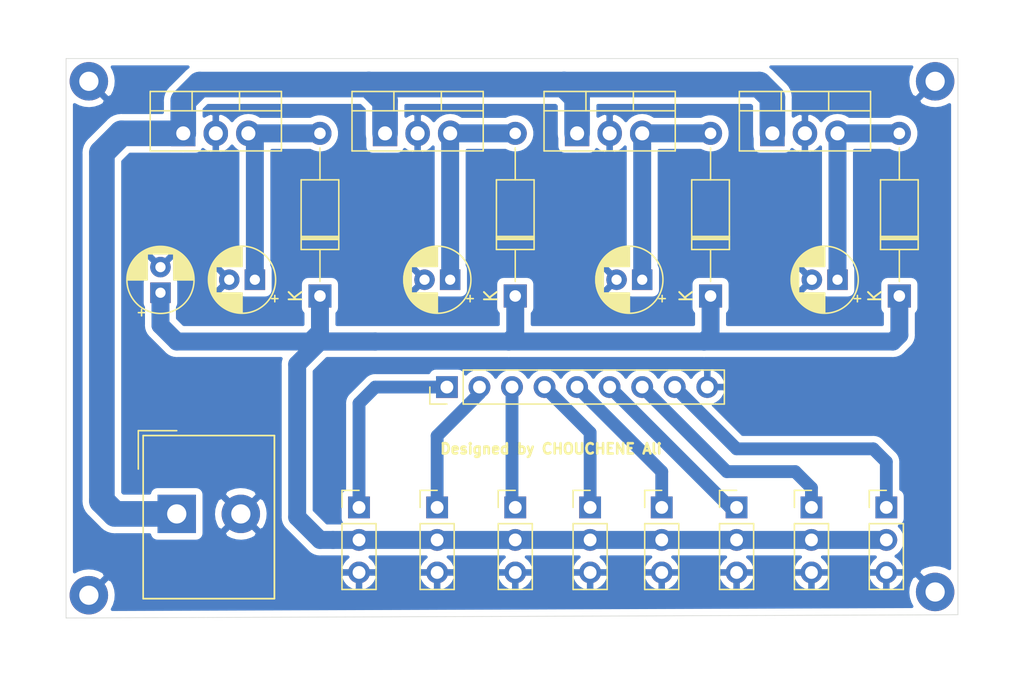
<source format=kicad_pcb>
(kicad_pcb (version 20171130) (host pcbnew "(5.1.6)-1")

  (general
    (thickness 1.6)
    (drawings 5)
    (tracks 75)
    (zones 0)
    (modules 27)
    (nets 16)
  )

  (page A4)
  (layers
    (0 F.Cu signal)
    (31 B.Cu signal)
    (32 B.Adhes user)
    (33 F.Adhes user)
    (34 B.Paste user)
    (35 F.Paste user)
    (36 B.SilkS user)
    (37 F.SilkS user)
    (38 B.Mask user)
    (39 F.Mask user)
    (40 Dwgs.User user)
    (41 Cmts.User user)
    (42 Eco1.User user)
    (43 Eco2.User user)
    (44 Edge.Cuts user)
    (45 Margin user)
    (46 B.CrtYd user)
    (47 F.CrtYd user)
    (48 B.Fab user)
    (49 F.Fab user)
  )

  (setup
    (last_trace_width 1.4)
    (trace_clearance 0.2)
    (zone_clearance 0.508)
    (zone_45_only no)
    (trace_min 0.2)
    (via_size 0.8)
    (via_drill 0.4)
    (via_min_size 0.4)
    (via_min_drill 0.3)
    (uvia_size 0.3)
    (uvia_drill 0.1)
    (uvias_allowed no)
    (uvia_min_size 0.2)
    (uvia_min_drill 0.1)
    (edge_width 0.05)
    (segment_width 0.2)
    (pcb_text_width 0.3)
    (pcb_text_size 1.5 1.5)
    (mod_edge_width 0.12)
    (mod_text_size 1 1)
    (mod_text_width 0.15)
    (pad_size 3 3)
    (pad_drill 1.5)
    (pad_to_mask_clearance 0.05)
    (aux_axis_origin 0 0)
    (visible_elements 7FFFFFFF)
    (pcbplotparams
      (layerselection 0x010fc_ffffffff)
      (usegerberextensions false)
      (usegerberattributes true)
      (usegerberadvancedattributes true)
      (creategerberjobfile true)
      (excludeedgelayer true)
      (linewidth 0.100000)
      (plotframeref false)
      (viasonmask false)
      (mode 1)
      (useauxorigin false)
      (hpglpennumber 1)
      (hpglpenspeed 20)
      (hpglpendiameter 15.000000)
      (psnegative false)
      (psa4output false)
      (plotreference true)
      (plotvalue true)
      (plotinvisibletext false)
      (padsonsilk false)
      (subtractmaskfromsilk false)
      (outputformat 1)
      (mirror false)
      (drillshape 1)
      (scaleselection 1)
      (outputdirectory ""))
  )

  (net 0 "")
  (net 1 "Net-(C1-Pad1)")
  (net 2 GND)
  (net 3 "Net-(C2-Pad1)")
  (net 4 "Net-(C3-Pad1)")
  (net 5 "Net-(C4-Pad1)")
  (net 6 +5V)
  (net 7 +12V)
  (net 8 PWM1)
  (net 9 PWM2)
  (net 10 PWM3)
  (net 11 PWM4)
  (net 12 PWM5)
  (net 13 PWM6)
  (net 14 PWM7)
  (net 15 PWM8)

  (net_class Default "This is the default net class."
    (clearance 0.2)
    (trace_width 1.4)
    (via_dia 0.8)
    (via_drill 0.4)
    (uvia_dia 0.3)
    (uvia_drill 0.1)
    (add_net +12V)
    (add_net +5V)
    (add_net GND)
    (add_net "Net-(C1-Pad1)")
    (add_net "Net-(C2-Pad1)")
    (add_net "Net-(C3-Pad1)")
    (add_net "Net-(C4-Pad1)")
    (add_net PWM1)
    (add_net PWM2)
    (add_net PWM3)
    (add_net PWM4)
    (add_net PWM5)
    (add_net PWM6)
    (add_net PWM7)
    (add_net PWM8)
  )

  (module MountingHole:MountingHole_2.5mm_Pad (layer F.Cu) (tedit 6082096F) (tstamp 6082B66C)
    (at 120.904 82.55)
    (descr "Mounting Hole 2.5mm")
    (tags "mounting hole 2.5mm")
    (path /608948CA)
    (attr virtual)
    (fp_text reference H3 (at 0 -3.5) (layer B.Fab)
      (effects (font (size 1 1) (thickness 0.15)) (justify mirror))
    )
    (fp_text value MountingHole_Pad (at 0 3.5) (layer F.Fab)
      (effects (font (size 1 1) (thickness 0.15)))
    )
    (fp_text user %R (at 0.3 0) (layer F.Fab)
      (effects (font (size 1 1) (thickness 0.15)))
    )
    (pad 1 thru_hole circle (at 0 0) (size 3 3) (drill 1.5) (layers *.Cu *.Mask)
      (net 2 GND))
  )

  (module MountingHole:MountingHole_2.5mm_Pad (layer F.Cu) (tedit 60820950) (tstamp 6082B674)
    (at 186.944 122.428)
    (descr "Mounting Hole 2.5mm")
    (tags "mounting hole 2.5mm")
    (path /60895BA4)
    (attr virtual)
    (fp_text reference H4 (at 0 -3.5) (layer B.Fab)
      (effects (font (size 1 1) (thickness 0.15)) (justify mirror))
    )
    (fp_text value MountingHole_Pad (at 0 3.5) (layer F.Fab)
      (effects (font (size 1 1) (thickness 0.15)))
    )
    (fp_text user %R (at 0.3 0) (layer F.Fab)
      (effects (font (size 1 1) (thickness 0.15)))
    )
    (pad 1 thru_hole circle (at 0 0) (size 3 3) (drill 1.5) (layers *.Cu *.Mask)
      (net 2 GND))
  )

  (module MountingHole:MountingHole_2.5mm_Pad (layer F.Cu) (tedit 60820933) (tstamp 6082B664)
    (at 186.944 82.55)
    (descr "Mounting Hole 2.5mm")
    (tags "mounting hole 2.5mm")
    (path /60893F5A)
    (attr virtual)
    (fp_text reference H2 (at 0 -3.5) (layer B.Fab)
      (effects (font (size 1 1) (thickness 0.15)) (justify mirror))
    )
    (fp_text value MountingHole_Pad (at 0 3.5) (layer F.Fab)
      (effects (font (size 1 1) (thickness 0.15)))
    )
    (fp_text user %R (at 0.3 0) (layer F.Fab)
      (effects (font (size 1 1) (thickness 0.15)))
    )
    (pad 1 thru_hole circle (at 0 0) (size 3 3) (drill 1.5) (layers *.Cu *.Mask)
      (net 2 GND))
  )

  (module MountingHole:MountingHole_2.5mm_Pad (layer F.Cu) (tedit 6082091B) (tstamp 6082B65C)
    (at 120.904 122.682)
    (descr "Mounting Hole 2.5mm")
    (tags "mounting hole 2.5mm")
    (path /6089269A)
    (attr virtual)
    (fp_text reference H1 (at 0 -3.5) (layer B.Fab)
      (effects (font (size 1 1) (thickness 0.15)) (justify mirror))
    )
    (fp_text value MountingHole_Pad (at 0 3.5) (layer F.Fab)
      (effects (font (size 1 1) (thickness 0.15)))
    )
    (fp_text user %R (at 0.3 0) (layer F.Fab)
      (effects (font (size 1 1) (thickness 0.15)))
    )
    (pad 1 thru_hole circle (at 0 0) (size 3 3) (drill 1.5) (layers *.Cu *.Mask)
      (net 2 GND))
  )

  (module Capacitor_THT:CP_Radial_D5.0mm_P2.00mm (layer F.Cu) (tedit 5AE50EF0) (tstamp 6082635A)
    (at 126.492 99.06 90)
    (descr "CP, Radial series, Radial, pin pitch=2.00mm, , diameter=5mm, Electrolytic Capacitor")
    (tags "CP Radial series Radial pin pitch 2.00mm  diameter 5mm Electrolytic Capacitor")
    (path /6083B51C)
    (fp_text reference C5 (at 1 -3.75 90) (layer B.Fab)
      (effects (font (size 1 1) (thickness 0.15)) (justify mirror))
    )
    (fp_text value 100nF (at 1 3.75 90) (layer F.Fab)
      (effects (font (size 1 1) (thickness 0.15)))
    )
    (fp_line (start -1.554775 -1.725) (end -1.554775 -1.225) (layer F.SilkS) (width 0.12))
    (fp_line (start -1.804775 -1.475) (end -1.304775 -1.475) (layer F.SilkS) (width 0.12))
    (fp_line (start 3.601 -0.284) (end 3.601 0.284) (layer F.SilkS) (width 0.12))
    (fp_line (start 3.561 -0.518) (end 3.561 0.518) (layer F.SilkS) (width 0.12))
    (fp_line (start 3.521 -0.677) (end 3.521 0.677) (layer F.SilkS) (width 0.12))
    (fp_line (start 3.481 -0.805) (end 3.481 0.805) (layer F.SilkS) (width 0.12))
    (fp_line (start 3.441 -0.915) (end 3.441 0.915) (layer F.SilkS) (width 0.12))
    (fp_line (start 3.401 -1.011) (end 3.401 1.011) (layer F.SilkS) (width 0.12))
    (fp_line (start 3.361 -1.098) (end 3.361 1.098) (layer F.SilkS) (width 0.12))
    (fp_line (start 3.321 -1.178) (end 3.321 1.178) (layer F.SilkS) (width 0.12))
    (fp_line (start 3.281 -1.251) (end 3.281 1.251) (layer F.SilkS) (width 0.12))
    (fp_line (start 3.241 -1.319) (end 3.241 1.319) (layer F.SilkS) (width 0.12))
    (fp_line (start 3.201 -1.383) (end 3.201 1.383) (layer F.SilkS) (width 0.12))
    (fp_line (start 3.161 -1.443) (end 3.161 1.443) (layer F.SilkS) (width 0.12))
    (fp_line (start 3.121 -1.5) (end 3.121 1.5) (layer F.SilkS) (width 0.12))
    (fp_line (start 3.081 -1.554) (end 3.081 1.554) (layer F.SilkS) (width 0.12))
    (fp_line (start 3.041 -1.605) (end 3.041 1.605) (layer F.SilkS) (width 0.12))
    (fp_line (start 3.001 1.04) (end 3.001 1.653) (layer F.SilkS) (width 0.12))
    (fp_line (start 3.001 -1.653) (end 3.001 -1.04) (layer F.SilkS) (width 0.12))
    (fp_line (start 2.961 1.04) (end 2.961 1.699) (layer F.SilkS) (width 0.12))
    (fp_line (start 2.961 -1.699) (end 2.961 -1.04) (layer F.SilkS) (width 0.12))
    (fp_line (start 2.921 1.04) (end 2.921 1.743) (layer F.SilkS) (width 0.12))
    (fp_line (start 2.921 -1.743) (end 2.921 -1.04) (layer F.SilkS) (width 0.12))
    (fp_line (start 2.881 1.04) (end 2.881 1.785) (layer F.SilkS) (width 0.12))
    (fp_line (start 2.881 -1.785) (end 2.881 -1.04) (layer F.SilkS) (width 0.12))
    (fp_line (start 2.841 1.04) (end 2.841 1.826) (layer F.SilkS) (width 0.12))
    (fp_line (start 2.841 -1.826) (end 2.841 -1.04) (layer F.SilkS) (width 0.12))
    (fp_line (start 2.801 1.04) (end 2.801 1.864) (layer F.SilkS) (width 0.12))
    (fp_line (start 2.801 -1.864) (end 2.801 -1.04) (layer F.SilkS) (width 0.12))
    (fp_line (start 2.761 1.04) (end 2.761 1.901) (layer F.SilkS) (width 0.12))
    (fp_line (start 2.761 -1.901) (end 2.761 -1.04) (layer F.SilkS) (width 0.12))
    (fp_line (start 2.721 1.04) (end 2.721 1.937) (layer F.SilkS) (width 0.12))
    (fp_line (start 2.721 -1.937) (end 2.721 -1.04) (layer F.SilkS) (width 0.12))
    (fp_line (start 2.681 1.04) (end 2.681 1.971) (layer F.SilkS) (width 0.12))
    (fp_line (start 2.681 -1.971) (end 2.681 -1.04) (layer F.SilkS) (width 0.12))
    (fp_line (start 2.641 1.04) (end 2.641 2.004) (layer F.SilkS) (width 0.12))
    (fp_line (start 2.641 -2.004) (end 2.641 -1.04) (layer F.SilkS) (width 0.12))
    (fp_line (start 2.601 1.04) (end 2.601 2.035) (layer F.SilkS) (width 0.12))
    (fp_line (start 2.601 -2.035) (end 2.601 -1.04) (layer F.SilkS) (width 0.12))
    (fp_line (start 2.561 1.04) (end 2.561 2.065) (layer F.SilkS) (width 0.12))
    (fp_line (start 2.561 -2.065) (end 2.561 -1.04) (layer F.SilkS) (width 0.12))
    (fp_line (start 2.521 1.04) (end 2.521 2.095) (layer F.SilkS) (width 0.12))
    (fp_line (start 2.521 -2.095) (end 2.521 -1.04) (layer F.SilkS) (width 0.12))
    (fp_line (start 2.481 1.04) (end 2.481 2.122) (layer F.SilkS) (width 0.12))
    (fp_line (start 2.481 -2.122) (end 2.481 -1.04) (layer F.SilkS) (width 0.12))
    (fp_line (start 2.441 1.04) (end 2.441 2.149) (layer F.SilkS) (width 0.12))
    (fp_line (start 2.441 -2.149) (end 2.441 -1.04) (layer F.SilkS) (width 0.12))
    (fp_line (start 2.401 1.04) (end 2.401 2.175) (layer F.SilkS) (width 0.12))
    (fp_line (start 2.401 -2.175) (end 2.401 -1.04) (layer F.SilkS) (width 0.12))
    (fp_line (start 2.361 1.04) (end 2.361 2.2) (layer F.SilkS) (width 0.12))
    (fp_line (start 2.361 -2.2) (end 2.361 -1.04) (layer F.SilkS) (width 0.12))
    (fp_line (start 2.321 1.04) (end 2.321 2.224) (layer F.SilkS) (width 0.12))
    (fp_line (start 2.321 -2.224) (end 2.321 -1.04) (layer F.SilkS) (width 0.12))
    (fp_line (start 2.281 1.04) (end 2.281 2.247) (layer F.SilkS) (width 0.12))
    (fp_line (start 2.281 -2.247) (end 2.281 -1.04) (layer F.SilkS) (width 0.12))
    (fp_line (start 2.241 1.04) (end 2.241 2.268) (layer F.SilkS) (width 0.12))
    (fp_line (start 2.241 -2.268) (end 2.241 -1.04) (layer F.SilkS) (width 0.12))
    (fp_line (start 2.201 1.04) (end 2.201 2.29) (layer F.SilkS) (width 0.12))
    (fp_line (start 2.201 -2.29) (end 2.201 -1.04) (layer F.SilkS) (width 0.12))
    (fp_line (start 2.161 1.04) (end 2.161 2.31) (layer F.SilkS) (width 0.12))
    (fp_line (start 2.161 -2.31) (end 2.161 -1.04) (layer F.SilkS) (width 0.12))
    (fp_line (start 2.121 1.04) (end 2.121 2.329) (layer F.SilkS) (width 0.12))
    (fp_line (start 2.121 -2.329) (end 2.121 -1.04) (layer F.SilkS) (width 0.12))
    (fp_line (start 2.081 1.04) (end 2.081 2.348) (layer F.SilkS) (width 0.12))
    (fp_line (start 2.081 -2.348) (end 2.081 -1.04) (layer F.SilkS) (width 0.12))
    (fp_line (start 2.041 1.04) (end 2.041 2.365) (layer F.SilkS) (width 0.12))
    (fp_line (start 2.041 -2.365) (end 2.041 -1.04) (layer F.SilkS) (width 0.12))
    (fp_line (start 2.001 1.04) (end 2.001 2.382) (layer F.SilkS) (width 0.12))
    (fp_line (start 2.001 -2.382) (end 2.001 -1.04) (layer F.SilkS) (width 0.12))
    (fp_line (start 1.961 1.04) (end 1.961 2.398) (layer F.SilkS) (width 0.12))
    (fp_line (start 1.961 -2.398) (end 1.961 -1.04) (layer F.SilkS) (width 0.12))
    (fp_line (start 1.921 1.04) (end 1.921 2.414) (layer F.SilkS) (width 0.12))
    (fp_line (start 1.921 -2.414) (end 1.921 -1.04) (layer F.SilkS) (width 0.12))
    (fp_line (start 1.881 1.04) (end 1.881 2.428) (layer F.SilkS) (width 0.12))
    (fp_line (start 1.881 -2.428) (end 1.881 -1.04) (layer F.SilkS) (width 0.12))
    (fp_line (start 1.841 1.04) (end 1.841 2.442) (layer F.SilkS) (width 0.12))
    (fp_line (start 1.841 -2.442) (end 1.841 -1.04) (layer F.SilkS) (width 0.12))
    (fp_line (start 1.801 1.04) (end 1.801 2.455) (layer F.SilkS) (width 0.12))
    (fp_line (start 1.801 -2.455) (end 1.801 -1.04) (layer F.SilkS) (width 0.12))
    (fp_line (start 1.761 1.04) (end 1.761 2.468) (layer F.SilkS) (width 0.12))
    (fp_line (start 1.761 -2.468) (end 1.761 -1.04) (layer F.SilkS) (width 0.12))
    (fp_line (start 1.721 1.04) (end 1.721 2.48) (layer F.SilkS) (width 0.12))
    (fp_line (start 1.721 -2.48) (end 1.721 -1.04) (layer F.SilkS) (width 0.12))
    (fp_line (start 1.68 1.04) (end 1.68 2.491) (layer F.SilkS) (width 0.12))
    (fp_line (start 1.68 -2.491) (end 1.68 -1.04) (layer F.SilkS) (width 0.12))
    (fp_line (start 1.64 1.04) (end 1.64 2.501) (layer F.SilkS) (width 0.12))
    (fp_line (start 1.64 -2.501) (end 1.64 -1.04) (layer F.SilkS) (width 0.12))
    (fp_line (start 1.6 1.04) (end 1.6 2.511) (layer F.SilkS) (width 0.12))
    (fp_line (start 1.6 -2.511) (end 1.6 -1.04) (layer F.SilkS) (width 0.12))
    (fp_line (start 1.56 1.04) (end 1.56 2.52) (layer F.SilkS) (width 0.12))
    (fp_line (start 1.56 -2.52) (end 1.56 -1.04) (layer F.SilkS) (width 0.12))
    (fp_line (start 1.52 1.04) (end 1.52 2.528) (layer F.SilkS) (width 0.12))
    (fp_line (start 1.52 -2.528) (end 1.52 -1.04) (layer F.SilkS) (width 0.12))
    (fp_line (start 1.48 1.04) (end 1.48 2.536) (layer F.SilkS) (width 0.12))
    (fp_line (start 1.48 -2.536) (end 1.48 -1.04) (layer F.SilkS) (width 0.12))
    (fp_line (start 1.44 1.04) (end 1.44 2.543) (layer F.SilkS) (width 0.12))
    (fp_line (start 1.44 -2.543) (end 1.44 -1.04) (layer F.SilkS) (width 0.12))
    (fp_line (start 1.4 1.04) (end 1.4 2.55) (layer F.SilkS) (width 0.12))
    (fp_line (start 1.4 -2.55) (end 1.4 -1.04) (layer F.SilkS) (width 0.12))
    (fp_line (start 1.36 1.04) (end 1.36 2.556) (layer F.SilkS) (width 0.12))
    (fp_line (start 1.36 -2.556) (end 1.36 -1.04) (layer F.SilkS) (width 0.12))
    (fp_line (start 1.32 1.04) (end 1.32 2.561) (layer F.SilkS) (width 0.12))
    (fp_line (start 1.32 -2.561) (end 1.32 -1.04) (layer F.SilkS) (width 0.12))
    (fp_line (start 1.28 1.04) (end 1.28 2.565) (layer F.SilkS) (width 0.12))
    (fp_line (start 1.28 -2.565) (end 1.28 -1.04) (layer F.SilkS) (width 0.12))
    (fp_line (start 1.24 1.04) (end 1.24 2.569) (layer F.SilkS) (width 0.12))
    (fp_line (start 1.24 -2.569) (end 1.24 -1.04) (layer F.SilkS) (width 0.12))
    (fp_line (start 1.2 1.04) (end 1.2 2.573) (layer F.SilkS) (width 0.12))
    (fp_line (start 1.2 -2.573) (end 1.2 -1.04) (layer F.SilkS) (width 0.12))
    (fp_line (start 1.16 1.04) (end 1.16 2.576) (layer F.SilkS) (width 0.12))
    (fp_line (start 1.16 -2.576) (end 1.16 -1.04) (layer F.SilkS) (width 0.12))
    (fp_line (start 1.12 1.04) (end 1.12 2.578) (layer F.SilkS) (width 0.12))
    (fp_line (start 1.12 -2.578) (end 1.12 -1.04) (layer F.SilkS) (width 0.12))
    (fp_line (start 1.08 1.04) (end 1.08 2.579) (layer F.SilkS) (width 0.12))
    (fp_line (start 1.08 -2.579) (end 1.08 -1.04) (layer F.SilkS) (width 0.12))
    (fp_line (start 1.04 -2.58) (end 1.04 -1.04) (layer F.SilkS) (width 0.12))
    (fp_line (start 1.04 1.04) (end 1.04 2.58) (layer F.SilkS) (width 0.12))
    (fp_line (start 1 -2.58) (end 1 -1.04) (layer F.SilkS) (width 0.12))
    (fp_line (start 1 1.04) (end 1 2.58) (layer F.SilkS) (width 0.12))
    (fp_line (start -0.883605 -1.3375) (end -0.883605 -0.8375) (layer F.Fab) (width 0.1))
    (fp_line (start -1.133605 -1.0875) (end -0.633605 -1.0875) (layer F.Fab) (width 0.1))
    (fp_circle (center 1 0) (end 3.75 0) (layer F.CrtYd) (width 0.05))
    (fp_circle (center 1 0) (end 3.62 0) (layer F.SilkS) (width 0.12))
    (fp_circle (center 1 0) (end 3.5 0) (layer F.Fab) (width 0.1))
    (fp_text user %R (at 1 0 90) (layer F.Fab)
      (effects (font (size 1 1) (thickness 0.15)))
    )
    (pad 2 thru_hole circle (at 2 0 90) (size 1.6 1.6) (drill 0.8) (layers *.Cu *.Mask)
      (net 2 GND))
    (pad 1 thru_hole rect (at 0 0 90) (size 1.6 1.6) (drill 0.8) (layers *.Cu *.Mask)
      (net 6 +5V))
    (model ${KISYS3DMOD}/Capacitor_THT.3dshapes/CP_Radial_D5.0mm_P2.00mm.wrl
      (at (xyz 0 0 0))
      (scale (xyz 1 1 1))
      (rotate (xyz 0 0 0))
    )
  )

  (module Capacitor_THT:CP_Radial_D5.0mm_P2.00mm (layer F.Cu) (tedit 5AE50EF0) (tstamp 608262B1)
    (at 149.098 98.044 180)
    (descr "CP, Radial series, Radial, pin pitch=2.00mm, , diameter=5mm, Electrolytic Capacitor")
    (tags "CP Radial series Radial pin pitch 2.00mm  diameter 5mm Electrolytic Capacitor")
    (path /60836C49)
    (fp_text reference C4 (at 1 -3.75) (layer B.Fab)
      (effects (font (size 1 1) (thickness 0.15)) (justify mirror))
    )
    (fp_text value 100nF (at 1 3.75) (layer F.Fab)
      (effects (font (size 1 1) (thickness 0.15)))
    )
    (fp_line (start -1.554775 -1.725) (end -1.554775 -1.225) (layer F.SilkS) (width 0.12))
    (fp_line (start -1.804775 -1.475) (end -1.304775 -1.475) (layer F.SilkS) (width 0.12))
    (fp_line (start 3.601 -0.284) (end 3.601 0.284) (layer F.SilkS) (width 0.12))
    (fp_line (start 3.561 -0.518) (end 3.561 0.518) (layer F.SilkS) (width 0.12))
    (fp_line (start 3.521 -0.677) (end 3.521 0.677) (layer F.SilkS) (width 0.12))
    (fp_line (start 3.481 -0.805) (end 3.481 0.805) (layer F.SilkS) (width 0.12))
    (fp_line (start 3.441 -0.915) (end 3.441 0.915) (layer F.SilkS) (width 0.12))
    (fp_line (start 3.401 -1.011) (end 3.401 1.011) (layer F.SilkS) (width 0.12))
    (fp_line (start 3.361 -1.098) (end 3.361 1.098) (layer F.SilkS) (width 0.12))
    (fp_line (start 3.321 -1.178) (end 3.321 1.178) (layer F.SilkS) (width 0.12))
    (fp_line (start 3.281 -1.251) (end 3.281 1.251) (layer F.SilkS) (width 0.12))
    (fp_line (start 3.241 -1.319) (end 3.241 1.319) (layer F.SilkS) (width 0.12))
    (fp_line (start 3.201 -1.383) (end 3.201 1.383) (layer F.SilkS) (width 0.12))
    (fp_line (start 3.161 -1.443) (end 3.161 1.443) (layer F.SilkS) (width 0.12))
    (fp_line (start 3.121 -1.5) (end 3.121 1.5) (layer F.SilkS) (width 0.12))
    (fp_line (start 3.081 -1.554) (end 3.081 1.554) (layer F.SilkS) (width 0.12))
    (fp_line (start 3.041 -1.605) (end 3.041 1.605) (layer F.SilkS) (width 0.12))
    (fp_line (start 3.001 1.04) (end 3.001 1.653) (layer F.SilkS) (width 0.12))
    (fp_line (start 3.001 -1.653) (end 3.001 -1.04) (layer F.SilkS) (width 0.12))
    (fp_line (start 2.961 1.04) (end 2.961 1.699) (layer F.SilkS) (width 0.12))
    (fp_line (start 2.961 -1.699) (end 2.961 -1.04) (layer F.SilkS) (width 0.12))
    (fp_line (start 2.921 1.04) (end 2.921 1.743) (layer F.SilkS) (width 0.12))
    (fp_line (start 2.921 -1.743) (end 2.921 -1.04) (layer F.SilkS) (width 0.12))
    (fp_line (start 2.881 1.04) (end 2.881 1.785) (layer F.SilkS) (width 0.12))
    (fp_line (start 2.881 -1.785) (end 2.881 -1.04) (layer F.SilkS) (width 0.12))
    (fp_line (start 2.841 1.04) (end 2.841 1.826) (layer F.SilkS) (width 0.12))
    (fp_line (start 2.841 -1.826) (end 2.841 -1.04) (layer F.SilkS) (width 0.12))
    (fp_line (start 2.801 1.04) (end 2.801 1.864) (layer F.SilkS) (width 0.12))
    (fp_line (start 2.801 -1.864) (end 2.801 -1.04) (layer F.SilkS) (width 0.12))
    (fp_line (start 2.761 1.04) (end 2.761 1.901) (layer F.SilkS) (width 0.12))
    (fp_line (start 2.761 -1.901) (end 2.761 -1.04) (layer F.SilkS) (width 0.12))
    (fp_line (start 2.721 1.04) (end 2.721 1.937) (layer F.SilkS) (width 0.12))
    (fp_line (start 2.721 -1.937) (end 2.721 -1.04) (layer F.SilkS) (width 0.12))
    (fp_line (start 2.681 1.04) (end 2.681 1.971) (layer F.SilkS) (width 0.12))
    (fp_line (start 2.681 -1.971) (end 2.681 -1.04) (layer F.SilkS) (width 0.12))
    (fp_line (start 2.641 1.04) (end 2.641 2.004) (layer F.SilkS) (width 0.12))
    (fp_line (start 2.641 -2.004) (end 2.641 -1.04) (layer F.SilkS) (width 0.12))
    (fp_line (start 2.601 1.04) (end 2.601 2.035) (layer F.SilkS) (width 0.12))
    (fp_line (start 2.601 -2.035) (end 2.601 -1.04) (layer F.SilkS) (width 0.12))
    (fp_line (start 2.561 1.04) (end 2.561 2.065) (layer F.SilkS) (width 0.12))
    (fp_line (start 2.561 -2.065) (end 2.561 -1.04) (layer F.SilkS) (width 0.12))
    (fp_line (start 2.521 1.04) (end 2.521 2.095) (layer F.SilkS) (width 0.12))
    (fp_line (start 2.521 -2.095) (end 2.521 -1.04) (layer F.SilkS) (width 0.12))
    (fp_line (start 2.481 1.04) (end 2.481 2.122) (layer F.SilkS) (width 0.12))
    (fp_line (start 2.481 -2.122) (end 2.481 -1.04) (layer F.SilkS) (width 0.12))
    (fp_line (start 2.441 1.04) (end 2.441 2.149) (layer F.SilkS) (width 0.12))
    (fp_line (start 2.441 -2.149) (end 2.441 -1.04) (layer F.SilkS) (width 0.12))
    (fp_line (start 2.401 1.04) (end 2.401 2.175) (layer F.SilkS) (width 0.12))
    (fp_line (start 2.401 -2.175) (end 2.401 -1.04) (layer F.SilkS) (width 0.12))
    (fp_line (start 2.361 1.04) (end 2.361 2.2) (layer F.SilkS) (width 0.12))
    (fp_line (start 2.361 -2.2) (end 2.361 -1.04) (layer F.SilkS) (width 0.12))
    (fp_line (start 2.321 1.04) (end 2.321 2.224) (layer F.SilkS) (width 0.12))
    (fp_line (start 2.321 -2.224) (end 2.321 -1.04) (layer F.SilkS) (width 0.12))
    (fp_line (start 2.281 1.04) (end 2.281 2.247) (layer F.SilkS) (width 0.12))
    (fp_line (start 2.281 -2.247) (end 2.281 -1.04) (layer F.SilkS) (width 0.12))
    (fp_line (start 2.241 1.04) (end 2.241 2.268) (layer F.SilkS) (width 0.12))
    (fp_line (start 2.241 -2.268) (end 2.241 -1.04) (layer F.SilkS) (width 0.12))
    (fp_line (start 2.201 1.04) (end 2.201 2.29) (layer F.SilkS) (width 0.12))
    (fp_line (start 2.201 -2.29) (end 2.201 -1.04) (layer F.SilkS) (width 0.12))
    (fp_line (start 2.161 1.04) (end 2.161 2.31) (layer F.SilkS) (width 0.12))
    (fp_line (start 2.161 -2.31) (end 2.161 -1.04) (layer F.SilkS) (width 0.12))
    (fp_line (start 2.121 1.04) (end 2.121 2.329) (layer F.SilkS) (width 0.12))
    (fp_line (start 2.121 -2.329) (end 2.121 -1.04) (layer F.SilkS) (width 0.12))
    (fp_line (start 2.081 1.04) (end 2.081 2.348) (layer F.SilkS) (width 0.12))
    (fp_line (start 2.081 -2.348) (end 2.081 -1.04) (layer F.SilkS) (width 0.12))
    (fp_line (start 2.041 1.04) (end 2.041 2.365) (layer F.SilkS) (width 0.12))
    (fp_line (start 2.041 -2.365) (end 2.041 -1.04) (layer F.SilkS) (width 0.12))
    (fp_line (start 2.001 1.04) (end 2.001 2.382) (layer F.SilkS) (width 0.12))
    (fp_line (start 2.001 -2.382) (end 2.001 -1.04) (layer F.SilkS) (width 0.12))
    (fp_line (start 1.961 1.04) (end 1.961 2.398) (layer F.SilkS) (width 0.12))
    (fp_line (start 1.961 -2.398) (end 1.961 -1.04) (layer F.SilkS) (width 0.12))
    (fp_line (start 1.921 1.04) (end 1.921 2.414) (layer F.SilkS) (width 0.12))
    (fp_line (start 1.921 -2.414) (end 1.921 -1.04) (layer F.SilkS) (width 0.12))
    (fp_line (start 1.881 1.04) (end 1.881 2.428) (layer F.SilkS) (width 0.12))
    (fp_line (start 1.881 -2.428) (end 1.881 -1.04) (layer F.SilkS) (width 0.12))
    (fp_line (start 1.841 1.04) (end 1.841 2.442) (layer F.SilkS) (width 0.12))
    (fp_line (start 1.841 -2.442) (end 1.841 -1.04) (layer F.SilkS) (width 0.12))
    (fp_line (start 1.801 1.04) (end 1.801 2.455) (layer F.SilkS) (width 0.12))
    (fp_line (start 1.801 -2.455) (end 1.801 -1.04) (layer F.SilkS) (width 0.12))
    (fp_line (start 1.761 1.04) (end 1.761 2.468) (layer F.SilkS) (width 0.12))
    (fp_line (start 1.761 -2.468) (end 1.761 -1.04) (layer F.SilkS) (width 0.12))
    (fp_line (start 1.721 1.04) (end 1.721 2.48) (layer F.SilkS) (width 0.12))
    (fp_line (start 1.721 -2.48) (end 1.721 -1.04) (layer F.SilkS) (width 0.12))
    (fp_line (start 1.68 1.04) (end 1.68 2.491) (layer F.SilkS) (width 0.12))
    (fp_line (start 1.68 -2.491) (end 1.68 -1.04) (layer F.SilkS) (width 0.12))
    (fp_line (start 1.64 1.04) (end 1.64 2.501) (layer F.SilkS) (width 0.12))
    (fp_line (start 1.64 -2.501) (end 1.64 -1.04) (layer F.SilkS) (width 0.12))
    (fp_line (start 1.6 1.04) (end 1.6 2.511) (layer F.SilkS) (width 0.12))
    (fp_line (start 1.6 -2.511) (end 1.6 -1.04) (layer F.SilkS) (width 0.12))
    (fp_line (start 1.56 1.04) (end 1.56 2.52) (layer F.SilkS) (width 0.12))
    (fp_line (start 1.56 -2.52) (end 1.56 -1.04) (layer F.SilkS) (width 0.12))
    (fp_line (start 1.52 1.04) (end 1.52 2.528) (layer F.SilkS) (width 0.12))
    (fp_line (start 1.52 -2.528) (end 1.52 -1.04) (layer F.SilkS) (width 0.12))
    (fp_line (start 1.48 1.04) (end 1.48 2.536) (layer F.SilkS) (width 0.12))
    (fp_line (start 1.48 -2.536) (end 1.48 -1.04) (layer F.SilkS) (width 0.12))
    (fp_line (start 1.44 1.04) (end 1.44 2.543) (layer F.SilkS) (width 0.12))
    (fp_line (start 1.44 -2.543) (end 1.44 -1.04) (layer F.SilkS) (width 0.12))
    (fp_line (start 1.4 1.04) (end 1.4 2.55) (layer F.SilkS) (width 0.12))
    (fp_line (start 1.4 -2.55) (end 1.4 -1.04) (layer F.SilkS) (width 0.12))
    (fp_line (start 1.36 1.04) (end 1.36 2.556) (layer F.SilkS) (width 0.12))
    (fp_line (start 1.36 -2.556) (end 1.36 -1.04) (layer F.SilkS) (width 0.12))
    (fp_line (start 1.32 1.04) (end 1.32 2.561) (layer F.SilkS) (width 0.12))
    (fp_line (start 1.32 -2.561) (end 1.32 -1.04) (layer F.SilkS) (width 0.12))
    (fp_line (start 1.28 1.04) (end 1.28 2.565) (layer F.SilkS) (width 0.12))
    (fp_line (start 1.28 -2.565) (end 1.28 -1.04) (layer F.SilkS) (width 0.12))
    (fp_line (start 1.24 1.04) (end 1.24 2.569) (layer F.SilkS) (width 0.12))
    (fp_line (start 1.24 -2.569) (end 1.24 -1.04) (layer F.SilkS) (width 0.12))
    (fp_line (start 1.2 1.04) (end 1.2 2.573) (layer F.SilkS) (width 0.12))
    (fp_line (start 1.2 -2.573) (end 1.2 -1.04) (layer F.SilkS) (width 0.12))
    (fp_line (start 1.16 1.04) (end 1.16 2.576) (layer F.SilkS) (width 0.12))
    (fp_line (start 1.16 -2.576) (end 1.16 -1.04) (layer F.SilkS) (width 0.12))
    (fp_line (start 1.12 1.04) (end 1.12 2.578) (layer F.SilkS) (width 0.12))
    (fp_line (start 1.12 -2.578) (end 1.12 -1.04) (layer F.SilkS) (width 0.12))
    (fp_line (start 1.08 1.04) (end 1.08 2.579) (layer F.SilkS) (width 0.12))
    (fp_line (start 1.08 -2.579) (end 1.08 -1.04) (layer F.SilkS) (width 0.12))
    (fp_line (start 1.04 -2.58) (end 1.04 -1.04) (layer F.SilkS) (width 0.12))
    (fp_line (start 1.04 1.04) (end 1.04 2.58) (layer F.SilkS) (width 0.12))
    (fp_line (start 1 -2.58) (end 1 -1.04) (layer F.SilkS) (width 0.12))
    (fp_line (start 1 1.04) (end 1 2.58) (layer F.SilkS) (width 0.12))
    (fp_line (start -0.883605 -1.3375) (end -0.883605 -0.8375) (layer F.Fab) (width 0.1))
    (fp_line (start -1.133605 -1.0875) (end -0.633605 -1.0875) (layer F.Fab) (width 0.1))
    (fp_circle (center 1 0) (end 3.75 0) (layer F.CrtYd) (width 0.05))
    (fp_circle (center 1 0) (end 3.62 0) (layer F.SilkS) (width 0.12))
    (fp_circle (center 1 0) (end 3.5 0) (layer F.Fab) (width 0.1))
    (fp_text user %R (at 1 0) (layer F.Fab)
      (effects (font (size 1 1) (thickness 0.15)))
    )
    (pad 2 thru_hole circle (at 2 0 180) (size 1.6 1.6) (drill 0.8) (layers *.Cu *.Mask)
      (net 2 GND))
    (pad 1 thru_hole rect (at 0 0 180) (size 1.6 1.6) (drill 0.8) (layers *.Cu *.Mask)
      (net 5 "Net-(C4-Pad1)"))
    (model ${KISYS3DMOD}/Capacitor_THT.3dshapes/CP_Radial_D5.0mm_P2.00mm.wrl
      (at (xyz 0 0 0))
      (scale (xyz 1 1 1))
      (rotate (xyz 0 0 0))
    )
  )

  (module Capacitor_THT:CP_Radial_D5.0mm_P2.00mm (layer F.Cu) (tedit 5AE50EF0) (tstamp 60826208)
    (at 164.084 98.044 180)
    (descr "CP, Radial series, Radial, pin pitch=2.00mm, , diameter=5mm, Electrolytic Capacitor")
    (tags "CP Radial series Radial pin pitch 2.00mm  diameter 5mm Electrolytic Capacitor")
    (path /6082DA4A)
    (fp_text reference C3 (at 1 -3.75) (layer B.Fab)
      (effects (font (size 1 1) (thickness 0.15)) (justify mirror))
    )
    (fp_text value 100nF (at 1 3.75) (layer F.Fab)
      (effects (font (size 1 1) (thickness 0.15)))
    )
    (fp_line (start -1.554775 -1.725) (end -1.554775 -1.225) (layer F.SilkS) (width 0.12))
    (fp_line (start -1.804775 -1.475) (end -1.304775 -1.475) (layer F.SilkS) (width 0.12))
    (fp_line (start 3.601 -0.284) (end 3.601 0.284) (layer F.SilkS) (width 0.12))
    (fp_line (start 3.561 -0.518) (end 3.561 0.518) (layer F.SilkS) (width 0.12))
    (fp_line (start 3.521 -0.677) (end 3.521 0.677) (layer F.SilkS) (width 0.12))
    (fp_line (start 3.481 -0.805) (end 3.481 0.805) (layer F.SilkS) (width 0.12))
    (fp_line (start 3.441 -0.915) (end 3.441 0.915) (layer F.SilkS) (width 0.12))
    (fp_line (start 3.401 -1.011) (end 3.401 1.011) (layer F.SilkS) (width 0.12))
    (fp_line (start 3.361 -1.098) (end 3.361 1.098) (layer F.SilkS) (width 0.12))
    (fp_line (start 3.321 -1.178) (end 3.321 1.178) (layer F.SilkS) (width 0.12))
    (fp_line (start 3.281 -1.251) (end 3.281 1.251) (layer F.SilkS) (width 0.12))
    (fp_line (start 3.241 -1.319) (end 3.241 1.319) (layer F.SilkS) (width 0.12))
    (fp_line (start 3.201 -1.383) (end 3.201 1.383) (layer F.SilkS) (width 0.12))
    (fp_line (start 3.161 -1.443) (end 3.161 1.443) (layer F.SilkS) (width 0.12))
    (fp_line (start 3.121 -1.5) (end 3.121 1.5) (layer F.SilkS) (width 0.12))
    (fp_line (start 3.081 -1.554) (end 3.081 1.554) (layer F.SilkS) (width 0.12))
    (fp_line (start 3.041 -1.605) (end 3.041 1.605) (layer F.SilkS) (width 0.12))
    (fp_line (start 3.001 1.04) (end 3.001 1.653) (layer F.SilkS) (width 0.12))
    (fp_line (start 3.001 -1.653) (end 3.001 -1.04) (layer F.SilkS) (width 0.12))
    (fp_line (start 2.961 1.04) (end 2.961 1.699) (layer F.SilkS) (width 0.12))
    (fp_line (start 2.961 -1.699) (end 2.961 -1.04) (layer F.SilkS) (width 0.12))
    (fp_line (start 2.921 1.04) (end 2.921 1.743) (layer F.SilkS) (width 0.12))
    (fp_line (start 2.921 -1.743) (end 2.921 -1.04) (layer F.SilkS) (width 0.12))
    (fp_line (start 2.881 1.04) (end 2.881 1.785) (layer F.SilkS) (width 0.12))
    (fp_line (start 2.881 -1.785) (end 2.881 -1.04) (layer F.SilkS) (width 0.12))
    (fp_line (start 2.841 1.04) (end 2.841 1.826) (layer F.SilkS) (width 0.12))
    (fp_line (start 2.841 -1.826) (end 2.841 -1.04) (layer F.SilkS) (width 0.12))
    (fp_line (start 2.801 1.04) (end 2.801 1.864) (layer F.SilkS) (width 0.12))
    (fp_line (start 2.801 -1.864) (end 2.801 -1.04) (layer F.SilkS) (width 0.12))
    (fp_line (start 2.761 1.04) (end 2.761 1.901) (layer F.SilkS) (width 0.12))
    (fp_line (start 2.761 -1.901) (end 2.761 -1.04) (layer F.SilkS) (width 0.12))
    (fp_line (start 2.721 1.04) (end 2.721 1.937) (layer F.SilkS) (width 0.12))
    (fp_line (start 2.721 -1.937) (end 2.721 -1.04) (layer F.SilkS) (width 0.12))
    (fp_line (start 2.681 1.04) (end 2.681 1.971) (layer F.SilkS) (width 0.12))
    (fp_line (start 2.681 -1.971) (end 2.681 -1.04) (layer F.SilkS) (width 0.12))
    (fp_line (start 2.641 1.04) (end 2.641 2.004) (layer F.SilkS) (width 0.12))
    (fp_line (start 2.641 -2.004) (end 2.641 -1.04) (layer F.SilkS) (width 0.12))
    (fp_line (start 2.601 1.04) (end 2.601 2.035) (layer F.SilkS) (width 0.12))
    (fp_line (start 2.601 -2.035) (end 2.601 -1.04) (layer F.SilkS) (width 0.12))
    (fp_line (start 2.561 1.04) (end 2.561 2.065) (layer F.SilkS) (width 0.12))
    (fp_line (start 2.561 -2.065) (end 2.561 -1.04) (layer F.SilkS) (width 0.12))
    (fp_line (start 2.521 1.04) (end 2.521 2.095) (layer F.SilkS) (width 0.12))
    (fp_line (start 2.521 -2.095) (end 2.521 -1.04) (layer F.SilkS) (width 0.12))
    (fp_line (start 2.481 1.04) (end 2.481 2.122) (layer F.SilkS) (width 0.12))
    (fp_line (start 2.481 -2.122) (end 2.481 -1.04) (layer F.SilkS) (width 0.12))
    (fp_line (start 2.441 1.04) (end 2.441 2.149) (layer F.SilkS) (width 0.12))
    (fp_line (start 2.441 -2.149) (end 2.441 -1.04) (layer F.SilkS) (width 0.12))
    (fp_line (start 2.401 1.04) (end 2.401 2.175) (layer F.SilkS) (width 0.12))
    (fp_line (start 2.401 -2.175) (end 2.401 -1.04) (layer F.SilkS) (width 0.12))
    (fp_line (start 2.361 1.04) (end 2.361 2.2) (layer F.SilkS) (width 0.12))
    (fp_line (start 2.361 -2.2) (end 2.361 -1.04) (layer F.SilkS) (width 0.12))
    (fp_line (start 2.321 1.04) (end 2.321 2.224) (layer F.SilkS) (width 0.12))
    (fp_line (start 2.321 -2.224) (end 2.321 -1.04) (layer F.SilkS) (width 0.12))
    (fp_line (start 2.281 1.04) (end 2.281 2.247) (layer F.SilkS) (width 0.12))
    (fp_line (start 2.281 -2.247) (end 2.281 -1.04) (layer F.SilkS) (width 0.12))
    (fp_line (start 2.241 1.04) (end 2.241 2.268) (layer F.SilkS) (width 0.12))
    (fp_line (start 2.241 -2.268) (end 2.241 -1.04) (layer F.SilkS) (width 0.12))
    (fp_line (start 2.201 1.04) (end 2.201 2.29) (layer F.SilkS) (width 0.12))
    (fp_line (start 2.201 -2.29) (end 2.201 -1.04) (layer F.SilkS) (width 0.12))
    (fp_line (start 2.161 1.04) (end 2.161 2.31) (layer F.SilkS) (width 0.12))
    (fp_line (start 2.161 -2.31) (end 2.161 -1.04) (layer F.SilkS) (width 0.12))
    (fp_line (start 2.121 1.04) (end 2.121 2.329) (layer F.SilkS) (width 0.12))
    (fp_line (start 2.121 -2.329) (end 2.121 -1.04) (layer F.SilkS) (width 0.12))
    (fp_line (start 2.081 1.04) (end 2.081 2.348) (layer F.SilkS) (width 0.12))
    (fp_line (start 2.081 -2.348) (end 2.081 -1.04) (layer F.SilkS) (width 0.12))
    (fp_line (start 2.041 1.04) (end 2.041 2.365) (layer F.SilkS) (width 0.12))
    (fp_line (start 2.041 -2.365) (end 2.041 -1.04) (layer F.SilkS) (width 0.12))
    (fp_line (start 2.001 1.04) (end 2.001 2.382) (layer F.SilkS) (width 0.12))
    (fp_line (start 2.001 -2.382) (end 2.001 -1.04) (layer F.SilkS) (width 0.12))
    (fp_line (start 1.961 1.04) (end 1.961 2.398) (layer F.SilkS) (width 0.12))
    (fp_line (start 1.961 -2.398) (end 1.961 -1.04) (layer F.SilkS) (width 0.12))
    (fp_line (start 1.921 1.04) (end 1.921 2.414) (layer F.SilkS) (width 0.12))
    (fp_line (start 1.921 -2.414) (end 1.921 -1.04) (layer F.SilkS) (width 0.12))
    (fp_line (start 1.881 1.04) (end 1.881 2.428) (layer F.SilkS) (width 0.12))
    (fp_line (start 1.881 -2.428) (end 1.881 -1.04) (layer F.SilkS) (width 0.12))
    (fp_line (start 1.841 1.04) (end 1.841 2.442) (layer F.SilkS) (width 0.12))
    (fp_line (start 1.841 -2.442) (end 1.841 -1.04) (layer F.SilkS) (width 0.12))
    (fp_line (start 1.801 1.04) (end 1.801 2.455) (layer F.SilkS) (width 0.12))
    (fp_line (start 1.801 -2.455) (end 1.801 -1.04) (layer F.SilkS) (width 0.12))
    (fp_line (start 1.761 1.04) (end 1.761 2.468) (layer F.SilkS) (width 0.12))
    (fp_line (start 1.761 -2.468) (end 1.761 -1.04) (layer F.SilkS) (width 0.12))
    (fp_line (start 1.721 1.04) (end 1.721 2.48) (layer F.SilkS) (width 0.12))
    (fp_line (start 1.721 -2.48) (end 1.721 -1.04) (layer F.SilkS) (width 0.12))
    (fp_line (start 1.68 1.04) (end 1.68 2.491) (layer F.SilkS) (width 0.12))
    (fp_line (start 1.68 -2.491) (end 1.68 -1.04) (layer F.SilkS) (width 0.12))
    (fp_line (start 1.64 1.04) (end 1.64 2.501) (layer F.SilkS) (width 0.12))
    (fp_line (start 1.64 -2.501) (end 1.64 -1.04) (layer F.SilkS) (width 0.12))
    (fp_line (start 1.6 1.04) (end 1.6 2.511) (layer F.SilkS) (width 0.12))
    (fp_line (start 1.6 -2.511) (end 1.6 -1.04) (layer F.SilkS) (width 0.12))
    (fp_line (start 1.56 1.04) (end 1.56 2.52) (layer F.SilkS) (width 0.12))
    (fp_line (start 1.56 -2.52) (end 1.56 -1.04) (layer F.SilkS) (width 0.12))
    (fp_line (start 1.52 1.04) (end 1.52 2.528) (layer F.SilkS) (width 0.12))
    (fp_line (start 1.52 -2.528) (end 1.52 -1.04) (layer F.SilkS) (width 0.12))
    (fp_line (start 1.48 1.04) (end 1.48 2.536) (layer F.SilkS) (width 0.12))
    (fp_line (start 1.48 -2.536) (end 1.48 -1.04) (layer F.SilkS) (width 0.12))
    (fp_line (start 1.44 1.04) (end 1.44 2.543) (layer F.SilkS) (width 0.12))
    (fp_line (start 1.44 -2.543) (end 1.44 -1.04) (layer F.SilkS) (width 0.12))
    (fp_line (start 1.4 1.04) (end 1.4 2.55) (layer F.SilkS) (width 0.12))
    (fp_line (start 1.4 -2.55) (end 1.4 -1.04) (layer F.SilkS) (width 0.12))
    (fp_line (start 1.36 1.04) (end 1.36 2.556) (layer F.SilkS) (width 0.12))
    (fp_line (start 1.36 -2.556) (end 1.36 -1.04) (layer F.SilkS) (width 0.12))
    (fp_line (start 1.32 1.04) (end 1.32 2.561) (layer F.SilkS) (width 0.12))
    (fp_line (start 1.32 -2.561) (end 1.32 -1.04) (layer F.SilkS) (width 0.12))
    (fp_line (start 1.28 1.04) (end 1.28 2.565) (layer F.SilkS) (width 0.12))
    (fp_line (start 1.28 -2.565) (end 1.28 -1.04) (layer F.SilkS) (width 0.12))
    (fp_line (start 1.24 1.04) (end 1.24 2.569) (layer F.SilkS) (width 0.12))
    (fp_line (start 1.24 -2.569) (end 1.24 -1.04) (layer F.SilkS) (width 0.12))
    (fp_line (start 1.2 1.04) (end 1.2 2.573) (layer F.SilkS) (width 0.12))
    (fp_line (start 1.2 -2.573) (end 1.2 -1.04) (layer F.SilkS) (width 0.12))
    (fp_line (start 1.16 1.04) (end 1.16 2.576) (layer F.SilkS) (width 0.12))
    (fp_line (start 1.16 -2.576) (end 1.16 -1.04) (layer F.SilkS) (width 0.12))
    (fp_line (start 1.12 1.04) (end 1.12 2.578) (layer F.SilkS) (width 0.12))
    (fp_line (start 1.12 -2.578) (end 1.12 -1.04) (layer F.SilkS) (width 0.12))
    (fp_line (start 1.08 1.04) (end 1.08 2.579) (layer F.SilkS) (width 0.12))
    (fp_line (start 1.08 -2.579) (end 1.08 -1.04) (layer F.SilkS) (width 0.12))
    (fp_line (start 1.04 -2.58) (end 1.04 -1.04) (layer F.SilkS) (width 0.12))
    (fp_line (start 1.04 1.04) (end 1.04 2.58) (layer F.SilkS) (width 0.12))
    (fp_line (start 1 -2.58) (end 1 -1.04) (layer F.SilkS) (width 0.12))
    (fp_line (start 1 1.04) (end 1 2.58) (layer F.SilkS) (width 0.12))
    (fp_line (start -0.883605 -1.3375) (end -0.883605 -0.8375) (layer F.Fab) (width 0.1))
    (fp_line (start -1.133605 -1.0875) (end -0.633605 -1.0875) (layer F.Fab) (width 0.1))
    (fp_circle (center 1 0) (end 3.75 0) (layer F.CrtYd) (width 0.05))
    (fp_circle (center 1 0) (end 3.62 0) (layer F.SilkS) (width 0.12))
    (fp_circle (center 1 0) (end 3.5 0) (layer F.Fab) (width 0.1))
    (fp_text user %R (at 1 0) (layer F.Fab)
      (effects (font (size 1 1) (thickness 0.15)))
    )
    (pad 2 thru_hole circle (at 2 0 180) (size 1.6 1.6) (drill 0.8) (layers *.Cu *.Mask)
      (net 2 GND))
    (pad 1 thru_hole rect (at 0 0 180) (size 1.6 1.6) (drill 0.8) (layers *.Cu *.Mask)
      (net 4 "Net-(C3-Pad1)"))
    (model ${KISYS3DMOD}/Capacitor_THT.3dshapes/CP_Radial_D5.0mm_P2.00mm.wrl
      (at (xyz 0 0 0))
      (scale (xyz 1 1 1))
      (rotate (xyz 0 0 0))
    )
  )

  (module Capacitor_THT:CP_Radial_D5.0mm_P2.00mm (layer F.Cu) (tedit 5AE50EF0) (tstamp 6082615F)
    (at 179.324 98.044 180)
    (descr "CP, Radial series, Radial, pin pitch=2.00mm, , diameter=5mm, Electrolytic Capacitor")
    (tags "CP Radial series Radial pin pitch 2.00mm  diameter 5mm Electrolytic Capacitor")
    (path /6082CDD9)
    (fp_text reference C2 (at 1 -3.75) (layer B.Fab)
      (effects (font (size 1 1) (thickness 0.15)) (justify mirror))
    )
    (fp_text value 100nF (at 1 3.75) (layer F.Fab)
      (effects (font (size 1 1) (thickness 0.15)))
    )
    (fp_line (start -1.554775 -1.725) (end -1.554775 -1.225) (layer F.SilkS) (width 0.12))
    (fp_line (start -1.804775 -1.475) (end -1.304775 -1.475) (layer F.SilkS) (width 0.12))
    (fp_line (start 3.601 -0.284) (end 3.601 0.284) (layer F.SilkS) (width 0.12))
    (fp_line (start 3.561 -0.518) (end 3.561 0.518) (layer F.SilkS) (width 0.12))
    (fp_line (start 3.521 -0.677) (end 3.521 0.677) (layer F.SilkS) (width 0.12))
    (fp_line (start 3.481 -0.805) (end 3.481 0.805) (layer F.SilkS) (width 0.12))
    (fp_line (start 3.441 -0.915) (end 3.441 0.915) (layer F.SilkS) (width 0.12))
    (fp_line (start 3.401 -1.011) (end 3.401 1.011) (layer F.SilkS) (width 0.12))
    (fp_line (start 3.361 -1.098) (end 3.361 1.098) (layer F.SilkS) (width 0.12))
    (fp_line (start 3.321 -1.178) (end 3.321 1.178) (layer F.SilkS) (width 0.12))
    (fp_line (start 3.281 -1.251) (end 3.281 1.251) (layer F.SilkS) (width 0.12))
    (fp_line (start 3.241 -1.319) (end 3.241 1.319) (layer F.SilkS) (width 0.12))
    (fp_line (start 3.201 -1.383) (end 3.201 1.383) (layer F.SilkS) (width 0.12))
    (fp_line (start 3.161 -1.443) (end 3.161 1.443) (layer F.SilkS) (width 0.12))
    (fp_line (start 3.121 -1.5) (end 3.121 1.5) (layer F.SilkS) (width 0.12))
    (fp_line (start 3.081 -1.554) (end 3.081 1.554) (layer F.SilkS) (width 0.12))
    (fp_line (start 3.041 -1.605) (end 3.041 1.605) (layer F.SilkS) (width 0.12))
    (fp_line (start 3.001 1.04) (end 3.001 1.653) (layer F.SilkS) (width 0.12))
    (fp_line (start 3.001 -1.653) (end 3.001 -1.04) (layer F.SilkS) (width 0.12))
    (fp_line (start 2.961 1.04) (end 2.961 1.699) (layer F.SilkS) (width 0.12))
    (fp_line (start 2.961 -1.699) (end 2.961 -1.04) (layer F.SilkS) (width 0.12))
    (fp_line (start 2.921 1.04) (end 2.921 1.743) (layer F.SilkS) (width 0.12))
    (fp_line (start 2.921 -1.743) (end 2.921 -1.04) (layer F.SilkS) (width 0.12))
    (fp_line (start 2.881 1.04) (end 2.881 1.785) (layer F.SilkS) (width 0.12))
    (fp_line (start 2.881 -1.785) (end 2.881 -1.04) (layer F.SilkS) (width 0.12))
    (fp_line (start 2.841 1.04) (end 2.841 1.826) (layer F.SilkS) (width 0.12))
    (fp_line (start 2.841 -1.826) (end 2.841 -1.04) (layer F.SilkS) (width 0.12))
    (fp_line (start 2.801 1.04) (end 2.801 1.864) (layer F.SilkS) (width 0.12))
    (fp_line (start 2.801 -1.864) (end 2.801 -1.04) (layer F.SilkS) (width 0.12))
    (fp_line (start 2.761 1.04) (end 2.761 1.901) (layer F.SilkS) (width 0.12))
    (fp_line (start 2.761 -1.901) (end 2.761 -1.04) (layer F.SilkS) (width 0.12))
    (fp_line (start 2.721 1.04) (end 2.721 1.937) (layer F.SilkS) (width 0.12))
    (fp_line (start 2.721 -1.937) (end 2.721 -1.04) (layer F.SilkS) (width 0.12))
    (fp_line (start 2.681 1.04) (end 2.681 1.971) (layer F.SilkS) (width 0.12))
    (fp_line (start 2.681 -1.971) (end 2.681 -1.04) (layer F.SilkS) (width 0.12))
    (fp_line (start 2.641 1.04) (end 2.641 2.004) (layer F.SilkS) (width 0.12))
    (fp_line (start 2.641 -2.004) (end 2.641 -1.04) (layer F.SilkS) (width 0.12))
    (fp_line (start 2.601 1.04) (end 2.601 2.035) (layer F.SilkS) (width 0.12))
    (fp_line (start 2.601 -2.035) (end 2.601 -1.04) (layer F.SilkS) (width 0.12))
    (fp_line (start 2.561 1.04) (end 2.561 2.065) (layer F.SilkS) (width 0.12))
    (fp_line (start 2.561 -2.065) (end 2.561 -1.04) (layer F.SilkS) (width 0.12))
    (fp_line (start 2.521 1.04) (end 2.521 2.095) (layer F.SilkS) (width 0.12))
    (fp_line (start 2.521 -2.095) (end 2.521 -1.04) (layer F.SilkS) (width 0.12))
    (fp_line (start 2.481 1.04) (end 2.481 2.122) (layer F.SilkS) (width 0.12))
    (fp_line (start 2.481 -2.122) (end 2.481 -1.04) (layer F.SilkS) (width 0.12))
    (fp_line (start 2.441 1.04) (end 2.441 2.149) (layer F.SilkS) (width 0.12))
    (fp_line (start 2.441 -2.149) (end 2.441 -1.04) (layer F.SilkS) (width 0.12))
    (fp_line (start 2.401 1.04) (end 2.401 2.175) (layer F.SilkS) (width 0.12))
    (fp_line (start 2.401 -2.175) (end 2.401 -1.04) (layer F.SilkS) (width 0.12))
    (fp_line (start 2.361 1.04) (end 2.361 2.2) (layer F.SilkS) (width 0.12))
    (fp_line (start 2.361 -2.2) (end 2.361 -1.04) (layer F.SilkS) (width 0.12))
    (fp_line (start 2.321 1.04) (end 2.321 2.224) (layer F.SilkS) (width 0.12))
    (fp_line (start 2.321 -2.224) (end 2.321 -1.04) (layer F.SilkS) (width 0.12))
    (fp_line (start 2.281 1.04) (end 2.281 2.247) (layer F.SilkS) (width 0.12))
    (fp_line (start 2.281 -2.247) (end 2.281 -1.04) (layer F.SilkS) (width 0.12))
    (fp_line (start 2.241 1.04) (end 2.241 2.268) (layer F.SilkS) (width 0.12))
    (fp_line (start 2.241 -2.268) (end 2.241 -1.04) (layer F.SilkS) (width 0.12))
    (fp_line (start 2.201 1.04) (end 2.201 2.29) (layer F.SilkS) (width 0.12))
    (fp_line (start 2.201 -2.29) (end 2.201 -1.04) (layer F.SilkS) (width 0.12))
    (fp_line (start 2.161 1.04) (end 2.161 2.31) (layer F.SilkS) (width 0.12))
    (fp_line (start 2.161 -2.31) (end 2.161 -1.04) (layer F.SilkS) (width 0.12))
    (fp_line (start 2.121 1.04) (end 2.121 2.329) (layer F.SilkS) (width 0.12))
    (fp_line (start 2.121 -2.329) (end 2.121 -1.04) (layer F.SilkS) (width 0.12))
    (fp_line (start 2.081 1.04) (end 2.081 2.348) (layer F.SilkS) (width 0.12))
    (fp_line (start 2.081 -2.348) (end 2.081 -1.04) (layer F.SilkS) (width 0.12))
    (fp_line (start 2.041 1.04) (end 2.041 2.365) (layer F.SilkS) (width 0.12))
    (fp_line (start 2.041 -2.365) (end 2.041 -1.04) (layer F.SilkS) (width 0.12))
    (fp_line (start 2.001 1.04) (end 2.001 2.382) (layer F.SilkS) (width 0.12))
    (fp_line (start 2.001 -2.382) (end 2.001 -1.04) (layer F.SilkS) (width 0.12))
    (fp_line (start 1.961 1.04) (end 1.961 2.398) (layer F.SilkS) (width 0.12))
    (fp_line (start 1.961 -2.398) (end 1.961 -1.04) (layer F.SilkS) (width 0.12))
    (fp_line (start 1.921 1.04) (end 1.921 2.414) (layer F.SilkS) (width 0.12))
    (fp_line (start 1.921 -2.414) (end 1.921 -1.04) (layer F.SilkS) (width 0.12))
    (fp_line (start 1.881 1.04) (end 1.881 2.428) (layer F.SilkS) (width 0.12))
    (fp_line (start 1.881 -2.428) (end 1.881 -1.04) (layer F.SilkS) (width 0.12))
    (fp_line (start 1.841 1.04) (end 1.841 2.442) (layer F.SilkS) (width 0.12))
    (fp_line (start 1.841 -2.442) (end 1.841 -1.04) (layer F.SilkS) (width 0.12))
    (fp_line (start 1.801 1.04) (end 1.801 2.455) (layer F.SilkS) (width 0.12))
    (fp_line (start 1.801 -2.455) (end 1.801 -1.04) (layer F.SilkS) (width 0.12))
    (fp_line (start 1.761 1.04) (end 1.761 2.468) (layer F.SilkS) (width 0.12))
    (fp_line (start 1.761 -2.468) (end 1.761 -1.04) (layer F.SilkS) (width 0.12))
    (fp_line (start 1.721 1.04) (end 1.721 2.48) (layer F.SilkS) (width 0.12))
    (fp_line (start 1.721 -2.48) (end 1.721 -1.04) (layer F.SilkS) (width 0.12))
    (fp_line (start 1.68 1.04) (end 1.68 2.491) (layer F.SilkS) (width 0.12))
    (fp_line (start 1.68 -2.491) (end 1.68 -1.04) (layer F.SilkS) (width 0.12))
    (fp_line (start 1.64 1.04) (end 1.64 2.501) (layer F.SilkS) (width 0.12))
    (fp_line (start 1.64 -2.501) (end 1.64 -1.04) (layer F.SilkS) (width 0.12))
    (fp_line (start 1.6 1.04) (end 1.6 2.511) (layer F.SilkS) (width 0.12))
    (fp_line (start 1.6 -2.511) (end 1.6 -1.04) (layer F.SilkS) (width 0.12))
    (fp_line (start 1.56 1.04) (end 1.56 2.52) (layer F.SilkS) (width 0.12))
    (fp_line (start 1.56 -2.52) (end 1.56 -1.04) (layer F.SilkS) (width 0.12))
    (fp_line (start 1.52 1.04) (end 1.52 2.528) (layer F.SilkS) (width 0.12))
    (fp_line (start 1.52 -2.528) (end 1.52 -1.04) (layer F.SilkS) (width 0.12))
    (fp_line (start 1.48 1.04) (end 1.48 2.536) (layer F.SilkS) (width 0.12))
    (fp_line (start 1.48 -2.536) (end 1.48 -1.04) (layer F.SilkS) (width 0.12))
    (fp_line (start 1.44 1.04) (end 1.44 2.543) (layer F.SilkS) (width 0.12))
    (fp_line (start 1.44 -2.543) (end 1.44 -1.04) (layer F.SilkS) (width 0.12))
    (fp_line (start 1.4 1.04) (end 1.4 2.55) (layer F.SilkS) (width 0.12))
    (fp_line (start 1.4 -2.55) (end 1.4 -1.04) (layer F.SilkS) (width 0.12))
    (fp_line (start 1.36 1.04) (end 1.36 2.556) (layer F.SilkS) (width 0.12))
    (fp_line (start 1.36 -2.556) (end 1.36 -1.04) (layer F.SilkS) (width 0.12))
    (fp_line (start 1.32 1.04) (end 1.32 2.561) (layer F.SilkS) (width 0.12))
    (fp_line (start 1.32 -2.561) (end 1.32 -1.04) (layer F.SilkS) (width 0.12))
    (fp_line (start 1.28 1.04) (end 1.28 2.565) (layer F.SilkS) (width 0.12))
    (fp_line (start 1.28 -2.565) (end 1.28 -1.04) (layer F.SilkS) (width 0.12))
    (fp_line (start 1.24 1.04) (end 1.24 2.569) (layer F.SilkS) (width 0.12))
    (fp_line (start 1.24 -2.569) (end 1.24 -1.04) (layer F.SilkS) (width 0.12))
    (fp_line (start 1.2 1.04) (end 1.2 2.573) (layer F.SilkS) (width 0.12))
    (fp_line (start 1.2 -2.573) (end 1.2 -1.04) (layer F.SilkS) (width 0.12))
    (fp_line (start 1.16 1.04) (end 1.16 2.576) (layer F.SilkS) (width 0.12))
    (fp_line (start 1.16 -2.576) (end 1.16 -1.04) (layer F.SilkS) (width 0.12))
    (fp_line (start 1.12 1.04) (end 1.12 2.578) (layer F.SilkS) (width 0.12))
    (fp_line (start 1.12 -2.578) (end 1.12 -1.04) (layer F.SilkS) (width 0.12))
    (fp_line (start 1.08 1.04) (end 1.08 2.579) (layer F.SilkS) (width 0.12))
    (fp_line (start 1.08 -2.579) (end 1.08 -1.04) (layer F.SilkS) (width 0.12))
    (fp_line (start 1.04 -2.58) (end 1.04 -1.04) (layer F.SilkS) (width 0.12))
    (fp_line (start 1.04 1.04) (end 1.04 2.58) (layer F.SilkS) (width 0.12))
    (fp_line (start 1 -2.58) (end 1 -1.04) (layer F.SilkS) (width 0.12))
    (fp_line (start 1 1.04) (end 1 2.58) (layer F.SilkS) (width 0.12))
    (fp_line (start -0.883605 -1.3375) (end -0.883605 -0.8375) (layer F.Fab) (width 0.1))
    (fp_line (start -1.133605 -1.0875) (end -0.633605 -1.0875) (layer F.Fab) (width 0.1))
    (fp_circle (center 1 0) (end 3.75 0) (layer F.CrtYd) (width 0.05))
    (fp_circle (center 1 0) (end 3.62 0) (layer F.SilkS) (width 0.12))
    (fp_circle (center 1 0) (end 3.5 0) (layer F.Fab) (width 0.1))
    (fp_text user %R (at 1 0) (layer F.Fab)
      (effects (font (size 1 1) (thickness 0.15)))
    )
    (pad 2 thru_hole circle (at 2 0 180) (size 1.6 1.6) (drill 0.8) (layers *.Cu *.Mask)
      (net 2 GND))
    (pad 1 thru_hole rect (at 0 0 180) (size 1.6 1.6) (drill 0.8) (layers *.Cu *.Mask)
      (net 3 "Net-(C2-Pad1)"))
    (model ${KISYS3DMOD}/Capacitor_THT.3dshapes/CP_Radial_D5.0mm_P2.00mm.wrl
      (at (xyz 0 0 0))
      (scale (xyz 1 1 1))
      (rotate (xyz 0 0 0))
    )
  )

  (module Capacitor_THT:CP_Radial_D5.0mm_P2.00mm (layer F.Cu) (tedit 5AE50EF0) (tstamp 608260B6)
    (at 133.858 98.044 180)
    (descr "CP, Radial series, Radial, pin pitch=2.00mm, , diameter=5mm, Electrolytic Capacitor")
    (tags "CP Radial series Radial pin pitch 2.00mm  diameter 5mm Electrolytic Capacitor")
    (path /608269A2)
    (fp_text reference Ce (at 1 -3.75) (layer B.Fab)
      (effects (font (size 1 1) (thickness 0.15)) (justify mirror))
    )
    (fp_text value 100nF (at 1 3.75) (layer F.Fab)
      (effects (font (size 1 1) (thickness 0.15)))
    )
    (fp_line (start -1.554775 -1.725) (end -1.554775 -1.225) (layer F.SilkS) (width 0.12))
    (fp_line (start -1.804775 -1.475) (end -1.304775 -1.475) (layer F.SilkS) (width 0.12))
    (fp_line (start 3.601 -0.284) (end 3.601 0.284) (layer F.SilkS) (width 0.12))
    (fp_line (start 3.561 -0.518) (end 3.561 0.518) (layer F.SilkS) (width 0.12))
    (fp_line (start 3.521 -0.677) (end 3.521 0.677) (layer F.SilkS) (width 0.12))
    (fp_line (start 3.481 -0.805) (end 3.481 0.805) (layer F.SilkS) (width 0.12))
    (fp_line (start 3.441 -0.915) (end 3.441 0.915) (layer F.SilkS) (width 0.12))
    (fp_line (start 3.401 -1.011) (end 3.401 1.011) (layer F.SilkS) (width 0.12))
    (fp_line (start 3.361 -1.098) (end 3.361 1.098) (layer F.SilkS) (width 0.12))
    (fp_line (start 3.321 -1.178) (end 3.321 1.178) (layer F.SilkS) (width 0.12))
    (fp_line (start 3.281 -1.251) (end 3.281 1.251) (layer F.SilkS) (width 0.12))
    (fp_line (start 3.241 -1.319) (end 3.241 1.319) (layer F.SilkS) (width 0.12))
    (fp_line (start 3.201 -1.383) (end 3.201 1.383) (layer F.SilkS) (width 0.12))
    (fp_line (start 3.161 -1.443) (end 3.161 1.443) (layer F.SilkS) (width 0.12))
    (fp_line (start 3.121 -1.5) (end 3.121 1.5) (layer F.SilkS) (width 0.12))
    (fp_line (start 3.081 -1.554) (end 3.081 1.554) (layer F.SilkS) (width 0.12))
    (fp_line (start 3.041 -1.605) (end 3.041 1.605) (layer F.SilkS) (width 0.12))
    (fp_line (start 3.001 1.04) (end 3.001 1.653) (layer F.SilkS) (width 0.12))
    (fp_line (start 3.001 -1.653) (end 3.001 -1.04) (layer F.SilkS) (width 0.12))
    (fp_line (start 2.961 1.04) (end 2.961 1.699) (layer F.SilkS) (width 0.12))
    (fp_line (start 2.961 -1.699) (end 2.961 -1.04) (layer F.SilkS) (width 0.12))
    (fp_line (start 2.921 1.04) (end 2.921 1.743) (layer F.SilkS) (width 0.12))
    (fp_line (start 2.921 -1.743) (end 2.921 -1.04) (layer F.SilkS) (width 0.12))
    (fp_line (start 2.881 1.04) (end 2.881 1.785) (layer F.SilkS) (width 0.12))
    (fp_line (start 2.881 -1.785) (end 2.881 -1.04) (layer F.SilkS) (width 0.12))
    (fp_line (start 2.841 1.04) (end 2.841 1.826) (layer F.SilkS) (width 0.12))
    (fp_line (start 2.841 -1.826) (end 2.841 -1.04) (layer F.SilkS) (width 0.12))
    (fp_line (start 2.801 1.04) (end 2.801 1.864) (layer F.SilkS) (width 0.12))
    (fp_line (start 2.801 -1.864) (end 2.801 -1.04) (layer F.SilkS) (width 0.12))
    (fp_line (start 2.761 1.04) (end 2.761 1.901) (layer F.SilkS) (width 0.12))
    (fp_line (start 2.761 -1.901) (end 2.761 -1.04) (layer F.SilkS) (width 0.12))
    (fp_line (start 2.721 1.04) (end 2.721 1.937) (layer F.SilkS) (width 0.12))
    (fp_line (start 2.721 -1.937) (end 2.721 -1.04) (layer F.SilkS) (width 0.12))
    (fp_line (start 2.681 1.04) (end 2.681 1.971) (layer F.SilkS) (width 0.12))
    (fp_line (start 2.681 -1.971) (end 2.681 -1.04) (layer F.SilkS) (width 0.12))
    (fp_line (start 2.641 1.04) (end 2.641 2.004) (layer F.SilkS) (width 0.12))
    (fp_line (start 2.641 -2.004) (end 2.641 -1.04) (layer F.SilkS) (width 0.12))
    (fp_line (start 2.601 1.04) (end 2.601 2.035) (layer F.SilkS) (width 0.12))
    (fp_line (start 2.601 -2.035) (end 2.601 -1.04) (layer F.SilkS) (width 0.12))
    (fp_line (start 2.561 1.04) (end 2.561 2.065) (layer F.SilkS) (width 0.12))
    (fp_line (start 2.561 -2.065) (end 2.561 -1.04) (layer F.SilkS) (width 0.12))
    (fp_line (start 2.521 1.04) (end 2.521 2.095) (layer F.SilkS) (width 0.12))
    (fp_line (start 2.521 -2.095) (end 2.521 -1.04) (layer F.SilkS) (width 0.12))
    (fp_line (start 2.481 1.04) (end 2.481 2.122) (layer F.SilkS) (width 0.12))
    (fp_line (start 2.481 -2.122) (end 2.481 -1.04) (layer F.SilkS) (width 0.12))
    (fp_line (start 2.441 1.04) (end 2.441 2.149) (layer F.SilkS) (width 0.12))
    (fp_line (start 2.441 -2.149) (end 2.441 -1.04) (layer F.SilkS) (width 0.12))
    (fp_line (start 2.401 1.04) (end 2.401 2.175) (layer F.SilkS) (width 0.12))
    (fp_line (start 2.401 -2.175) (end 2.401 -1.04) (layer F.SilkS) (width 0.12))
    (fp_line (start 2.361 1.04) (end 2.361 2.2) (layer F.SilkS) (width 0.12))
    (fp_line (start 2.361 -2.2) (end 2.361 -1.04) (layer F.SilkS) (width 0.12))
    (fp_line (start 2.321 1.04) (end 2.321 2.224) (layer F.SilkS) (width 0.12))
    (fp_line (start 2.321 -2.224) (end 2.321 -1.04) (layer F.SilkS) (width 0.12))
    (fp_line (start 2.281 1.04) (end 2.281 2.247) (layer F.SilkS) (width 0.12))
    (fp_line (start 2.281 -2.247) (end 2.281 -1.04) (layer F.SilkS) (width 0.12))
    (fp_line (start 2.241 1.04) (end 2.241 2.268) (layer F.SilkS) (width 0.12))
    (fp_line (start 2.241 -2.268) (end 2.241 -1.04) (layer F.SilkS) (width 0.12))
    (fp_line (start 2.201 1.04) (end 2.201 2.29) (layer F.SilkS) (width 0.12))
    (fp_line (start 2.201 -2.29) (end 2.201 -1.04) (layer F.SilkS) (width 0.12))
    (fp_line (start 2.161 1.04) (end 2.161 2.31) (layer F.SilkS) (width 0.12))
    (fp_line (start 2.161 -2.31) (end 2.161 -1.04) (layer F.SilkS) (width 0.12))
    (fp_line (start 2.121 1.04) (end 2.121 2.329) (layer F.SilkS) (width 0.12))
    (fp_line (start 2.121 -2.329) (end 2.121 -1.04) (layer F.SilkS) (width 0.12))
    (fp_line (start 2.081 1.04) (end 2.081 2.348) (layer F.SilkS) (width 0.12))
    (fp_line (start 2.081 -2.348) (end 2.081 -1.04) (layer F.SilkS) (width 0.12))
    (fp_line (start 2.041 1.04) (end 2.041 2.365) (layer F.SilkS) (width 0.12))
    (fp_line (start 2.041 -2.365) (end 2.041 -1.04) (layer F.SilkS) (width 0.12))
    (fp_line (start 2.001 1.04) (end 2.001 2.382) (layer F.SilkS) (width 0.12))
    (fp_line (start 2.001 -2.382) (end 2.001 -1.04) (layer F.SilkS) (width 0.12))
    (fp_line (start 1.961 1.04) (end 1.961 2.398) (layer F.SilkS) (width 0.12))
    (fp_line (start 1.961 -2.398) (end 1.961 -1.04) (layer F.SilkS) (width 0.12))
    (fp_line (start 1.921 1.04) (end 1.921 2.414) (layer F.SilkS) (width 0.12))
    (fp_line (start 1.921 -2.414) (end 1.921 -1.04) (layer F.SilkS) (width 0.12))
    (fp_line (start 1.881 1.04) (end 1.881 2.428) (layer F.SilkS) (width 0.12))
    (fp_line (start 1.881 -2.428) (end 1.881 -1.04) (layer F.SilkS) (width 0.12))
    (fp_line (start 1.841 1.04) (end 1.841 2.442) (layer F.SilkS) (width 0.12))
    (fp_line (start 1.841 -2.442) (end 1.841 -1.04) (layer F.SilkS) (width 0.12))
    (fp_line (start 1.801 1.04) (end 1.801 2.455) (layer F.SilkS) (width 0.12))
    (fp_line (start 1.801 -2.455) (end 1.801 -1.04) (layer F.SilkS) (width 0.12))
    (fp_line (start 1.761 1.04) (end 1.761 2.468) (layer F.SilkS) (width 0.12))
    (fp_line (start 1.761 -2.468) (end 1.761 -1.04) (layer F.SilkS) (width 0.12))
    (fp_line (start 1.721 1.04) (end 1.721 2.48) (layer F.SilkS) (width 0.12))
    (fp_line (start 1.721 -2.48) (end 1.721 -1.04) (layer F.SilkS) (width 0.12))
    (fp_line (start 1.68 1.04) (end 1.68 2.491) (layer F.SilkS) (width 0.12))
    (fp_line (start 1.68 -2.491) (end 1.68 -1.04) (layer F.SilkS) (width 0.12))
    (fp_line (start 1.64 1.04) (end 1.64 2.501) (layer F.SilkS) (width 0.12))
    (fp_line (start 1.64 -2.501) (end 1.64 -1.04) (layer F.SilkS) (width 0.12))
    (fp_line (start 1.6 1.04) (end 1.6 2.511) (layer F.SilkS) (width 0.12))
    (fp_line (start 1.6 -2.511) (end 1.6 -1.04) (layer F.SilkS) (width 0.12))
    (fp_line (start 1.56 1.04) (end 1.56 2.52) (layer F.SilkS) (width 0.12))
    (fp_line (start 1.56 -2.52) (end 1.56 -1.04) (layer F.SilkS) (width 0.12))
    (fp_line (start 1.52 1.04) (end 1.52 2.528) (layer F.SilkS) (width 0.12))
    (fp_line (start 1.52 -2.528) (end 1.52 -1.04) (layer F.SilkS) (width 0.12))
    (fp_line (start 1.48 1.04) (end 1.48 2.536) (layer F.SilkS) (width 0.12))
    (fp_line (start 1.48 -2.536) (end 1.48 -1.04) (layer F.SilkS) (width 0.12))
    (fp_line (start 1.44 1.04) (end 1.44 2.543) (layer F.SilkS) (width 0.12))
    (fp_line (start 1.44 -2.543) (end 1.44 -1.04) (layer F.SilkS) (width 0.12))
    (fp_line (start 1.4 1.04) (end 1.4 2.55) (layer F.SilkS) (width 0.12))
    (fp_line (start 1.4 -2.55) (end 1.4 -1.04) (layer F.SilkS) (width 0.12))
    (fp_line (start 1.36 1.04) (end 1.36 2.556) (layer F.SilkS) (width 0.12))
    (fp_line (start 1.36 -2.556) (end 1.36 -1.04) (layer F.SilkS) (width 0.12))
    (fp_line (start 1.32 1.04) (end 1.32 2.561) (layer F.SilkS) (width 0.12))
    (fp_line (start 1.32 -2.561) (end 1.32 -1.04) (layer F.SilkS) (width 0.12))
    (fp_line (start 1.28 1.04) (end 1.28 2.565) (layer F.SilkS) (width 0.12))
    (fp_line (start 1.28 -2.565) (end 1.28 -1.04) (layer F.SilkS) (width 0.12))
    (fp_line (start 1.24 1.04) (end 1.24 2.569) (layer F.SilkS) (width 0.12))
    (fp_line (start 1.24 -2.569) (end 1.24 -1.04) (layer F.SilkS) (width 0.12))
    (fp_line (start 1.2 1.04) (end 1.2 2.573) (layer F.SilkS) (width 0.12))
    (fp_line (start 1.2 -2.573) (end 1.2 -1.04) (layer F.SilkS) (width 0.12))
    (fp_line (start 1.16 1.04) (end 1.16 2.576) (layer F.SilkS) (width 0.12))
    (fp_line (start 1.16 -2.576) (end 1.16 -1.04) (layer F.SilkS) (width 0.12))
    (fp_line (start 1.12 1.04) (end 1.12 2.578) (layer F.SilkS) (width 0.12))
    (fp_line (start 1.12 -2.578) (end 1.12 -1.04) (layer F.SilkS) (width 0.12))
    (fp_line (start 1.08 1.04) (end 1.08 2.579) (layer F.SilkS) (width 0.12))
    (fp_line (start 1.08 -2.579) (end 1.08 -1.04) (layer F.SilkS) (width 0.12))
    (fp_line (start 1.04 -2.58) (end 1.04 -1.04) (layer F.SilkS) (width 0.12))
    (fp_line (start 1.04 1.04) (end 1.04 2.58) (layer F.SilkS) (width 0.12))
    (fp_line (start 1 -2.58) (end 1 -1.04) (layer F.SilkS) (width 0.12))
    (fp_line (start 1 1.04) (end 1 2.58) (layer F.SilkS) (width 0.12))
    (fp_line (start -0.883605 -1.3375) (end -0.883605 -0.8375) (layer F.Fab) (width 0.1))
    (fp_line (start -1.133605 -1.0875) (end -0.633605 -1.0875) (layer F.Fab) (width 0.1))
    (fp_circle (center 1 0) (end 3.75 0) (layer F.CrtYd) (width 0.05))
    (fp_circle (center 1 0) (end 3.62 0) (layer F.SilkS) (width 0.12))
    (fp_circle (center 1 0) (end 3.5 0) (layer F.Fab) (width 0.1))
    (fp_text user %R (at 1 0) (layer F.Fab)
      (effects (font (size 1 1) (thickness 0.15)))
    )
    (pad 2 thru_hole circle (at 2 0 180) (size 1.6 1.6) (drill 0.8) (layers *.Cu *.Mask)
      (net 2 GND))
    (pad 1 thru_hole rect (at 0 0 180) (size 1.6 1.6) (drill 0.8) (layers *.Cu *.Mask)
      (net 1 "Net-(C1-Pad1)"))
    (model ${KISYS3DMOD}/Capacitor_THT.3dshapes/CP_Radial_D5.0mm_P2.00mm.wrl
      (at (xyz 0 0 0))
      (scale (xyz 1 1 1))
      (rotate (xyz 0 0 0))
    )
  )

  (module Diode_THT:D_A-405_P12.70mm_Horizontal (layer F.Cu) (tedit 5AE50CD5) (tstamp 60826379)
    (at 138.938 99.314 90)
    (descr "Diode, A-405 series, Axial, Horizontal, pin pitch=12.7mm, , length*diameter=5.2*2.7mm^2, , http://www.diodes.com/_files/packages/A-405.pdf")
    (tags "Diode A-405 series Axial Horizontal pin pitch 12.7mm  length 5.2mm diameter 2.7mm")
    (path /60827F9B)
    (fp_text reference D1 (at 6.35 -2.47 90) (layer B.Fab)
      (effects (font (size 1 1) (thickness 0.15)) (justify mirror))
    )
    (fp_text value D_Schottky (at 6.35 2.47 90) (layer F.Fab)
      (effects (font (size 1 1) (thickness 0.15)))
    )
    (fp_line (start 13.85 -1.6) (end -1.15 -1.6) (layer F.CrtYd) (width 0.05))
    (fp_line (start 13.85 1.6) (end 13.85 -1.6) (layer F.CrtYd) (width 0.05))
    (fp_line (start -1.15 1.6) (end 13.85 1.6) (layer F.CrtYd) (width 0.05))
    (fp_line (start -1.15 -1.6) (end -1.15 1.6) (layer F.CrtYd) (width 0.05))
    (fp_line (start 4.41 -1.47) (end 4.41 1.47) (layer F.SilkS) (width 0.12))
    (fp_line (start 4.65 -1.47) (end 4.65 1.47) (layer F.SilkS) (width 0.12))
    (fp_line (start 4.53 -1.47) (end 4.53 1.47) (layer F.SilkS) (width 0.12))
    (fp_line (start 11.56 0) (end 9.07 0) (layer F.SilkS) (width 0.12))
    (fp_line (start 1.14 0) (end 3.63 0) (layer F.SilkS) (width 0.12))
    (fp_line (start 9.07 -1.47) (end 3.63 -1.47) (layer F.SilkS) (width 0.12))
    (fp_line (start 9.07 1.47) (end 9.07 -1.47) (layer F.SilkS) (width 0.12))
    (fp_line (start 3.63 1.47) (end 9.07 1.47) (layer F.SilkS) (width 0.12))
    (fp_line (start 3.63 -1.47) (end 3.63 1.47) (layer F.SilkS) (width 0.12))
    (fp_line (start 4.43 -1.35) (end 4.43 1.35) (layer F.Fab) (width 0.1))
    (fp_line (start 4.63 -1.35) (end 4.63 1.35) (layer F.Fab) (width 0.1))
    (fp_line (start 4.53 -1.35) (end 4.53 1.35) (layer F.Fab) (width 0.1))
    (fp_line (start 12.7 0) (end 8.95 0) (layer F.Fab) (width 0.1))
    (fp_line (start 0 0) (end 3.75 0) (layer F.Fab) (width 0.1))
    (fp_line (start 8.95 -1.35) (end 3.75 -1.35) (layer F.Fab) (width 0.1))
    (fp_line (start 8.95 1.35) (end 8.95 -1.35) (layer F.Fab) (width 0.1))
    (fp_line (start 3.75 1.35) (end 8.95 1.35) (layer F.Fab) (width 0.1))
    (fp_line (start 3.75 -1.35) (end 3.75 1.35) (layer F.Fab) (width 0.1))
    (fp_text user K (at 0 -1.9 90) (layer F.SilkS)
      (effects (font (size 1 1) (thickness 0.15)))
    )
    (fp_text user K (at 0 -1.9 90) (layer F.Fab)
      (effects (font (size 1 1) (thickness 0.15)))
    )
    (fp_text user %R (at 6.74 0 90) (layer F.Fab)
      (effects (font (size 1 1) (thickness 0.15)))
    )
    (pad 2 thru_hole oval (at 12.7 0 90) (size 1.8 1.8) (drill 0.9) (layers *.Cu *.Mask)
      (net 1 "Net-(C1-Pad1)"))
    (pad 1 thru_hole rect (at 0 0 90) (size 1.8 1.8) (drill 0.9) (layers *.Cu *.Mask)
      (net 6 +5V))
    (model ${KISYS3DMOD}/Diode_THT.3dshapes/D_A-405_P12.70mm_Horizontal.wrl
      (at (xyz 0 0 0))
      (scale (xyz 1 1 1))
      (rotate (xyz 0 0 0))
    )
  )

  (module Diode_THT:D_A-405_P12.70mm_Horizontal (layer F.Cu) (tedit 5AE50CD5) (tstamp 60826398)
    (at 184.15 99.314 90)
    (descr "Diode, A-405 series, Axial, Horizontal, pin pitch=12.7mm, , length*diameter=5.2*2.7mm^2, , http://www.diodes.com/_files/packages/A-405.pdf")
    (tags "Diode A-405 series Axial Horizontal pin pitch 12.7mm  length 5.2mm diameter 2.7mm")
    (path /6082CDE4)
    (fp_text reference D2 (at 6.35 -2.47 90) (layer B.Fab)
      (effects (font (size 1 1) (thickness 0.15)) (justify mirror))
    )
    (fp_text value D_Schottky (at 6.35 2.47 90) (layer F.Fab)
      (effects (font (size 1 1) (thickness 0.15)))
    )
    (fp_line (start 3.75 -1.35) (end 3.75 1.35) (layer F.Fab) (width 0.1))
    (fp_line (start 3.75 1.35) (end 8.95 1.35) (layer F.Fab) (width 0.1))
    (fp_line (start 8.95 1.35) (end 8.95 -1.35) (layer F.Fab) (width 0.1))
    (fp_line (start 8.95 -1.35) (end 3.75 -1.35) (layer F.Fab) (width 0.1))
    (fp_line (start 0 0) (end 3.75 0) (layer F.Fab) (width 0.1))
    (fp_line (start 12.7 0) (end 8.95 0) (layer F.Fab) (width 0.1))
    (fp_line (start 4.53 -1.35) (end 4.53 1.35) (layer F.Fab) (width 0.1))
    (fp_line (start 4.63 -1.35) (end 4.63 1.35) (layer F.Fab) (width 0.1))
    (fp_line (start 4.43 -1.35) (end 4.43 1.35) (layer F.Fab) (width 0.1))
    (fp_line (start 3.63 -1.47) (end 3.63 1.47) (layer F.SilkS) (width 0.12))
    (fp_line (start 3.63 1.47) (end 9.07 1.47) (layer F.SilkS) (width 0.12))
    (fp_line (start 9.07 1.47) (end 9.07 -1.47) (layer F.SilkS) (width 0.12))
    (fp_line (start 9.07 -1.47) (end 3.63 -1.47) (layer F.SilkS) (width 0.12))
    (fp_line (start 1.14 0) (end 3.63 0) (layer F.SilkS) (width 0.12))
    (fp_line (start 11.56 0) (end 9.07 0) (layer F.SilkS) (width 0.12))
    (fp_line (start 4.53 -1.47) (end 4.53 1.47) (layer F.SilkS) (width 0.12))
    (fp_line (start 4.65 -1.47) (end 4.65 1.47) (layer F.SilkS) (width 0.12))
    (fp_line (start 4.41 -1.47) (end 4.41 1.47) (layer F.SilkS) (width 0.12))
    (fp_line (start -1.15 -1.6) (end -1.15 1.6) (layer F.CrtYd) (width 0.05))
    (fp_line (start -1.15 1.6) (end 13.85 1.6) (layer F.CrtYd) (width 0.05))
    (fp_line (start 13.85 1.6) (end 13.85 -1.6) (layer F.CrtYd) (width 0.05))
    (fp_line (start 13.85 -1.6) (end -1.15 -1.6) (layer F.CrtYd) (width 0.05))
    (fp_text user %R (at 6.74 0 90) (layer F.Fab)
      (effects (font (size 1 1) (thickness 0.15)))
    )
    (fp_text user K (at 0 -1.9 90) (layer F.Fab)
      (effects (font (size 1 1) (thickness 0.15)))
    )
    (fp_text user K (at 0 -1.9 90) (layer F.SilkS)
      (effects (font (size 1 1) (thickness 0.15)))
    )
    (pad 1 thru_hole rect (at 0 0 90) (size 1.8 1.8) (drill 0.9) (layers *.Cu *.Mask)
      (net 6 +5V))
    (pad 2 thru_hole oval (at 12.7 0 90) (size 1.8 1.8) (drill 0.9) (layers *.Cu *.Mask)
      (net 3 "Net-(C2-Pad1)"))
    (model ${KISYS3DMOD}/Diode_THT.3dshapes/D_A-405_P12.70mm_Horizontal.wrl
      (at (xyz 0 0 0))
      (scale (xyz 1 1 1))
      (rotate (xyz 0 0 0))
    )
  )

  (module Diode_THT:D_A-405_P12.70mm_Horizontal (layer F.Cu) (tedit 5AE50CD5) (tstamp 608263B7)
    (at 169.418 99.314 90)
    (descr "Diode, A-405 series, Axial, Horizontal, pin pitch=12.7mm, , length*diameter=5.2*2.7mm^2, , http://www.diodes.com/_files/packages/A-405.pdf")
    (tags "Diode A-405 series Axial Horizontal pin pitch 12.7mm  length 5.2mm diameter 2.7mm")
    (path /6082DA55)
    (fp_text reference D3 (at 6.35 -2.47 90) (layer B.Fab)
      (effects (font (size 1 1) (thickness 0.15)) (justify mirror))
    )
    (fp_text value D_Schottky (at 6.35 2.47 90) (layer F.Fab)
      (effects (font (size 1 1) (thickness 0.15)))
    )
    (fp_line (start 13.85 -1.6) (end -1.15 -1.6) (layer F.CrtYd) (width 0.05))
    (fp_line (start 13.85 1.6) (end 13.85 -1.6) (layer F.CrtYd) (width 0.05))
    (fp_line (start -1.15 1.6) (end 13.85 1.6) (layer F.CrtYd) (width 0.05))
    (fp_line (start -1.15 -1.6) (end -1.15 1.6) (layer F.CrtYd) (width 0.05))
    (fp_line (start 4.41 -1.47) (end 4.41 1.47) (layer F.SilkS) (width 0.12))
    (fp_line (start 4.65 -1.47) (end 4.65 1.47) (layer F.SilkS) (width 0.12))
    (fp_line (start 4.53 -1.47) (end 4.53 1.47) (layer F.SilkS) (width 0.12))
    (fp_line (start 11.56 0) (end 9.07 0) (layer F.SilkS) (width 0.12))
    (fp_line (start 1.14 0) (end 3.63 0) (layer F.SilkS) (width 0.12))
    (fp_line (start 9.07 -1.47) (end 3.63 -1.47) (layer F.SilkS) (width 0.12))
    (fp_line (start 9.07 1.47) (end 9.07 -1.47) (layer F.SilkS) (width 0.12))
    (fp_line (start 3.63 1.47) (end 9.07 1.47) (layer F.SilkS) (width 0.12))
    (fp_line (start 3.63 -1.47) (end 3.63 1.47) (layer F.SilkS) (width 0.12))
    (fp_line (start 4.43 -1.35) (end 4.43 1.35) (layer F.Fab) (width 0.1))
    (fp_line (start 4.63 -1.35) (end 4.63 1.35) (layer F.Fab) (width 0.1))
    (fp_line (start 4.53 -1.35) (end 4.53 1.35) (layer F.Fab) (width 0.1))
    (fp_line (start 12.7 0) (end 8.95 0) (layer F.Fab) (width 0.1))
    (fp_line (start 0 0) (end 3.75 0) (layer F.Fab) (width 0.1))
    (fp_line (start 8.95 -1.35) (end 3.75 -1.35) (layer F.Fab) (width 0.1))
    (fp_line (start 8.95 1.35) (end 8.95 -1.35) (layer F.Fab) (width 0.1))
    (fp_line (start 3.75 1.35) (end 8.95 1.35) (layer F.Fab) (width 0.1))
    (fp_line (start 3.75 -1.35) (end 3.75 1.35) (layer F.Fab) (width 0.1))
    (fp_text user K (at 0 -1.9 90) (layer F.SilkS)
      (effects (font (size 1 1) (thickness 0.15)))
    )
    (fp_text user K (at 0 -1.9 90) (layer F.Fab)
      (effects (font (size 1 1) (thickness 0.15)))
    )
    (fp_text user %R (at 6.74 0 90) (layer F.Fab)
      (effects (font (size 1 1) (thickness 0.15)))
    )
    (pad 2 thru_hole oval (at 12.7 0 90) (size 1.8 1.8) (drill 0.9) (layers *.Cu *.Mask)
      (net 4 "Net-(C3-Pad1)"))
    (pad 1 thru_hole rect (at 0 0 90) (size 1.8 1.8) (drill 0.9) (layers *.Cu *.Mask)
      (net 6 +5V))
    (model ${KISYS3DMOD}/Diode_THT.3dshapes/D_A-405_P12.70mm_Horizontal.wrl
      (at (xyz 0 0 0))
      (scale (xyz 1 1 1))
      (rotate (xyz 0 0 0))
    )
  )

  (module Diode_THT:D_A-405_P12.70mm_Horizontal (layer F.Cu) (tedit 5AE50CD5) (tstamp 608263D6)
    (at 154.178 99.314 90)
    (descr "Diode, A-405 series, Axial, Horizontal, pin pitch=12.7mm, , length*diameter=5.2*2.7mm^2, , http://www.diodes.com/_files/packages/A-405.pdf")
    (tags "Diode A-405 series Axial Horizontal pin pitch 12.7mm  length 5.2mm diameter 2.7mm")
    (path /60836C54)
    (fp_text reference D4 (at 6.35 -2.47 90) (layer B.Fab)
      (effects (font (size 1 1) (thickness 0.15)) (justify mirror))
    )
    (fp_text value D_Schottky (at 6.35 2.47 90) (layer F.Fab)
      (effects (font (size 1 1) (thickness 0.15)))
    )
    (fp_line (start 3.75 -1.35) (end 3.75 1.35) (layer F.Fab) (width 0.1))
    (fp_line (start 3.75 1.35) (end 8.95 1.35) (layer F.Fab) (width 0.1))
    (fp_line (start 8.95 1.35) (end 8.95 -1.35) (layer F.Fab) (width 0.1))
    (fp_line (start 8.95 -1.35) (end 3.75 -1.35) (layer F.Fab) (width 0.1))
    (fp_line (start 0 0) (end 3.75 0) (layer F.Fab) (width 0.1))
    (fp_line (start 12.7 0) (end 8.95 0) (layer F.Fab) (width 0.1))
    (fp_line (start 4.53 -1.35) (end 4.53 1.35) (layer F.Fab) (width 0.1))
    (fp_line (start 4.63 -1.35) (end 4.63 1.35) (layer F.Fab) (width 0.1))
    (fp_line (start 4.43 -1.35) (end 4.43 1.35) (layer F.Fab) (width 0.1))
    (fp_line (start 3.63 -1.47) (end 3.63 1.47) (layer F.SilkS) (width 0.12))
    (fp_line (start 3.63 1.47) (end 9.07 1.47) (layer F.SilkS) (width 0.12))
    (fp_line (start 9.07 1.47) (end 9.07 -1.47) (layer F.SilkS) (width 0.12))
    (fp_line (start 9.07 -1.47) (end 3.63 -1.47) (layer F.SilkS) (width 0.12))
    (fp_line (start 1.14 0) (end 3.63 0) (layer F.SilkS) (width 0.12))
    (fp_line (start 11.56 0) (end 9.07 0) (layer F.SilkS) (width 0.12))
    (fp_line (start 4.53 -1.47) (end 4.53 1.47) (layer F.SilkS) (width 0.12))
    (fp_line (start 4.65 -1.47) (end 4.65 1.47) (layer F.SilkS) (width 0.12))
    (fp_line (start 4.41 -1.47) (end 4.41 1.47) (layer F.SilkS) (width 0.12))
    (fp_line (start -1.15 -1.6) (end -1.15 1.6) (layer F.CrtYd) (width 0.05))
    (fp_line (start -1.15 1.6) (end 13.85 1.6) (layer F.CrtYd) (width 0.05))
    (fp_line (start 13.85 1.6) (end 13.85 -1.6) (layer F.CrtYd) (width 0.05))
    (fp_line (start 13.85 -1.6) (end -1.15 -1.6) (layer F.CrtYd) (width 0.05))
    (fp_text user %R (at 6.74 0 90) (layer F.Fab)
      (effects (font (size 1 1) (thickness 0.15)))
    )
    (fp_text user K (at 0 -1.9 90) (layer F.Fab)
      (effects (font (size 1 1) (thickness 0.15)))
    )
    (fp_text user K (at 0 -1.9 90) (layer F.SilkS)
      (effects (font (size 1 1) (thickness 0.15)))
    )
    (pad 1 thru_hole rect (at 0 0 90) (size 1.8 1.8) (drill 0.9) (layers *.Cu *.Mask)
      (net 6 +5V))
    (pad 2 thru_hole oval (at 12.7 0 90) (size 1.8 1.8) (drill 0.9) (layers *.Cu *.Mask)
      (net 5 "Net-(C4-Pad1)"))
    (model ${KISYS3DMOD}/Diode_THT.3dshapes/D_A-405_P12.70mm_Horizontal.wrl
      (at (xyz 0 0 0))
      (scale (xyz 1 1 1))
      (rotate (xyz 0 0 0))
    )
  )

  (module TerminalBlock_Altech:Altech_AK300_1x02_P5.00mm_45-Degree (layer F.Cu) (tedit 5C27907F) (tstamp 608263F0)
    (at 127.762 116.332)
    (descr "Altech AK300 serie terminal block (Script generated with StandardBox.py) (http://www.altechcorp.com/PDFS/PCBMETRC.PDF)")
    (tags "Altech AK300 serie connector")
    (path /60840C46)
    (fp_text reference J1 (at 0 -7.2) (layer B.Fab)
      (effects (font (size 1 1) (thickness 0.15)) (justify mirror))
    )
    (fp_text value "Input Voltage (Up to 36V)" (at 2.5 7.5) (layer F.Fab)
      (effects (font (size 1 1) (thickness 0.15)))
    )
    (fp_line (start -2 -6) (end 7.5 -6) (layer F.Fab) (width 0.1))
    (fp_line (start 7.5 -6) (end 7.5 6.5) (layer F.Fab) (width 0.1))
    (fp_line (start 7.5 6.5) (end -2.5 6.5) (layer F.Fab) (width 0.1))
    (fp_line (start -2.5 6.5) (end -2.5 -5.5) (layer F.Fab) (width 0.1))
    (fp_line (start -2.5 -5.5) (end -2 -6) (layer F.Fab) (width 0.1))
    (fp_line (start -3 -3.5) (end -3 -6.5) (layer F.SilkS) (width 0.12))
    (fp_line (start -3 -6.5) (end 0 -6.5) (layer F.SilkS) (width 0.12))
    (fp_line (start -2.62 -6.12) (end 7.62 -6.12) (layer F.SilkS) (width 0.12))
    (fp_line (start 7.62 -6.12) (end 7.62 6.62) (layer F.SilkS) (width 0.12))
    (fp_line (start -2.62 6.62) (end 7.62 6.62) (layer F.SilkS) (width 0.12))
    (fp_line (start -2.62 -6.12) (end -2.62 6.62) (layer F.SilkS) (width 0.12))
    (fp_line (start -2.62 -6.12) (end 7.62 -6.12) (layer F.SilkS) (width 0.12))
    (fp_line (start 7.62 -6.12) (end 7.62 6.62) (layer F.SilkS) (width 0.12))
    (fp_line (start -2.62 6.62) (end 7.62 6.62) (layer F.SilkS) (width 0.12))
    (fp_line (start -2.62 -6.12) (end -2.62 6.62) (layer F.SilkS) (width 0.12))
    (fp_line (start -2.75 -6.25) (end 7.75 -6.25) (layer F.CrtYd) (width 0.05))
    (fp_line (start 7.75 -6.25) (end 7.75 6.75) (layer F.CrtYd) (width 0.05))
    (fp_line (start -2.75 6.75) (end 7.75 6.75) (layer F.CrtYd) (width 0.05))
    (fp_line (start -2.75 -6.25) (end -2.75 6.75) (layer F.CrtYd) (width 0.05))
    (fp_text user %R (at 2.5 0.25) (layer F.Fab)
      (effects (font (size 1 1) (thickness 0.15)))
    )
    (pad 1 thru_hole rect (at 0 0) (size 3 3) (drill 1.5) (layers *.Cu *.Mask)
      (net 7 +12V))
    (pad 2 thru_hole circle (at 5 0) (size 3 3) (drill 1.5) (layers *.Cu *.Mask)
      (net 2 GND))
    (model ${KISYS3DMOD}/TerminalBlock_Altech.3dshapes/Altech_AK300_1x02_P5.00mm_45-Degree.wrl
      (at (xyz 0 0 0))
      (scale (xyz 1 1 1))
      (rotate (xyz 0 0 0))
    )
  )

  (module Connector_PinHeader_2.54mm:PinHeader_1x03_P2.54mm_Vertical (layer F.Cu) (tedit 59FED5CC) (tstamp 60826407)
    (at 141.986 115.824)
    (descr "Through hole straight pin header, 1x03, 2.54mm pitch, single row")
    (tags "Through hole pin header THT 1x03 2.54mm single row")
    (path /60803FE4)
    (fp_text reference J2 (at 0 -2.33) (layer B.Fab)
      (effects (font (size 1 1) (thickness 0.15)) (justify mirror))
    )
    (fp_text value Servo1 (at 0 7.41) (layer F.Fab)
      (effects (font (size 1 1) (thickness 0.15)))
    )
    (fp_line (start -0.635 -1.27) (end 1.27 -1.27) (layer F.Fab) (width 0.1))
    (fp_line (start 1.27 -1.27) (end 1.27 6.35) (layer F.Fab) (width 0.1))
    (fp_line (start 1.27 6.35) (end -1.27 6.35) (layer F.Fab) (width 0.1))
    (fp_line (start -1.27 6.35) (end -1.27 -0.635) (layer F.Fab) (width 0.1))
    (fp_line (start -1.27 -0.635) (end -0.635 -1.27) (layer F.Fab) (width 0.1))
    (fp_line (start -1.33 6.41) (end 1.33 6.41) (layer F.SilkS) (width 0.12))
    (fp_line (start -1.33 1.27) (end -1.33 6.41) (layer F.SilkS) (width 0.12))
    (fp_line (start 1.33 1.27) (end 1.33 6.41) (layer F.SilkS) (width 0.12))
    (fp_line (start -1.33 1.27) (end 1.33 1.27) (layer F.SilkS) (width 0.12))
    (fp_line (start -1.33 0) (end -1.33 -1.33) (layer F.SilkS) (width 0.12))
    (fp_line (start -1.33 -1.33) (end 0 -1.33) (layer F.SilkS) (width 0.12))
    (fp_line (start -1.8 -1.8) (end -1.8 6.85) (layer F.CrtYd) (width 0.05))
    (fp_line (start -1.8 6.85) (end 1.8 6.85) (layer F.CrtYd) (width 0.05))
    (fp_line (start 1.8 6.85) (end 1.8 -1.8) (layer F.CrtYd) (width 0.05))
    (fp_line (start 1.8 -1.8) (end -1.8 -1.8) (layer F.CrtYd) (width 0.05))
    (fp_text user %R (at 0 2.54 90) (layer F.Fab)
      (effects (font (size 1 1) (thickness 0.15)))
    )
    (pad 1 thru_hole rect (at 0 0) (size 1.7 1.7) (drill 1) (layers *.Cu *.Mask)
      (net 8 PWM1))
    (pad 2 thru_hole oval (at 0 2.54) (size 1.7 1.7) (drill 1) (layers *.Cu *.Mask)
      (net 6 +5V))
    (pad 3 thru_hole oval (at 0 5.08) (size 1.7 1.7) (drill 1) (layers *.Cu *.Mask)
      (net 2 GND))
    (model ${KISYS3DMOD}/Connector_PinHeader_2.54mm.3dshapes/PinHeader_1x03_P2.54mm_Vertical.wrl
      (at (xyz 0 0 0))
      (scale (xyz 1 1 1))
      (rotate (xyz 0 0 0))
    )
  )

  (module Connector_PinHeader_2.54mm:PinHeader_1x03_P2.54mm_Vertical (layer F.Cu) (tedit 59FED5CC) (tstamp 6082641E)
    (at 148.082 115.824)
    (descr "Through hole straight pin header, 1x03, 2.54mm pitch, single row")
    (tags "Through hole pin header THT 1x03 2.54mm single row")
    (path /60805FCB)
    (fp_text reference J3 (at 0 -2.33) (layer B.Fab)
      (effects (font (size 1 1) (thickness 0.15)) (justify mirror))
    )
    (fp_text value Servo2 (at 0 7.41) (layer F.Fab)
      (effects (font (size 1 1) (thickness 0.15)))
    )
    (fp_line (start 1.8 -1.8) (end -1.8 -1.8) (layer F.CrtYd) (width 0.05))
    (fp_line (start 1.8 6.85) (end 1.8 -1.8) (layer F.CrtYd) (width 0.05))
    (fp_line (start -1.8 6.85) (end 1.8 6.85) (layer F.CrtYd) (width 0.05))
    (fp_line (start -1.8 -1.8) (end -1.8 6.85) (layer F.CrtYd) (width 0.05))
    (fp_line (start -1.33 -1.33) (end 0 -1.33) (layer F.SilkS) (width 0.12))
    (fp_line (start -1.33 0) (end -1.33 -1.33) (layer F.SilkS) (width 0.12))
    (fp_line (start -1.33 1.27) (end 1.33 1.27) (layer F.SilkS) (width 0.12))
    (fp_line (start 1.33 1.27) (end 1.33 6.41) (layer F.SilkS) (width 0.12))
    (fp_line (start -1.33 1.27) (end -1.33 6.41) (layer F.SilkS) (width 0.12))
    (fp_line (start -1.33 6.41) (end 1.33 6.41) (layer F.SilkS) (width 0.12))
    (fp_line (start -1.27 -0.635) (end -0.635 -1.27) (layer F.Fab) (width 0.1))
    (fp_line (start -1.27 6.35) (end -1.27 -0.635) (layer F.Fab) (width 0.1))
    (fp_line (start 1.27 6.35) (end -1.27 6.35) (layer F.Fab) (width 0.1))
    (fp_line (start 1.27 -1.27) (end 1.27 6.35) (layer F.Fab) (width 0.1))
    (fp_line (start -0.635 -1.27) (end 1.27 -1.27) (layer F.Fab) (width 0.1))
    (fp_text user %R (at 0 2.54 90) (layer F.Fab)
      (effects (font (size 1 1) (thickness 0.15)))
    )
    (pad 3 thru_hole oval (at 0 5.08) (size 1.7 1.7) (drill 1) (layers *.Cu *.Mask)
      (net 2 GND))
    (pad 2 thru_hole oval (at 0 2.54) (size 1.7 1.7) (drill 1) (layers *.Cu *.Mask)
      (net 6 +5V))
    (pad 1 thru_hole rect (at 0 0) (size 1.7 1.7) (drill 1) (layers *.Cu *.Mask)
      (net 9 PWM2))
    (model ${KISYS3DMOD}/Connector_PinHeader_2.54mm.3dshapes/PinHeader_1x03_P2.54mm_Vertical.wrl
      (at (xyz 0 0 0))
      (scale (xyz 1 1 1))
      (rotate (xyz 0 0 0))
    )
  )

  (module Connector_PinHeader_2.54mm:PinHeader_1x03_P2.54mm_Vertical (layer F.Cu) (tedit 59FED5CC) (tstamp 60826435)
    (at 154.178 115.824)
    (descr "Through hole straight pin header, 1x03, 2.54mm pitch, single row")
    (tags "Through hole pin header THT 1x03 2.54mm single row")
    (path /60806752)
    (fp_text reference J4 (at 0 -2.33) (layer B.Fab)
      (effects (font (size 1 1) (thickness 0.15)) (justify mirror))
    )
    (fp_text value Servo3 (at 0 7.41) (layer F.Fab)
      (effects (font (size 1 1) (thickness 0.15)))
    )
    (fp_line (start 1.8 -1.8) (end -1.8 -1.8) (layer F.CrtYd) (width 0.05))
    (fp_line (start 1.8 6.85) (end 1.8 -1.8) (layer F.CrtYd) (width 0.05))
    (fp_line (start -1.8 6.85) (end 1.8 6.85) (layer F.CrtYd) (width 0.05))
    (fp_line (start -1.8 -1.8) (end -1.8 6.85) (layer F.CrtYd) (width 0.05))
    (fp_line (start -1.33 -1.33) (end 0 -1.33) (layer F.SilkS) (width 0.12))
    (fp_line (start -1.33 0) (end -1.33 -1.33) (layer F.SilkS) (width 0.12))
    (fp_line (start -1.33 1.27) (end 1.33 1.27) (layer F.SilkS) (width 0.12))
    (fp_line (start 1.33 1.27) (end 1.33 6.41) (layer F.SilkS) (width 0.12))
    (fp_line (start -1.33 1.27) (end -1.33 6.41) (layer F.SilkS) (width 0.12))
    (fp_line (start -1.33 6.41) (end 1.33 6.41) (layer F.SilkS) (width 0.12))
    (fp_line (start -1.27 -0.635) (end -0.635 -1.27) (layer F.Fab) (width 0.1))
    (fp_line (start -1.27 6.35) (end -1.27 -0.635) (layer F.Fab) (width 0.1))
    (fp_line (start 1.27 6.35) (end -1.27 6.35) (layer F.Fab) (width 0.1))
    (fp_line (start 1.27 -1.27) (end 1.27 6.35) (layer F.Fab) (width 0.1))
    (fp_line (start -0.635 -1.27) (end 1.27 -1.27) (layer F.Fab) (width 0.1))
    (fp_text user %R (at 0 2.54 90) (layer F.Fab)
      (effects (font (size 1 1) (thickness 0.15)))
    )
    (pad 3 thru_hole oval (at 0 5.08) (size 1.7 1.7) (drill 1) (layers *.Cu *.Mask)
      (net 2 GND))
    (pad 2 thru_hole oval (at 0 2.54) (size 1.7 1.7) (drill 1) (layers *.Cu *.Mask)
      (net 6 +5V))
    (pad 1 thru_hole rect (at 0 0) (size 1.7 1.7) (drill 1) (layers *.Cu *.Mask)
      (net 10 PWM3))
    (model ${KISYS3DMOD}/Connector_PinHeader_2.54mm.3dshapes/PinHeader_1x03_P2.54mm_Vertical.wrl
      (at (xyz 0 0 0))
      (scale (xyz 1 1 1))
      (rotate (xyz 0 0 0))
    )
  )

  (module Connector_PinHeader_2.54mm:PinHeader_1x03_P2.54mm_Vertical (layer F.Cu) (tedit 59FED5CC) (tstamp 6082644C)
    (at 160.02 115.824)
    (descr "Through hole straight pin header, 1x03, 2.54mm pitch, single row")
    (tags "Through hole pin header THT 1x03 2.54mm single row")
    (path /608076BB)
    (fp_text reference J5 (at 0 -2.33) (layer B.Fab)
      (effects (font (size 1 1) (thickness 0.15)) (justify mirror))
    )
    (fp_text value Servo4 (at 0 7.41) (layer F.Fab)
      (effects (font (size 1 1) (thickness 0.15)))
    )
    (fp_line (start -0.635 -1.27) (end 1.27 -1.27) (layer F.Fab) (width 0.1))
    (fp_line (start 1.27 -1.27) (end 1.27 6.35) (layer F.Fab) (width 0.1))
    (fp_line (start 1.27 6.35) (end -1.27 6.35) (layer F.Fab) (width 0.1))
    (fp_line (start -1.27 6.35) (end -1.27 -0.635) (layer F.Fab) (width 0.1))
    (fp_line (start -1.27 -0.635) (end -0.635 -1.27) (layer F.Fab) (width 0.1))
    (fp_line (start -1.33 6.41) (end 1.33 6.41) (layer F.SilkS) (width 0.12))
    (fp_line (start -1.33 1.27) (end -1.33 6.41) (layer F.SilkS) (width 0.12))
    (fp_line (start 1.33 1.27) (end 1.33 6.41) (layer F.SilkS) (width 0.12))
    (fp_line (start -1.33 1.27) (end 1.33 1.27) (layer F.SilkS) (width 0.12))
    (fp_line (start -1.33 0) (end -1.33 -1.33) (layer F.SilkS) (width 0.12))
    (fp_line (start -1.33 -1.33) (end 0 -1.33) (layer F.SilkS) (width 0.12))
    (fp_line (start -1.8 -1.8) (end -1.8 6.85) (layer F.CrtYd) (width 0.05))
    (fp_line (start -1.8 6.85) (end 1.8 6.85) (layer F.CrtYd) (width 0.05))
    (fp_line (start 1.8 6.85) (end 1.8 -1.8) (layer F.CrtYd) (width 0.05))
    (fp_line (start 1.8 -1.8) (end -1.8 -1.8) (layer F.CrtYd) (width 0.05))
    (fp_text user %R (at 0 2.54 90) (layer F.Fab)
      (effects (font (size 1 1) (thickness 0.15)))
    )
    (pad 1 thru_hole rect (at 0 0) (size 1.7 1.7) (drill 1) (layers *.Cu *.Mask)
      (net 11 PWM4))
    (pad 2 thru_hole oval (at 0 2.54) (size 1.7 1.7) (drill 1) (layers *.Cu *.Mask)
      (net 6 +5V))
    (pad 3 thru_hole oval (at 0 5.08) (size 1.7 1.7) (drill 1) (layers *.Cu *.Mask)
      (net 2 GND))
    (model ${KISYS3DMOD}/Connector_PinHeader_2.54mm.3dshapes/PinHeader_1x03_P2.54mm_Vertical.wrl
      (at (xyz 0 0 0))
      (scale (xyz 1 1 1))
      (rotate (xyz 0 0 0))
    )
  )

  (module Connector_PinHeader_2.54mm:PinHeader_1x03_P2.54mm_Vertical (layer F.Cu) (tedit 59FED5CC) (tstamp 60826463)
    (at 165.608 115.824)
    (descr "Through hole straight pin header, 1x03, 2.54mm pitch, single row")
    (tags "Through hole pin header THT 1x03 2.54mm single row")
    (path /608082FA)
    (fp_text reference J6 (at 0 -2.33) (layer B.Fab)
      (effects (font (size 1 1) (thickness 0.15)) (justify mirror))
    )
    (fp_text value Servo5 (at 0 7.41) (layer F.Fab)
      (effects (font (size 1 1) (thickness 0.15)))
    )
    (fp_line (start -0.635 -1.27) (end 1.27 -1.27) (layer F.Fab) (width 0.1))
    (fp_line (start 1.27 -1.27) (end 1.27 6.35) (layer F.Fab) (width 0.1))
    (fp_line (start 1.27 6.35) (end -1.27 6.35) (layer F.Fab) (width 0.1))
    (fp_line (start -1.27 6.35) (end -1.27 -0.635) (layer F.Fab) (width 0.1))
    (fp_line (start -1.27 -0.635) (end -0.635 -1.27) (layer F.Fab) (width 0.1))
    (fp_line (start -1.33 6.41) (end 1.33 6.41) (layer F.SilkS) (width 0.12))
    (fp_line (start -1.33 1.27) (end -1.33 6.41) (layer F.SilkS) (width 0.12))
    (fp_line (start 1.33 1.27) (end 1.33 6.41) (layer F.SilkS) (width 0.12))
    (fp_line (start -1.33 1.27) (end 1.33 1.27) (layer F.SilkS) (width 0.12))
    (fp_line (start -1.33 0) (end -1.33 -1.33) (layer F.SilkS) (width 0.12))
    (fp_line (start -1.33 -1.33) (end 0 -1.33) (layer F.SilkS) (width 0.12))
    (fp_line (start -1.8 -1.8) (end -1.8 6.85) (layer F.CrtYd) (width 0.05))
    (fp_line (start -1.8 6.85) (end 1.8 6.85) (layer F.CrtYd) (width 0.05))
    (fp_line (start 1.8 6.85) (end 1.8 -1.8) (layer F.CrtYd) (width 0.05))
    (fp_line (start 1.8 -1.8) (end -1.8 -1.8) (layer F.CrtYd) (width 0.05))
    (fp_text user %R (at 0 2.54 90) (layer F.Fab)
      (effects (font (size 1 1) (thickness 0.15)))
    )
    (pad 1 thru_hole rect (at 0 0) (size 1.7 1.7) (drill 1) (layers *.Cu *.Mask)
      (net 12 PWM5))
    (pad 2 thru_hole oval (at 0 2.54) (size 1.7 1.7) (drill 1) (layers *.Cu *.Mask)
      (net 6 +5V))
    (pad 3 thru_hole oval (at 0 5.08) (size 1.7 1.7) (drill 1) (layers *.Cu *.Mask)
      (net 2 GND))
    (model ${KISYS3DMOD}/Connector_PinHeader_2.54mm.3dshapes/PinHeader_1x03_P2.54mm_Vertical.wrl
      (at (xyz 0 0 0))
      (scale (xyz 1 1 1))
      (rotate (xyz 0 0 0))
    )
  )

  (module Connector_PinHeader_2.54mm:PinHeader_1x03_P2.54mm_Vertical (layer F.Cu) (tedit 59FED5CC) (tstamp 6082647A)
    (at 171.45 115.824)
    (descr "Through hole straight pin header, 1x03, 2.54mm pitch, single row")
    (tags "Through hole pin header THT 1x03 2.54mm single row")
    (path /60808E06)
    (fp_text reference J7 (at 0 -2.33) (layer B.Fab)
      (effects (font (size 1 1) (thickness 0.15)) (justify mirror))
    )
    (fp_text value Servo6 (at 0 7.41) (layer F.Fab)
      (effects (font (size 1 1) (thickness 0.15)))
    )
    (fp_line (start 1.8 -1.8) (end -1.8 -1.8) (layer F.CrtYd) (width 0.05))
    (fp_line (start 1.8 6.85) (end 1.8 -1.8) (layer F.CrtYd) (width 0.05))
    (fp_line (start -1.8 6.85) (end 1.8 6.85) (layer F.CrtYd) (width 0.05))
    (fp_line (start -1.8 -1.8) (end -1.8 6.85) (layer F.CrtYd) (width 0.05))
    (fp_line (start -1.33 -1.33) (end 0 -1.33) (layer F.SilkS) (width 0.12))
    (fp_line (start -1.33 0) (end -1.33 -1.33) (layer F.SilkS) (width 0.12))
    (fp_line (start -1.33 1.27) (end 1.33 1.27) (layer F.SilkS) (width 0.12))
    (fp_line (start 1.33 1.27) (end 1.33 6.41) (layer F.SilkS) (width 0.12))
    (fp_line (start -1.33 1.27) (end -1.33 6.41) (layer F.SilkS) (width 0.12))
    (fp_line (start -1.33 6.41) (end 1.33 6.41) (layer F.SilkS) (width 0.12))
    (fp_line (start -1.27 -0.635) (end -0.635 -1.27) (layer F.Fab) (width 0.1))
    (fp_line (start -1.27 6.35) (end -1.27 -0.635) (layer F.Fab) (width 0.1))
    (fp_line (start 1.27 6.35) (end -1.27 6.35) (layer F.Fab) (width 0.1))
    (fp_line (start 1.27 -1.27) (end 1.27 6.35) (layer F.Fab) (width 0.1))
    (fp_line (start -0.635 -1.27) (end 1.27 -1.27) (layer F.Fab) (width 0.1))
    (fp_text user %R (at 0 2.54 90) (layer F.Fab)
      (effects (font (size 1 1) (thickness 0.15)))
    )
    (pad 3 thru_hole oval (at 0 5.08) (size 1.7 1.7) (drill 1) (layers *.Cu *.Mask)
      (net 2 GND))
    (pad 2 thru_hole oval (at 0 2.54) (size 1.7 1.7) (drill 1) (layers *.Cu *.Mask)
      (net 6 +5V))
    (pad 1 thru_hole rect (at 0 0) (size 1.7 1.7) (drill 1) (layers *.Cu *.Mask)
      (net 13 PWM6))
    (model ${KISYS3DMOD}/Connector_PinHeader_2.54mm.3dshapes/PinHeader_1x03_P2.54mm_Vertical.wrl
      (at (xyz 0 0 0))
      (scale (xyz 1 1 1))
      (rotate (xyz 0 0 0))
    )
  )

  (module Connector_PinHeader_2.54mm:PinHeader_1x03_P2.54mm_Vertical (layer F.Cu) (tedit 59FED5CC) (tstamp 60826491)
    (at 177.292 115.824)
    (descr "Through hole straight pin header, 1x03, 2.54mm pitch, single row")
    (tags "Through hole pin header THT 1x03 2.54mm single row")
    (path /60809268)
    (fp_text reference J8 (at 0 -2.33) (layer B.Fab)
      (effects (font (size 1 1) (thickness 0.15)) (justify mirror))
    )
    (fp_text value Servo7 (at 0 7.41) (layer F.Fab)
      (effects (font (size 1 1) (thickness 0.15)))
    )
    (fp_line (start 1.8 -1.8) (end -1.8 -1.8) (layer F.CrtYd) (width 0.05))
    (fp_line (start 1.8 6.85) (end 1.8 -1.8) (layer F.CrtYd) (width 0.05))
    (fp_line (start -1.8 6.85) (end 1.8 6.85) (layer F.CrtYd) (width 0.05))
    (fp_line (start -1.8 -1.8) (end -1.8 6.85) (layer F.CrtYd) (width 0.05))
    (fp_line (start -1.33 -1.33) (end 0 -1.33) (layer F.SilkS) (width 0.12))
    (fp_line (start -1.33 0) (end -1.33 -1.33) (layer F.SilkS) (width 0.12))
    (fp_line (start -1.33 1.27) (end 1.33 1.27) (layer F.SilkS) (width 0.12))
    (fp_line (start 1.33 1.27) (end 1.33 6.41) (layer F.SilkS) (width 0.12))
    (fp_line (start -1.33 1.27) (end -1.33 6.41) (layer F.SilkS) (width 0.12))
    (fp_line (start -1.33 6.41) (end 1.33 6.41) (layer F.SilkS) (width 0.12))
    (fp_line (start -1.27 -0.635) (end -0.635 -1.27) (layer F.Fab) (width 0.1))
    (fp_line (start -1.27 6.35) (end -1.27 -0.635) (layer F.Fab) (width 0.1))
    (fp_line (start 1.27 6.35) (end -1.27 6.35) (layer F.Fab) (width 0.1))
    (fp_line (start 1.27 -1.27) (end 1.27 6.35) (layer F.Fab) (width 0.1))
    (fp_line (start -0.635 -1.27) (end 1.27 -1.27) (layer F.Fab) (width 0.1))
    (fp_text user %R (at 0 2.54 90) (layer F.Fab)
      (effects (font (size 1 1) (thickness 0.15)))
    )
    (pad 3 thru_hole oval (at 0 5.08) (size 1.7 1.7) (drill 1) (layers *.Cu *.Mask)
      (net 2 GND))
    (pad 2 thru_hole oval (at 0 2.54) (size 1.7 1.7) (drill 1) (layers *.Cu *.Mask)
      (net 6 +5V))
    (pad 1 thru_hole rect (at 0 0) (size 1.7 1.7) (drill 1) (layers *.Cu *.Mask)
      (net 14 PWM7))
    (model ${KISYS3DMOD}/Connector_PinHeader_2.54mm.3dshapes/PinHeader_1x03_P2.54mm_Vertical.wrl
      (at (xyz 0 0 0))
      (scale (xyz 1 1 1))
      (rotate (xyz 0 0 0))
    )
  )

  (module Connector_PinHeader_2.54mm:PinHeader_1x03_P2.54mm_Vertical (layer F.Cu) (tedit 59FED5CC) (tstamp 608264A8)
    (at 183.134 115.824)
    (descr "Through hole straight pin header, 1x03, 2.54mm pitch, single row")
    (tags "Through hole pin header THT 1x03 2.54mm single row")
    (path /60809599)
    (fp_text reference J9 (at 0 -2.33) (layer B.Fab)
      (effects (font (size 1 1) (thickness 0.15)) (justify mirror))
    )
    (fp_text value Servo8 (at 0 7.41) (layer F.Fab)
      (effects (font (size 1 1) (thickness 0.15)))
    )
    (fp_line (start -0.635 -1.27) (end 1.27 -1.27) (layer F.Fab) (width 0.1))
    (fp_line (start 1.27 -1.27) (end 1.27 6.35) (layer F.Fab) (width 0.1))
    (fp_line (start 1.27 6.35) (end -1.27 6.35) (layer F.Fab) (width 0.1))
    (fp_line (start -1.27 6.35) (end -1.27 -0.635) (layer F.Fab) (width 0.1))
    (fp_line (start -1.27 -0.635) (end -0.635 -1.27) (layer F.Fab) (width 0.1))
    (fp_line (start -1.33 6.41) (end 1.33 6.41) (layer F.SilkS) (width 0.12))
    (fp_line (start -1.33 1.27) (end -1.33 6.41) (layer F.SilkS) (width 0.12))
    (fp_line (start 1.33 1.27) (end 1.33 6.41) (layer F.SilkS) (width 0.12))
    (fp_line (start -1.33 1.27) (end 1.33 1.27) (layer F.SilkS) (width 0.12))
    (fp_line (start -1.33 0) (end -1.33 -1.33) (layer F.SilkS) (width 0.12))
    (fp_line (start -1.33 -1.33) (end 0 -1.33) (layer F.SilkS) (width 0.12))
    (fp_line (start -1.8 -1.8) (end -1.8 6.85) (layer F.CrtYd) (width 0.05))
    (fp_line (start -1.8 6.85) (end 1.8 6.85) (layer F.CrtYd) (width 0.05))
    (fp_line (start 1.8 6.85) (end 1.8 -1.8) (layer F.CrtYd) (width 0.05))
    (fp_line (start 1.8 -1.8) (end -1.8 -1.8) (layer F.CrtYd) (width 0.05))
    (fp_text user %R (at 0 2.54 90) (layer F.Fab)
      (effects (font (size 1 1) (thickness 0.15)))
    )
    (pad 1 thru_hole rect (at 0 0) (size 1.7 1.7) (drill 1) (layers *.Cu *.Mask)
      (net 15 PWM8))
    (pad 2 thru_hole oval (at 0 2.54) (size 1.7 1.7) (drill 1) (layers *.Cu *.Mask)
      (net 6 +5V))
    (pad 3 thru_hole oval (at 0 5.08) (size 1.7 1.7) (drill 1) (layers *.Cu *.Mask)
      (net 2 GND))
    (model ${KISYS3DMOD}/Connector_PinHeader_2.54mm.3dshapes/PinHeader_1x03_P2.54mm_Vertical.wrl
      (at (xyz 0 0 0))
      (scale (xyz 1 1 1))
      (rotate (xyz 0 0 0))
    )
  )

  (module Connector_PinHeader_2.54mm:PinHeader_1x09_P2.54mm_Vertical (layer F.Cu) (tedit 59FED5CC) (tstamp 608264C5)
    (at 148.844 106.426 90)
    (descr "Through hole straight pin header, 1x09, 2.54mm pitch, single row")
    (tags "Through hole pin header THT 1x09 2.54mm single row")
    (path /60863EDB)
    (fp_text reference J10 (at 0 -2.33 90) (layer B.Fab)
      (effects (font (size 1 1) (thickness 0.15)) (justify mirror))
    )
    (fp_text value "PWM signal from MCU" (at 0 22.65 90) (layer F.Fab)
      (effects (font (size 1 1) (thickness 0.15)))
    )
    (fp_line (start -0.635 -1.27) (end 1.27 -1.27) (layer F.Fab) (width 0.1))
    (fp_line (start 1.27 -1.27) (end 1.27 21.59) (layer F.Fab) (width 0.1))
    (fp_line (start 1.27 21.59) (end -1.27 21.59) (layer F.Fab) (width 0.1))
    (fp_line (start -1.27 21.59) (end -1.27 -0.635) (layer F.Fab) (width 0.1))
    (fp_line (start -1.27 -0.635) (end -0.635 -1.27) (layer F.Fab) (width 0.1))
    (fp_line (start -1.33 21.65) (end 1.33 21.65) (layer F.SilkS) (width 0.12))
    (fp_line (start -1.33 1.27) (end -1.33 21.65) (layer F.SilkS) (width 0.12))
    (fp_line (start 1.33 1.27) (end 1.33 21.65) (layer F.SilkS) (width 0.12))
    (fp_line (start -1.33 1.27) (end 1.33 1.27) (layer F.SilkS) (width 0.12))
    (fp_line (start -1.33 0) (end -1.33 -1.33) (layer F.SilkS) (width 0.12))
    (fp_line (start -1.33 -1.33) (end 0 -1.33) (layer F.SilkS) (width 0.12))
    (fp_line (start -1.8 -1.8) (end -1.8 22.1) (layer F.CrtYd) (width 0.05))
    (fp_line (start -1.8 22.1) (end 1.8 22.1) (layer F.CrtYd) (width 0.05))
    (fp_line (start 1.8 22.1) (end 1.8 -1.8) (layer F.CrtYd) (width 0.05))
    (fp_line (start 1.8 -1.8) (end -1.8 -1.8) (layer F.CrtYd) (width 0.05))
    (fp_text user %R (at 0 10.16) (layer F.Fab)
      (effects (font (size 1 1) (thickness 0.15)))
    )
    (pad 1 thru_hole rect (at 0 0 90) (size 1.7 1.7) (drill 1) (layers *.Cu *.Mask)
      (net 8 PWM1))
    (pad 2 thru_hole oval (at 0 2.54 90) (size 1.7 1.7) (drill 1) (layers *.Cu *.Mask)
      (net 9 PWM2))
    (pad 3 thru_hole oval (at 0 5.08 90) (size 1.7 1.7) (drill 1) (layers *.Cu *.Mask)
      (net 10 PWM3))
    (pad 4 thru_hole oval (at 0 7.62 90) (size 1.7 1.7) (drill 1) (layers *.Cu *.Mask)
      (net 11 PWM4))
    (pad 5 thru_hole oval (at 0 10.16 90) (size 1.7 1.7) (drill 1) (layers *.Cu *.Mask)
      (net 12 PWM5))
    (pad 6 thru_hole oval (at 0 12.7 90) (size 1.7 1.7) (drill 1) (layers *.Cu *.Mask)
      (net 13 PWM6))
    (pad 7 thru_hole oval (at 0 15.24 90) (size 1.7 1.7) (drill 1) (layers *.Cu *.Mask)
      (net 14 PWM7))
    (pad 8 thru_hole oval (at 0 17.78 90) (size 1.7 1.7) (drill 1) (layers *.Cu *.Mask)
      (net 15 PWM8))
    (pad 9 thru_hole oval (at 0 20.32 90) (size 1.7 1.7) (drill 1) (layers *.Cu *.Mask)
      (net 2 GND))
    (model ${KISYS3DMOD}/Connector_PinHeader_2.54mm.3dshapes/PinHeader_1x09_P2.54mm_Vertical.wrl
      (at (xyz 0 0 0))
      (scale (xyz 1 1 1))
      (rotate (xyz 0 0 0))
    )
  )

  (module Package_TO_SOT_THT:TO-220-3_Vertical (layer F.Cu) (tedit 5AC8BA0D) (tstamp 608264DF)
    (at 128.27 86.614)
    (descr "TO-220-3, Vertical, RM 2.54mm, see https://www.vishay.com/docs/66542/to-220-1.pdf")
    (tags "TO-220-3 Vertical RM 2.54mm")
    (path /608253FA)
    (fp_text reference U1 (at 2.54 -4.27) (layer B.Fab)
      (effects (font (size 1 1) (thickness 0.15)) (justify mirror))
    )
    (fp_text value L7805 (at 2.54 2.5) (layer F.Fab)
      (effects (font (size 1 1) (thickness 0.15)))
    )
    (fp_line (start 7.79 -3.4) (end -2.71 -3.4) (layer F.CrtYd) (width 0.05))
    (fp_line (start 7.79 1.51) (end 7.79 -3.4) (layer F.CrtYd) (width 0.05))
    (fp_line (start -2.71 1.51) (end 7.79 1.51) (layer F.CrtYd) (width 0.05))
    (fp_line (start -2.71 -3.4) (end -2.71 1.51) (layer F.CrtYd) (width 0.05))
    (fp_line (start 4.391 -3.27) (end 4.391 -1.76) (layer F.SilkS) (width 0.12))
    (fp_line (start 0.69 -3.27) (end 0.69 -1.76) (layer F.SilkS) (width 0.12))
    (fp_line (start -2.58 -1.76) (end 7.66 -1.76) (layer F.SilkS) (width 0.12))
    (fp_line (start 7.66 -3.27) (end 7.66 1.371) (layer F.SilkS) (width 0.12))
    (fp_line (start -2.58 -3.27) (end -2.58 1.371) (layer F.SilkS) (width 0.12))
    (fp_line (start -2.58 1.371) (end 7.66 1.371) (layer F.SilkS) (width 0.12))
    (fp_line (start -2.58 -3.27) (end 7.66 -3.27) (layer F.SilkS) (width 0.12))
    (fp_line (start 4.39 -3.15) (end 4.39 -1.88) (layer F.Fab) (width 0.1))
    (fp_line (start 0.69 -3.15) (end 0.69 -1.88) (layer F.Fab) (width 0.1))
    (fp_line (start -2.46 -1.88) (end 7.54 -1.88) (layer F.Fab) (width 0.1))
    (fp_line (start 7.54 -3.15) (end -2.46 -3.15) (layer F.Fab) (width 0.1))
    (fp_line (start 7.54 1.25) (end 7.54 -3.15) (layer F.Fab) (width 0.1))
    (fp_line (start -2.46 1.25) (end 7.54 1.25) (layer F.Fab) (width 0.1))
    (fp_line (start -2.46 -3.15) (end -2.46 1.25) (layer F.Fab) (width 0.1))
    (fp_text user %R (at 2.54 -4.27) (layer F.Fab)
      (effects (font (size 1 1) (thickness 0.15)))
    )
    (pad 3 thru_hole oval (at 5.08 0) (size 1.905 2) (drill 1.1) (layers *.Cu *.Mask)
      (net 1 "Net-(C1-Pad1)"))
    (pad 2 thru_hole oval (at 2.54 0) (size 1.905 2) (drill 1.1) (layers *.Cu *.Mask)
      (net 2 GND))
    (pad 1 thru_hole rect (at 0 0) (size 1.905 2) (drill 1.1) (layers *.Cu *.Mask)
      (net 7 +12V))
    (model ${KISYS3DMOD}/Package_TO_SOT_THT.3dshapes/TO-220-3_Vertical.wrl
      (at (xyz 0 0 0))
      (scale (xyz 1 1 1))
      (rotate (xyz 0 0 0))
    )
  )

  (module Package_TO_SOT_THT:TO-220-3_Vertical (layer F.Cu) (tedit 5AC8BA0D) (tstamp 608264F9)
    (at 174.244 86.614)
    (descr "TO-220-3, Vertical, RM 2.54mm, see https://www.vishay.com/docs/66542/to-220-1.pdf")
    (tags "TO-220-3 Vertical RM 2.54mm")
    (path /6082CDCC)
    (fp_text reference U2 (at 2.54 -4.27) (layer B.Fab)
      (effects (font (size 1 1) (thickness 0.15)) (justify mirror))
    )
    (fp_text value L7805 (at 2.54 2.5) (layer F.Fab)
      (effects (font (size 1 1) (thickness 0.15)))
    )
    (fp_line (start -2.46 -3.15) (end -2.46 1.25) (layer F.Fab) (width 0.1))
    (fp_line (start -2.46 1.25) (end 7.54 1.25) (layer F.Fab) (width 0.1))
    (fp_line (start 7.54 1.25) (end 7.54 -3.15) (layer F.Fab) (width 0.1))
    (fp_line (start 7.54 -3.15) (end -2.46 -3.15) (layer F.Fab) (width 0.1))
    (fp_line (start -2.46 -1.88) (end 7.54 -1.88) (layer F.Fab) (width 0.1))
    (fp_line (start 0.69 -3.15) (end 0.69 -1.88) (layer F.Fab) (width 0.1))
    (fp_line (start 4.39 -3.15) (end 4.39 -1.88) (layer F.Fab) (width 0.1))
    (fp_line (start -2.58 -3.27) (end 7.66 -3.27) (layer F.SilkS) (width 0.12))
    (fp_line (start -2.58 1.371) (end 7.66 1.371) (layer F.SilkS) (width 0.12))
    (fp_line (start -2.58 -3.27) (end -2.58 1.371) (layer F.SilkS) (width 0.12))
    (fp_line (start 7.66 -3.27) (end 7.66 1.371) (layer F.SilkS) (width 0.12))
    (fp_line (start -2.58 -1.76) (end 7.66 -1.76) (layer F.SilkS) (width 0.12))
    (fp_line (start 0.69 -3.27) (end 0.69 -1.76) (layer F.SilkS) (width 0.12))
    (fp_line (start 4.391 -3.27) (end 4.391 -1.76) (layer F.SilkS) (width 0.12))
    (fp_line (start -2.71 -3.4) (end -2.71 1.51) (layer F.CrtYd) (width 0.05))
    (fp_line (start -2.71 1.51) (end 7.79 1.51) (layer F.CrtYd) (width 0.05))
    (fp_line (start 7.79 1.51) (end 7.79 -3.4) (layer F.CrtYd) (width 0.05))
    (fp_line (start 7.79 -3.4) (end -2.71 -3.4) (layer F.CrtYd) (width 0.05))
    (fp_text user %R (at 2.54 -4.27) (layer F.Fab)
      (effects (font (size 1 1) (thickness 0.15)))
    )
    (pad 1 thru_hole rect (at 0 0) (size 1.905 2) (drill 1.1) (layers *.Cu *.Mask)
      (net 7 +12V))
    (pad 2 thru_hole oval (at 2.54 0) (size 1.905 2) (drill 1.1) (layers *.Cu *.Mask)
      (net 2 GND))
    (pad 3 thru_hole oval (at 5.08 0) (size 1.905 2) (drill 1.1) (layers *.Cu *.Mask)
      (net 3 "Net-(C2-Pad1)"))
    (model ${KISYS3DMOD}/Package_TO_SOT_THT.3dshapes/TO-220-3_Vertical.wrl
      (at (xyz 0 0 0))
      (scale (xyz 1 1 1))
      (rotate (xyz 0 0 0))
    )
  )

  (module Package_TO_SOT_THT:TO-220-3_Vertical (layer F.Cu) (tedit 5AC8BA0D) (tstamp 60826513)
    (at 159.004 86.614)
    (descr "TO-220-3, Vertical, RM 2.54mm, see https://www.vishay.com/docs/66542/to-220-1.pdf")
    (tags "TO-220-3 Vertical RM 2.54mm")
    (path /6082DA3D)
    (fp_text reference U3 (at 2.54 -4.27) (layer B.Fab)
      (effects (font (size 1 1) (thickness 0.15)) (justify mirror))
    )
    (fp_text value L7805 (at 2.54 2.5) (layer F.Fab)
      (effects (font (size 1 1) (thickness 0.15)))
    )
    (fp_line (start 7.79 -3.4) (end -2.71 -3.4) (layer F.CrtYd) (width 0.05))
    (fp_line (start 7.79 1.51) (end 7.79 -3.4) (layer F.CrtYd) (width 0.05))
    (fp_line (start -2.71 1.51) (end 7.79 1.51) (layer F.CrtYd) (width 0.05))
    (fp_line (start -2.71 -3.4) (end -2.71 1.51) (layer F.CrtYd) (width 0.05))
    (fp_line (start 4.391 -3.27) (end 4.391 -1.76) (layer F.SilkS) (width 0.12))
    (fp_line (start 0.69 -3.27) (end 0.69 -1.76) (layer F.SilkS) (width 0.12))
    (fp_line (start -2.58 -1.76) (end 7.66 -1.76) (layer F.SilkS) (width 0.12))
    (fp_line (start 7.66 -3.27) (end 7.66 1.371) (layer F.SilkS) (width 0.12))
    (fp_line (start -2.58 -3.27) (end -2.58 1.371) (layer F.SilkS) (width 0.12))
    (fp_line (start -2.58 1.371) (end 7.66 1.371) (layer F.SilkS) (width 0.12))
    (fp_line (start -2.58 -3.27) (end 7.66 -3.27) (layer F.SilkS) (width 0.12))
    (fp_line (start 4.39 -3.15) (end 4.39 -1.88) (layer F.Fab) (width 0.1))
    (fp_line (start 0.69 -3.15) (end 0.69 -1.88) (layer F.Fab) (width 0.1))
    (fp_line (start -2.46 -1.88) (end 7.54 -1.88) (layer F.Fab) (width 0.1))
    (fp_line (start 7.54 -3.15) (end -2.46 -3.15) (layer F.Fab) (width 0.1))
    (fp_line (start 7.54 1.25) (end 7.54 -3.15) (layer F.Fab) (width 0.1))
    (fp_line (start -2.46 1.25) (end 7.54 1.25) (layer F.Fab) (width 0.1))
    (fp_line (start -2.46 -3.15) (end -2.46 1.25) (layer F.Fab) (width 0.1))
    (fp_text user %R (at 2.54 -4.27) (layer F.Fab)
      (effects (font (size 1 1) (thickness 0.15)))
    )
    (pad 3 thru_hole oval (at 5.08 0) (size 1.905 2) (drill 1.1) (layers *.Cu *.Mask)
      (net 4 "Net-(C3-Pad1)"))
    (pad 2 thru_hole oval (at 2.54 0) (size 1.905 2) (drill 1.1) (layers *.Cu *.Mask)
      (net 2 GND))
    (pad 1 thru_hole rect (at 0 0) (size 1.905 2) (drill 1.1) (layers *.Cu *.Mask)
      (net 7 +12V))
    (model ${KISYS3DMOD}/Package_TO_SOT_THT.3dshapes/TO-220-3_Vertical.wrl
      (at (xyz 0 0 0))
      (scale (xyz 1 1 1))
      (rotate (xyz 0 0 0))
    )
  )

  (module Package_TO_SOT_THT:TO-220-3_Vertical (layer F.Cu) (tedit 5AC8BA0D) (tstamp 6082652D)
    (at 144.018 86.614)
    (descr "TO-220-3, Vertical, RM 2.54mm, see https://www.vishay.com/docs/66542/to-220-1.pdf")
    (tags "TO-220-3 Vertical RM 2.54mm")
    (path /60836C3C)
    (fp_text reference U4 (at 2.54 -4.27) (layer B.Fab)
      (effects (font (size 1 1) (thickness 0.15)) (justify mirror))
    )
    (fp_text value L7805 (at 2.54 2.5) (layer F.Fab)
      (effects (font (size 1 1) (thickness 0.15)))
    )
    (fp_line (start -2.46 -3.15) (end -2.46 1.25) (layer F.Fab) (width 0.1))
    (fp_line (start -2.46 1.25) (end 7.54 1.25) (layer F.Fab) (width 0.1))
    (fp_line (start 7.54 1.25) (end 7.54 -3.15) (layer F.Fab) (width 0.1))
    (fp_line (start 7.54 -3.15) (end -2.46 -3.15) (layer F.Fab) (width 0.1))
    (fp_line (start -2.46 -1.88) (end 7.54 -1.88) (layer F.Fab) (width 0.1))
    (fp_line (start 0.69 -3.15) (end 0.69 -1.88) (layer F.Fab) (width 0.1))
    (fp_line (start 4.39 -3.15) (end 4.39 -1.88) (layer F.Fab) (width 0.1))
    (fp_line (start -2.58 -3.27) (end 7.66 -3.27) (layer F.SilkS) (width 0.12))
    (fp_line (start -2.58 1.371) (end 7.66 1.371) (layer F.SilkS) (width 0.12))
    (fp_line (start -2.58 -3.27) (end -2.58 1.371) (layer F.SilkS) (width 0.12))
    (fp_line (start 7.66 -3.27) (end 7.66 1.371) (layer F.SilkS) (width 0.12))
    (fp_line (start -2.58 -1.76) (end 7.66 -1.76) (layer F.SilkS) (width 0.12))
    (fp_line (start 0.69 -3.27) (end 0.69 -1.76) (layer F.SilkS) (width 0.12))
    (fp_line (start 4.391 -3.27) (end 4.391 -1.76) (layer F.SilkS) (width 0.12))
    (fp_line (start -2.71 -3.4) (end -2.71 1.51) (layer F.CrtYd) (width 0.05))
    (fp_line (start -2.71 1.51) (end 7.79 1.51) (layer F.CrtYd) (width 0.05))
    (fp_line (start 7.79 1.51) (end 7.79 -3.4) (layer F.CrtYd) (width 0.05))
    (fp_line (start 7.79 -3.4) (end -2.71 -3.4) (layer F.CrtYd) (width 0.05))
    (fp_text user %R (at 2.54 -4.27) (layer F.Fab)
      (effects (font (size 1 1) (thickness 0.15)))
    )
    (pad 1 thru_hole rect (at 0 0) (size 1.905 2) (drill 1.1) (layers *.Cu *.Mask)
      (net 7 +12V))
    (pad 2 thru_hole oval (at 2.54 0) (size 1.905 2) (drill 1.1) (layers *.Cu *.Mask)
      (net 2 GND))
    (pad 3 thru_hole oval (at 5.08 0) (size 1.905 2) (drill 1.1) (layers *.Cu *.Mask)
      (net 5 "Net-(C4-Pad1)"))
    (model ${KISYS3DMOD}/Package_TO_SOT_THT.3dshapes/TO-220-3_Vertical.wrl
      (at (xyz 0 0 0))
      (scale (xyz 1 1 1))
      (rotate (xyz 0 0 0))
    )
  )

  (gr_text "Designed by CHOUCHENE Ali" (at 156.972 111.252) (layer F.SilkS)
    (effects (font (size 0.8 0.8) (thickness 0.2)))
  )
  (gr_line (start 119.126 80.772) (end 188.722 80.772) (layer Edge.Cuts) (width 0.05) (tstamp 6082B98A))
  (gr_line (start 119.126 124.46) (end 119.126 80.772) (layer Edge.Cuts) (width 0.05))
  (gr_line (start 188.722 124.206) (end 119.126 124.46) (layer Edge.Cuts) (width 0.05))
  (gr_line (start 188.722 80.772) (end 188.722 124.206) (layer Edge.Cuts) (width 0.05))

  (segment (start 133.35 86.614) (end 138.938 86.614) (width 1.4) (layer B.Cu) (net 1))
  (segment (start 133.858 87.122) (end 133.35 86.614) (width 1.4) (layer B.Cu) (net 1))
  (segment (start 133.858 98.044) (end 133.858 87.122) (width 1.4) (layer B.Cu) (net 1))
  (segment (start 179.324 86.614) (end 184.15 86.614) (width 1.4) (layer B.Cu) (net 3))
  (segment (start 179.324 86.614) (end 179.324 98.044) (width 1.4) (layer B.Cu) (net 3))
  (segment (start 164.084 86.614) (end 169.418 86.614) (width 1.4) (layer B.Cu) (net 4))
  (segment (start 164.084 86.614) (end 164.084 98.044) (width 1.4) (layer B.Cu) (net 4))
  (segment (start 149.098 86.614) (end 154.178 86.614) (width 1.4) (layer B.Cu) (net 5))
  (segment (start 149.098 86.614) (end 149.098 98.044) (width 1.4) (layer B.Cu) (net 5))
  (segment (start 126.492 99.06) (end 126.492 101.6) (width 1.4) (layer B.Cu) (net 6))
  (segment (start 126.492 101.6) (end 127.762 102.87) (width 1.4) (layer B.Cu) (net 6))
  (segment (start 127.762 102.87) (end 138.176 102.87) (width 1.4) (layer B.Cu) (net 6))
  (segment (start 138.938 102.108) (end 138.938 99.314) (width 1.4) (layer B.Cu) (net 6))
  (segment (start 138.176 102.87) (end 138.938 102.108) (width 1.4) (layer B.Cu) (net 6))
  (segment (start 154.178 102.362) (end 154.178 99.314) (width 1.4) (layer B.Cu) (net 6))
  (segment (start 153.67 102.87) (end 154.178 102.362) (width 1.4) (layer B.Cu) (net 6))
  (segment (start 153.67 102.87) (end 168.91 102.87) (width 1.4) (layer B.Cu) (net 6))
  (segment (start 169.418 102.362) (end 169.418 99.314) (width 1.4) (layer B.Cu) (net 6))
  (segment (start 168.91 102.87) (end 169.418 102.362) (width 1.4) (layer B.Cu) (net 6))
  (segment (start 168.91 102.87) (end 183.642 102.87) (width 1.4) (layer B.Cu) (net 6))
  (segment (start 184.15 102.362) (end 184.15 99.314) (width 1.4) (layer B.Cu) (net 6))
  (segment (start 183.642 102.87) (end 184.15 102.362) (width 1.4) (layer B.Cu) (net 6))
  (segment (start 139.954 118.364) (end 141.986 118.364) (width 1.4) (layer B.Cu) (net 6))
  (segment (start 141.986 118.364) (end 148.082 118.364) (width 1.4) (layer B.Cu) (net 6))
  (segment (start 148.082 118.364) (end 154.178 118.364) (width 1.4) (layer B.Cu) (net 6))
  (segment (start 154.178 118.364) (end 160.02 118.364) (width 1.4) (layer B.Cu) (net 6))
  (segment (start 160.02 118.364) (end 165.608 118.364) (width 1.4) (layer B.Cu) (net 6))
  (segment (start 165.608 118.364) (end 171.45 118.364) (width 1.4) (layer B.Cu) (net 6))
  (segment (start 171.45 118.364) (end 177.292 118.364) (width 1.4) (layer B.Cu) (net 6))
  (segment (start 177.292 118.364) (end 183.134 118.364) (width 1.4) (layer B.Cu) (net 6))
  (segment (start 143.256 102.87) (end 138.938 102.87) (width 1.4) (layer B.Cu) (net 6))
  (segment (start 143.256 102.87) (end 153.67 102.87) (width 1.4) (layer B.Cu) (net 6))
  (segment (start 138.176 102.87) (end 143.256 102.87) (width 1.4) (layer B.Cu) (net 6))
  (segment (start 138.938 102.87) (end 137.16 104.648) (width 1.4) (layer B.Cu) (net 6))
  (segment (start 137.16 104.648) (end 137.16 116.586) (width 1.4) (layer B.Cu) (net 6))
  (segment (start 138.938 118.364) (end 139.954 118.364) (width 1.4) (layer B.Cu) (net 6))
  (segment (start 137.16 116.586) (end 138.938 118.364) (width 1.4) (layer B.Cu) (net 6))
  (segment (start 127.762 116.332) (end 122.936 116.332) (width 2) (layer B.Cu) (net 7))
  (segment (start 122.936 116.332) (end 121.92 115.316) (width 2) (layer B.Cu) (net 7))
  (segment (start 121.92 115.316) (end 121.92 88.138) (width 2) (layer B.Cu) (net 7))
  (segment (start 123.444 86.614) (end 128.27 86.614) (width 2) (layer B.Cu) (net 7))
  (segment (start 121.92 88.138) (end 123.444 86.614) (width 2) (layer B.Cu) (net 7))
  (segment (start 128.27 86.614) (end 128.27 84.074) (width 2) (layer B.Cu) (net 7))
  (segment (start 128.27 84.074) (end 129.54 82.804) (width 2) (layer B.Cu) (net 7))
  (segment (start 129.54 82.804) (end 142.748 82.804) (width 2) (layer B.Cu) (net 7))
  (segment (start 144.018 84.074) (end 144.018 86.614) (width 2) (layer B.Cu) (net 7))
  (segment (start 142.748 82.804) (end 144.018 84.074) (width 2) (layer B.Cu) (net 7))
  (segment (start 142.748 82.804) (end 157.988 82.804) (width 2) (layer B.Cu) (net 7))
  (segment (start 159.004 83.82) (end 159.004 86.614) (width 2) (layer B.Cu) (net 7))
  (segment (start 157.988 82.804) (end 159.004 83.82) (width 2) (layer B.Cu) (net 7))
  (segment (start 157.988 82.804) (end 173.228 82.804) (width 2) (layer B.Cu) (net 7))
  (segment (start 174.244 83.82) (end 174.244 86.614) (width 2) (layer B.Cu) (net 7))
  (segment (start 173.228 82.804) (end 174.244 83.82) (width 2) (layer B.Cu) (net 7))
  (segment (start 148.844 106.426) (end 143.256 106.426) (width 1) (layer B.Cu) (net 8))
  (segment (start 141.986 107.696) (end 141.986 115.824) (width 1) (layer B.Cu) (net 8))
  (segment (start 143.256 106.426) (end 141.986 107.696) (width 1) (layer B.Cu) (net 8))
  (segment (start 151.384 106.426) (end 151.384 106.934) (width 1) (layer B.Cu) (net 9))
  (segment (start 148.082 110.236) (end 148.082 115.824) (width 1) (layer B.Cu) (net 9))
  (segment (start 151.384 106.934) (end 148.082 110.236) (width 1) (layer B.Cu) (net 9))
  (segment (start 153.924 115.57) (end 154.178 115.824) (width 1) (layer B.Cu) (net 10))
  (segment (start 153.924 106.426) (end 153.924 115.57) (width 1) (layer B.Cu) (net 10))
  (segment (start 160.02 109.982) (end 160.02 115.824) (width 1) (layer B.Cu) (net 11))
  (segment (start 156.464 106.426) (end 160.02 109.982) (width 1) (layer B.Cu) (net 11))
  (segment (start 165.608 113.03) (end 165.608 115.824) (width 1) (layer B.Cu) (net 12))
  (segment (start 159.004 106.426) (end 165.608 113.03) (width 1) (layer B.Cu) (net 12))
  (segment (start 170.942 115.824) (end 171.45 115.824) (width 1) (layer B.Cu) (net 13))
  (segment (start 161.544 106.426) (end 170.942 115.824) (width 1) (layer B.Cu) (net 13))
  (segment (start 177.292 114.3) (end 177.292 115.824) (width 1) (layer B.Cu) (net 14))
  (segment (start 176.022 113.03) (end 177.292 114.3) (width 1) (layer B.Cu) (net 14))
  (segment (start 164.084 106.426) (end 170.688 113.03) (width 1) (layer B.Cu) (net 14))
  (segment (start 170.688 113.03) (end 176.022 113.03) (width 1) (layer B.Cu) (net 14))
  (segment (start 166.624 106.426) (end 171.45 111.252) (width 1) (layer B.Cu) (net 15))
  (segment (start 171.45 111.252) (end 182.118 111.252) (width 1) (layer B.Cu) (net 15))
  (segment (start 183.134 112.268) (end 183.134 115.824) (width 1) (layer B.Cu) (net 15))
  (segment (start 182.118 111.252) (end 183.134 112.268) (width 1) (layer B.Cu) (net 15))

  (zone (net 2) (net_name GND) (layer B.Cu) (tstamp 0) (hatch edge 0.508)
    (connect_pads (clearance 0.508))
    (min_thickness 0.254)
    (fill yes (arc_segments 32) (thermal_gap 0.508) (thermal_bridge_width 0.508))
    (polygon
      (pts
        (xy 193.04 130.302) (xy 116.078 130.302) (xy 116.078 76.2) (xy 193.04 76.2)
      )
    )
    (filled_polygon
      (pts
        (xy 128.627248 81.437969) (xy 128.378286 81.642286) (xy 128.327079 81.704682) (xy 127.170682 82.86108) (xy 127.108287 82.912286)
        (xy 126.934115 83.124516) (xy 126.90397 83.161248) (xy 126.752148 83.445286) (xy 126.658658 83.753484) (xy 126.627089 84.074)
        (xy 126.635001 84.154329) (xy 126.635001 84.979) (xy 123.524319 84.979) (xy 123.443999 84.971089) (xy 123.36368 84.979)
        (xy 123.363678 84.979) (xy 123.123484 85.002657) (xy 122.815285 85.096148) (xy 122.531248 85.247969) (xy 122.282286 85.452286)
        (xy 122.231079 85.514682) (xy 120.820682 86.92508) (xy 120.758287 86.976286) (xy 120.55397 87.225248) (xy 120.402148 87.509286)
        (xy 120.308658 87.817484) (xy 120.277089 88.138) (xy 120.285001 88.218329) (xy 120.285 115.235681) (xy 120.277089 115.316)
        (xy 120.285 115.396319) (xy 120.285 115.396321) (xy 120.308657 115.636515) (xy 120.402148 115.944714) (xy 120.553969 116.228751)
        (xy 120.758286 116.477714) (xy 120.820687 116.528925) (xy 121.723075 117.431313) (xy 121.774286 117.493714) (xy 122.023248 117.698031)
        (xy 122.307285 117.849852) (xy 122.615484 117.943343) (xy 122.855678 117.967) (xy 122.85568 117.967) (xy 122.936 117.974911)
        (xy 123.016319 117.967) (xy 125.639379 117.967) (xy 125.672498 118.07618) (xy 125.731463 118.186494) (xy 125.810815 118.283185)
        (xy 125.907506 118.362537) (xy 126.01782 118.421502) (xy 126.137518 118.457812) (xy 126.262 118.470072) (xy 129.262 118.470072)
        (xy 129.386482 118.457812) (xy 129.50618 118.421502) (xy 129.616494 118.362537) (xy 129.713185 118.283185) (xy 129.792537 118.186494)
        (xy 129.851502 118.07618) (xy 129.887812 117.956482) (xy 129.900072 117.832) (xy 129.900072 117.823653) (xy 131.449952 117.823653)
        (xy 131.605962 118.139214) (xy 131.980745 118.33002) (xy 132.385551 118.444044) (xy 132.804824 118.476902) (xy 133.222451 118.427334)
        (xy 133.622383 118.297243) (xy 133.918038 118.139214) (xy 134.074048 117.823653) (xy 132.762 116.511605) (xy 131.449952 117.823653)
        (xy 129.900072 117.823653) (xy 129.900072 116.374824) (xy 130.617098 116.374824) (xy 130.666666 116.792451) (xy 130.796757 117.192383)
        (xy 130.954786 117.488038) (xy 131.270347 117.644048) (xy 132.582395 116.332) (xy 132.941605 116.332) (xy 134.253653 117.644048)
        (xy 134.569214 117.488038) (xy 134.76002 117.113255) (xy 134.874044 116.708449) (xy 134.906902 116.289176) (xy 134.857334 115.871549)
        (xy 134.727243 115.471617) (xy 134.569214 115.175962) (xy 134.253653 115.019952) (xy 132.941605 116.332) (xy 132.582395 116.332)
        (xy 131.270347 115.019952) (xy 130.954786 115.175962) (xy 130.76398 115.550745) (xy 130.649956 115.955551) (xy 130.617098 116.374824)
        (xy 129.900072 116.374824) (xy 129.900072 114.840347) (xy 131.449952 114.840347) (xy 132.762 116.152395) (xy 134.074048 114.840347)
        (xy 133.918038 114.524786) (xy 133.543255 114.33398) (xy 133.138449 114.219956) (xy 132.719176 114.187098) (xy 132.301549 114.236666)
        (xy 131.901617 114.366757) (xy 131.605962 114.524786) (xy 131.449952 114.840347) (xy 129.900072 114.840347) (xy 129.900072 114.832)
        (xy 129.887812 114.707518) (xy 129.851502 114.58782) (xy 129.792537 114.477506) (xy 129.713185 114.380815) (xy 129.616494 114.301463)
        (xy 129.50618 114.242498) (xy 129.386482 114.206188) (xy 129.262 114.193928) (xy 126.262 114.193928) (xy 126.137518 114.206188)
        (xy 126.01782 114.242498) (xy 125.907506 114.301463) (xy 125.810815 114.380815) (xy 125.731463 114.477506) (xy 125.672498 114.58782)
        (xy 125.639379 114.697) (xy 123.613238 114.697) (xy 123.555 114.638762) (xy 123.555 97.130512) (xy 125.051783 97.130512)
        (xy 125.093213 97.41013) (xy 125.188397 97.676292) (xy 125.253616 97.798309) (xy 125.240815 97.808815) (xy 125.161463 97.905506)
        (xy 125.102498 98.01582) (xy 125.066188 98.135518) (xy 125.053928 98.26) (xy 125.053928 99.86) (xy 125.066188 99.984482)
        (xy 125.102498 100.10418) (xy 125.157 100.206145) (xy 125.157001 101.534412) (xy 125.150541 101.6) (xy 125.176317 101.861705)
        (xy 125.252654 102.113354) (xy 125.284845 102.173578) (xy 125.376619 102.345275) (xy 125.543446 102.548555) (xy 125.594387 102.590361)
        (xy 126.771638 103.767613) (xy 126.813445 103.818555) (xy 127.016725 103.985382) (xy 127.248646 104.109347) (xy 127.500294 104.185683)
        (xy 127.761999 104.211459) (xy 127.827578 104.205) (xy 135.899312 104.205) (xy 135.844317 104.386295) (xy 135.818541 104.648)
        (xy 135.825 104.713579) (xy 135.825001 116.520411) (xy 135.818541 116.586) (xy 135.844317 116.847705) (xy 135.920654 117.099354)
        (xy 136.034355 117.312072) (xy 136.044619 117.331275) (xy 136.211446 117.534555) (xy 136.262387 117.576361) (xy 137.947638 119.261613)
        (xy 137.989445 119.312555) (xy 138.192725 119.479382) (xy 138.424646 119.603347) (xy 138.676294 119.679683) (xy 138.872421 119.699)
        (xy 138.938 119.705459) (xy 139.003579 119.699) (xy 141.121134 119.699) (xy 141.104645 119.708822) (xy 140.888412 119.903731)
        (xy 140.714359 120.13708) (xy 140.589175 120.399901) (xy 140.544524 120.54711) (xy 140.665845 120.777) (xy 141.859 120.777)
        (xy 141.859 120.757) (xy 142.113 120.757) (xy 142.113 120.777) (xy 143.306155 120.777) (xy 143.427476 120.54711)
        (xy 143.382825 120.399901) (xy 143.257641 120.13708) (xy 143.083588 119.903731) (xy 142.867355 119.708822) (xy 142.850866 119.699)
        (xy 147.217134 119.699) (xy 147.200645 119.708822) (xy 146.984412 119.903731) (xy 146.810359 120.13708) (xy 146.685175 120.399901)
        (xy 146.640524 120.54711) (xy 146.761845 120.777) (xy 147.955 120.777) (xy 147.955 120.757) (xy 148.209 120.757)
        (xy 148.209 120.777) (xy 149.402155 120.777) (xy 149.523476 120.54711) (xy 149.478825 120.399901) (xy 149.353641 120.13708)
        (xy 149.179588 119.903731) (xy 148.963355 119.708822) (xy 148.946866 119.699) (xy 153.313134 119.699) (xy 153.296645 119.708822)
        (xy 153.080412 119.903731) (xy 152.906359 120.13708) (xy 152.781175 120.399901) (xy 152.736524 120.54711) (xy 152.857845 120.777)
        (xy 154.051 120.777) (xy 154.051 120.757) (xy 154.305 120.757) (xy 154.305 120.777) (xy 155.498155 120.777)
        (xy 155.619476 120.54711) (xy 155.574825 120.399901) (xy 155.449641 120.13708) (xy 155.275588 119.903731) (xy 155.059355 119.708822)
        (xy 155.042866 119.699) (xy 159.155134 119.699) (xy 159.138645 119.708822) (xy 158.922412 119.903731) (xy 158.748359 120.13708)
        (xy 158.623175 120.399901) (xy 158.578524 120.54711) (xy 158.699845 120.777) (xy 159.893 120.777) (xy 159.893 120.757)
        (xy 160.147 120.757) (xy 160.147 120.777) (xy 161.340155 120.777) (xy 161.461476 120.54711) (xy 161.416825 120.399901)
        (xy 161.291641 120.13708) (xy 161.117588 119.903731) (xy 160.901355 119.708822) (xy 160.884866 119.699) (xy 164.743134 119.699)
        (xy 164.726645 119.708822) (xy 164.510412 119.903731) (xy 164.336359 120.13708) (xy 164.211175 120.399901) (xy 164.166524 120.54711)
        (xy 164.287845 120.777) (xy 165.481 120.777) (xy 165.481 120.757) (xy 165.735 120.757) (xy 165.735 120.777)
        (xy 166.928155 120.777) (xy 167.049476 120.54711) (xy 167.004825 120.399901) (xy 166.879641 120.13708) (xy 166.705588 119.903731)
        (xy 166.489355 119.708822) (xy 166.472866 119.699) (xy 170.585134 119.699) (xy 170.568645 119.708822) (xy 170.352412 119.903731)
        (xy 170.178359 120.13708) (xy 170.053175 120.399901) (xy 170.008524 120.54711) (xy 170.129845 120.777) (xy 171.323 120.777)
        (xy 171.323 120.757) (xy 171.577 120.757) (xy 171.577 120.777) (xy 172.770155 120.777) (xy 172.891476 120.54711)
        (xy 172.846825 120.399901) (xy 172.721641 120.13708) (xy 172.547588 119.903731) (xy 172.331355 119.708822) (xy 172.314866 119.699)
        (xy 176.427134 119.699) (xy 176.410645 119.708822) (xy 176.194412 119.903731) (xy 176.020359 120.13708) (xy 175.895175 120.399901)
        (xy 175.850524 120.54711) (xy 175.971845 120.777) (xy 177.165 120.777) (xy 177.165 120.757) (xy 177.419 120.757)
        (xy 177.419 120.777) (xy 178.612155 120.777) (xy 178.733476 120.54711) (xy 178.688825 120.399901) (xy 178.563641 120.13708)
        (xy 178.389588 119.903731) (xy 178.173355 119.708822) (xy 178.156866 119.699) (xy 182.269134 119.699) (xy 182.252645 119.708822)
        (xy 182.036412 119.903731) (xy 181.862359 120.13708) (xy 181.737175 120.399901) (xy 181.692524 120.54711) (xy 181.813845 120.777)
        (xy 183.007 120.777) (xy 183.007 120.757) (xy 183.261 120.757) (xy 183.261 120.777) (xy 184.454155 120.777)
        (xy 184.575476 120.54711) (xy 184.530825 120.399901) (xy 184.405641 120.13708) (xy 184.231588 119.903731) (xy 184.015355 119.708822)
        (xy 183.898466 119.639195) (xy 184.080632 119.517475) (xy 184.287475 119.310632) (xy 184.44999 119.067411) (xy 184.561932 118.797158)
        (xy 184.619 118.51026) (xy 184.619 118.21774) (xy 184.561932 117.930842) (xy 184.44999 117.660589) (xy 184.287475 117.417368)
        (xy 184.15562 117.285513) (xy 184.22818 117.263502) (xy 184.338494 117.204537) (xy 184.435185 117.125185) (xy 184.514537 117.028494)
        (xy 184.573502 116.91818) (xy 184.609812 116.798482) (xy 184.622072 116.674) (xy 184.622072 114.974) (xy 184.609812 114.849518)
        (xy 184.573502 114.72982) (xy 184.514537 114.619506) (xy 184.435185 114.522815) (xy 184.338494 114.443463) (xy 184.269 114.406317)
        (xy 184.269 112.323751) (xy 184.274491 112.268) (xy 184.252577 112.045501) (xy 184.187676 111.831553) (xy 184.082284 111.634377)
        (xy 183.940449 111.461551) (xy 183.89714 111.426008) (xy 182.959996 110.488864) (xy 182.924449 110.445551) (xy 182.751623 110.303716)
        (xy 182.554447 110.198324) (xy 182.340499 110.133423) (xy 182.173752 110.117) (xy 182.173751 110.117) (xy 182.118 110.111509)
        (xy 182.062249 110.117) (xy 171.920133 110.117) (xy 169.635765 107.832633) (xy 169.668099 107.822825) (xy 169.93092 107.697641)
        (xy 170.164269 107.523588) (xy 170.359178 107.307355) (xy 170.508157 107.057252) (xy 170.605481 106.782891) (xy 170.484814 106.553)
        (xy 169.291 106.553) (xy 169.291 106.573) (xy 169.037 106.573) (xy 169.037 106.553) (xy 169.017 106.553)
        (xy 169.017 106.299) (xy 169.037 106.299) (xy 169.037 105.105845) (xy 169.291 105.105845) (xy 169.291 106.299)
        (xy 170.484814 106.299) (xy 170.605481 106.069109) (xy 170.508157 105.794748) (xy 170.359178 105.544645) (xy 170.164269 105.328412)
        (xy 169.93092 105.154359) (xy 169.668099 105.029175) (xy 169.52089 104.984524) (xy 169.291 105.105845) (xy 169.037 105.105845)
        (xy 168.80711 104.984524) (xy 168.659901 105.029175) (xy 168.39708 105.154359) (xy 168.163731 105.328412) (xy 167.968822 105.544645)
        (xy 167.899195 105.661534) (xy 167.777475 105.479368) (xy 167.570632 105.272525) (xy 167.327411 105.11001) (xy 167.057158 104.998068)
        (xy 166.77026 104.941) (xy 166.47774 104.941) (xy 166.190842 104.998068) (xy 165.920589 105.11001) (xy 165.677368 105.272525)
        (xy 165.470525 105.479368) (xy 165.354 105.65376) (xy 165.237475 105.479368) (xy 165.030632 105.272525) (xy 164.787411 105.11001)
        (xy 164.517158 104.998068) (xy 164.23026 104.941) (xy 163.93774 104.941) (xy 163.650842 104.998068) (xy 163.380589 105.11001)
        (xy 163.137368 105.272525) (xy 162.930525 105.479368) (xy 162.814 105.65376) (xy 162.697475 105.479368) (xy 162.490632 105.272525)
        (xy 162.247411 105.11001) (xy 161.977158 104.998068) (xy 161.69026 104.941) (xy 161.39774 104.941) (xy 161.110842 104.998068)
        (xy 160.840589 105.11001) (xy 160.597368 105.272525) (xy 160.390525 105.479368) (xy 160.274 105.65376) (xy 160.157475 105.479368)
        (xy 159.950632 105.272525) (xy 159.707411 105.11001) (xy 159.437158 104.998068) (xy 159.15026 104.941) (xy 158.85774 104.941)
        (xy 158.570842 104.998068) (xy 158.300589 105.11001) (xy 158.057368 105.272525) (xy 157.850525 105.479368) (xy 157.734 105.65376)
        (xy 157.617475 105.479368) (xy 157.410632 105.272525) (xy 157.167411 105.11001) (xy 156.897158 104.998068) (xy 156.61026 104.941)
        (xy 156.31774 104.941) (xy 156.030842 104.998068) (xy 155.760589 105.11001) (xy 155.517368 105.272525) (xy 155.310525 105.479368)
        (xy 155.194 105.65376) (xy 155.077475 105.479368) (xy 154.870632 105.272525) (xy 154.627411 105.11001) (xy 154.357158 104.998068)
        (xy 154.07026 104.941) (xy 153.77774 104.941) (xy 153.490842 104.998068) (xy 153.220589 105.11001) (xy 152.977368 105.272525)
        (xy 152.770525 105.479368) (xy 152.654 105.65376) (xy 152.537475 105.479368) (xy 152.330632 105.272525) (xy 152.087411 105.11001)
        (xy 151.817158 104.998068) (xy 151.53026 104.941) (xy 151.23774 104.941) (xy 150.950842 104.998068) (xy 150.680589 105.11001)
        (xy 150.437368 105.272525) (xy 150.305513 105.40438) (xy 150.283502 105.33182) (xy 150.224537 105.221506) (xy 150.145185 105.124815)
        (xy 150.048494 105.045463) (xy 149.93818 104.986498) (xy 149.818482 104.950188) (xy 149.694 104.937928) (xy 147.994 104.937928)
        (xy 147.869518 104.950188) (xy 147.74982 104.986498) (xy 147.639506 105.045463) (xy 147.542815 105.124815) (xy 147.463463 105.221506)
        (xy 147.426317 105.291) (xy 143.311743 105.291) (xy 143.255999 105.28551) (xy 143.200255 105.291) (xy 143.200248 105.291)
        (xy 143.054493 105.305356) (xy 143.0335 105.307423) (xy 142.983705 105.322529) (xy 142.819553 105.372324) (xy 142.622377 105.477716)
        (xy 142.449551 105.619551) (xy 142.414008 105.66286) (xy 141.222865 106.854004) (xy 141.179551 106.889551) (xy 141.037716 107.062377)
        (xy 140.946812 107.232449) (xy 140.932324 107.259554) (xy 140.867423 107.473502) (xy 140.845509 107.696) (xy 140.851 107.751752)
        (xy 140.851001 114.406317) (xy 140.781506 114.443463) (xy 140.684815 114.522815) (xy 140.605463 114.619506) (xy 140.546498 114.72982)
        (xy 140.510188 114.849518) (xy 140.497928 114.974) (xy 140.497928 116.674) (xy 140.510188 116.798482) (xy 140.546498 116.91818)
        (xy 140.605463 117.028494) (xy 140.605878 117.029) (xy 139.490975 117.029) (xy 138.495 116.033026) (xy 138.495 105.200974)
        (xy 139.490975 104.205) (xy 153.604421 104.205) (xy 153.67 104.211459) (xy 153.735579 104.205) (xy 168.844421 104.205)
        (xy 168.91 104.211459) (xy 168.975579 104.205) (xy 183.576421 104.205) (xy 183.642 104.211459) (xy 183.707579 104.205)
        (xy 183.903706 104.185683) (xy 184.155354 104.109347) (xy 184.387275 103.985382) (xy 184.590555 103.818555) (xy 184.632366 103.767608)
        (xy 185.047609 103.352365) (xy 185.098555 103.310555) (xy 185.265382 103.107275) (xy 185.389347 102.875354) (xy 185.465683 102.623706)
        (xy 185.485 102.427579) (xy 185.485 102.427569) (xy 185.491458 102.362001) (xy 185.485 102.296433) (xy 185.485 100.678468)
        (xy 185.501185 100.665185) (xy 185.580537 100.568494) (xy 185.639502 100.45818) (xy 185.675812 100.338482) (xy 185.688072 100.214)
        (xy 185.688072 98.414) (xy 185.675812 98.289518) (xy 185.639502 98.16982) (xy 185.580537 98.059506) (xy 185.501185 97.962815)
        (xy 185.404494 97.883463) (xy 185.29418 97.824498) (xy 185.174482 97.788188) (xy 185.05 97.775928) (xy 183.25 97.775928)
        (xy 183.125518 97.788188) (xy 183.00582 97.824498) (xy 182.895506 97.883463) (xy 182.798815 97.962815) (xy 182.719463 98.059506)
        (xy 182.660498 98.16982) (xy 182.624188 98.289518) (xy 182.611928 98.414) (xy 182.611928 100.214) (xy 182.624188 100.338482)
        (xy 182.660498 100.45818) (xy 182.719463 100.568494) (xy 182.798815 100.665185) (xy 182.815001 100.678468) (xy 182.815 101.535)
        (xy 170.753 101.535) (xy 170.753 100.678468) (xy 170.769185 100.665185) (xy 170.848537 100.568494) (xy 170.907502 100.45818)
        (xy 170.943812 100.338482) (xy 170.956072 100.214) (xy 170.956072 98.414) (xy 170.943812 98.289518) (xy 170.907502 98.16982)
        (xy 170.877939 98.114512) (xy 175.883783 98.114512) (xy 175.925213 98.39413) (xy 176.020397 98.660292) (xy 176.087329 98.785514)
        (xy 176.331298 98.857097) (xy 177.144395 98.044) (xy 176.331298 97.230903) (xy 176.087329 97.302486) (xy 175.966429 97.557996)
        (xy 175.8977 97.832184) (xy 175.883783 98.114512) (xy 170.877939 98.114512) (xy 170.848537 98.059506) (xy 170.769185 97.962815)
        (xy 170.672494 97.883463) (xy 170.56218 97.824498) (xy 170.442482 97.788188) (xy 170.318 97.775928) (xy 168.518 97.775928)
        (xy 168.393518 97.788188) (xy 168.27382 97.824498) (xy 168.163506 97.883463) (xy 168.066815 97.962815) (xy 167.987463 98.059506)
        (xy 167.928498 98.16982) (xy 167.892188 98.289518) (xy 167.879928 98.414) (xy 167.879928 100.214) (xy 167.892188 100.338482)
        (xy 167.928498 100.45818) (xy 167.987463 100.568494) (xy 168.066815 100.665185) (xy 168.083001 100.678468) (xy 168.083 101.535)
        (xy 155.513 101.535) (xy 155.513 100.678468) (xy 155.529185 100.665185) (xy 155.608537 100.568494) (xy 155.667502 100.45818)
        (xy 155.703812 100.338482) (xy 155.716072 100.214) (xy 155.716072 98.414) (xy 155.703812 98.289518) (xy 155.667502 98.16982)
        (xy 155.637939 98.114512) (xy 160.643783 98.114512) (xy 160.685213 98.39413) (xy 160.780397 98.660292) (xy 160.847329 98.785514)
        (xy 161.091298 98.857097) (xy 161.904395 98.044) (xy 161.091298 97.230903) (xy 160.847329 97.302486) (xy 160.726429 97.557996)
        (xy 160.6577 97.832184) (xy 160.643783 98.114512) (xy 155.637939 98.114512) (xy 155.608537 98.059506) (xy 155.529185 97.962815)
        (xy 155.432494 97.883463) (xy 155.32218 97.824498) (xy 155.202482 97.788188) (xy 155.078 97.775928) (xy 153.278 97.775928)
        (xy 153.153518 97.788188) (xy 153.03382 97.824498) (xy 152.923506 97.883463) (xy 152.826815 97.962815) (xy 152.747463 98.059506)
        (xy 152.688498 98.16982) (xy 152.652188 98.289518) (xy 152.639928 98.414) (xy 152.639928 100.214) (xy 152.652188 100.338482)
        (xy 152.688498 100.45818) (xy 152.747463 100.568494) (xy 152.826815 100.665185) (xy 152.843001 100.678468) (xy 152.843 101.535)
        (xy 140.273 101.535) (xy 140.273 100.678468) (xy 140.289185 100.665185) (xy 140.368537 100.568494) (xy 140.427502 100.45818)
        (xy 140.463812 100.338482) (xy 140.476072 100.214) (xy 140.476072 98.414) (xy 140.463812 98.289518) (xy 140.427502 98.16982)
        (xy 140.397939 98.114512) (xy 145.657783 98.114512) (xy 145.699213 98.39413) (xy 145.794397 98.660292) (xy 145.861329 98.785514)
        (xy 146.105298 98.857097) (xy 146.918395 98.044) (xy 146.105298 97.230903) (xy 145.861329 97.302486) (xy 145.740429 97.557996)
        (xy 145.6717 97.832184) (xy 145.657783 98.114512) (xy 140.397939 98.114512) (xy 140.368537 98.059506) (xy 140.289185 97.962815)
        (xy 140.192494 97.883463) (xy 140.08218 97.824498) (xy 139.962482 97.788188) (xy 139.838 97.775928) (xy 138.038 97.775928)
        (xy 137.913518 97.788188) (xy 137.79382 97.824498) (xy 137.683506 97.883463) (xy 137.586815 97.962815) (xy 137.507463 98.059506)
        (xy 137.448498 98.16982) (xy 137.412188 98.289518) (xy 137.399928 98.414) (xy 137.399928 100.214) (xy 137.412188 100.338482)
        (xy 137.448498 100.45818) (xy 137.507463 100.568494) (xy 137.586815 100.665185) (xy 137.603001 100.678468) (xy 137.603 101.535)
        (xy 128.314975 101.535) (xy 127.827 101.047026) (xy 127.827 100.206144) (xy 127.881502 100.10418) (xy 127.917812 99.984482)
        (xy 127.930072 99.86) (xy 127.930072 98.26) (xy 127.917812 98.135518) (xy 127.91144 98.114512) (xy 130.417783 98.114512)
        (xy 130.459213 98.39413) (xy 130.554397 98.660292) (xy 130.621329 98.785514) (xy 130.865298 98.857097) (xy 131.678395 98.044)
        (xy 130.865298 97.230903) (xy 130.621329 97.302486) (xy 130.500429 97.557996) (xy 130.4317 97.832184) (xy 130.417783 98.114512)
        (xy 127.91144 98.114512) (xy 127.881502 98.01582) (xy 127.822537 97.905506) (xy 127.743185 97.808815) (xy 127.730242 97.798193)
        (xy 127.849571 97.546004) (xy 127.9183 97.271816) (xy 127.932217 96.989488) (xy 127.890787 96.70987) (xy 127.795603 96.443708)
        (xy 127.728671 96.318486) (xy 127.484702 96.246903) (xy 126.671605 97.06) (xy 126.685748 97.074143) (xy 126.506143 97.253748)
        (xy 126.492 97.239605) (xy 126.477858 97.253748) (xy 126.298253 97.074143) (xy 126.312395 97.06) (xy 125.499298 96.246903)
        (xy 125.255329 96.318486) (xy 125.134429 96.573996) (xy 125.0657 96.848184) (xy 125.051783 97.130512) (xy 123.555 97.130512)
        (xy 123.555 96.067298) (xy 125.678903 96.067298) (xy 126.492 96.880395) (xy 127.305097 96.067298) (xy 127.233514 95.823329)
        (xy 126.978004 95.702429) (xy 126.703816 95.6337) (xy 126.421488 95.619783) (xy 126.14187 95.661213) (xy 125.875708 95.756397)
        (xy 125.750486 95.823329) (xy 125.678903 96.067298) (xy 123.555 96.067298) (xy 123.555 88.815238) (xy 124.121239 88.249)
        (xy 127.286308 88.249) (xy 127.3175 88.252072) (xy 128.220869 88.252072) (xy 128.27 88.256911) (xy 128.319131 88.252072)
        (xy 129.2225 88.252072) (xy 129.346982 88.239812) (xy 129.46668 88.203502) (xy 129.576994 88.144537) (xy 129.673685 88.065185)
        (xy 129.753037 87.968494) (xy 129.802059 87.876781) (xy 129.943077 87.989969) (xy 130.218906 88.133571) (xy 130.43702 88.204563)
        (xy 130.683 88.084594) (xy 130.683 86.741) (xy 130.663 86.741) (xy 130.663 86.487) (xy 130.683 86.487)
        (xy 130.683 85.143406) (xy 130.937 85.143406) (xy 130.937 86.487) (xy 130.957 86.487) (xy 130.957 86.741)
        (xy 130.937 86.741) (xy 130.937 88.084594) (xy 131.18298 88.204563) (xy 131.401094 88.133571) (xy 131.676923 87.989969)
        (xy 131.919437 87.795315) (xy 132.074837 87.610101) (xy 132.222037 87.789463) (xy 132.463766 87.987845) (xy 132.523001 88.019507)
        (xy 132.523 96.771125) (xy 132.344004 96.686429) (xy 132.069816 96.6177) (xy 131.787488 96.603783) (xy 131.50787 96.645213)
        (xy 131.241708 96.740397) (xy 131.116486 96.807329) (xy 131.044903 97.051298) (xy 131.858 97.864395) (xy 131.872143 97.850253)
        (xy 132.051748 98.029858) (xy 132.037605 98.044) (xy 132.051748 98.058143) (xy 131.872143 98.237748) (xy 131.858 98.223605)
        (xy 131.044903 99.036702) (xy 131.116486 99.280671) (xy 131.371996 99.401571) (xy 131.646184 99.4703) (xy 131.928512 99.484217)
        (xy 132.20813 99.442787) (xy 132.474292 99.347603) (xy 132.596309 99.282384) (xy 132.606815 99.295185) (xy 132.703506 99.374537)
        (xy 132.81382 99.433502) (xy 132.933518 99.469812) (xy 133.058 99.482072) (xy 134.658 99.482072) (xy 134.782482 99.469812)
        (xy 134.90218 99.433502) (xy 135.012494 99.374537) (xy 135.109185 99.295185) (xy 135.188537 99.198494) (xy 135.247502 99.08818)
        (xy 135.283812 98.968482) (xy 135.296072 98.844) (xy 135.296072 97.244) (xy 135.283812 97.119518) (xy 135.263118 97.051298)
        (xy 146.284903 97.051298) (xy 147.098 97.864395) (xy 147.112143 97.850253) (xy 147.291748 98.029858) (xy 147.277605 98.044)
        (xy 147.291748 98.058143) (xy 147.112143 98.237748) (xy 147.098 98.223605) (xy 146.284903 99.036702) (xy 146.356486 99.280671)
        (xy 146.611996 99.401571) (xy 146.886184 99.4703) (xy 147.168512 99.484217) (xy 147.44813 99.442787) (xy 147.714292 99.347603)
        (xy 147.836309 99.282384) (xy 147.846815 99.295185) (xy 147.943506 99.374537) (xy 148.05382 99.433502) (xy 148.173518 99.469812)
        (xy 148.298 99.482072) (xy 149.898 99.482072) (xy 150.022482 99.469812) (xy 150.14218 99.433502) (xy 150.252494 99.374537)
        (xy 150.349185 99.295185) (xy 150.428537 99.198494) (xy 150.487502 99.08818) (xy 150.523812 98.968482) (xy 150.536072 98.844)
        (xy 150.536072 97.244) (xy 150.523812 97.119518) (xy 150.503118 97.051298) (xy 161.270903 97.051298) (xy 162.084 97.864395)
        (xy 162.098143 97.850253) (xy 162.277748 98.029858) (xy 162.263605 98.044) (xy 162.277748 98.058143) (xy 162.098143 98.237748)
        (xy 162.084 98.223605) (xy 161.270903 99.036702) (xy 161.342486 99.280671) (xy 161.597996 99.401571) (xy 161.872184 99.4703)
        (xy 162.154512 99.484217) (xy 162.43413 99.442787) (xy 162.700292 99.347603) (xy 162.822309 99.282384) (xy 162.832815 99.295185)
        (xy 162.929506 99.374537) (xy 163.03982 99.433502) (xy 163.159518 99.469812) (xy 163.284 99.482072) (xy 164.884 99.482072)
        (xy 165.008482 99.469812) (xy 165.12818 99.433502) (xy 165.238494 99.374537) (xy 165.335185 99.295185) (xy 165.414537 99.198494)
        (xy 165.473502 99.08818) (xy 165.509812 98.968482) (xy 165.522072 98.844) (xy 165.522072 97.244) (xy 165.509812 97.119518)
        (xy 165.489118 97.051298) (xy 176.510903 97.051298) (xy 177.324 97.864395) (xy 177.338143 97.850253) (xy 177.517748 98.029858)
        (xy 177.503605 98.044) (xy 177.517748 98.058143) (xy 177.338143 98.237748) (xy 177.324 98.223605) (xy 176.510903 99.036702)
        (xy 176.582486 99.280671) (xy 176.837996 99.401571) (xy 177.112184 99.4703) (xy 177.394512 99.484217) (xy 177.67413 99.442787)
        (xy 177.940292 99.347603) (xy 178.062309 99.282384) (xy 178.072815 99.295185) (xy 178.169506 99.374537) (xy 178.27982 99.433502)
        (xy 178.399518 99.469812) (xy 178.524 99.482072) (xy 180.124 99.482072) (xy 180.248482 99.469812) (xy 180.36818 99.433502)
        (xy 180.478494 99.374537) (xy 180.575185 99.295185) (xy 180.654537 99.198494) (xy 180.713502 99.08818) (xy 180.749812 98.968482)
        (xy 180.762072 98.844) (xy 180.762072 97.244) (xy 180.749812 97.119518) (xy 180.713502 96.99982) (xy 180.659 96.897856)
        (xy 180.659 87.949) (xy 183.385042 87.949) (xy 183.422905 87.974299) (xy 183.702257 88.090011) (xy 183.998816 88.149)
        (xy 184.301184 88.149) (xy 184.597743 88.090011) (xy 184.877095 87.974299) (xy 185.128505 87.806312) (xy 185.342312 87.592505)
        (xy 185.510299 87.341095) (xy 185.626011 87.061743) (xy 185.685 86.765184) (xy 185.685 86.462816) (xy 185.626011 86.166257)
        (xy 185.510299 85.886905) (xy 185.342312 85.635495) (xy 185.128505 85.421688) (xy 184.877095 85.253701) (xy 184.597743 85.137989)
        (xy 184.301184 85.079) (xy 183.998816 85.079) (xy 183.702257 85.137989) (xy 183.422905 85.253701) (xy 183.385042 85.279)
        (xy 180.257567 85.279) (xy 180.210234 85.240155) (xy 179.934448 85.092745) (xy 179.635203 85.00197) (xy 179.324 84.971319)
        (xy 179.012796 85.00197) (xy 178.713551 85.092745) (xy 178.437765 85.240155) (xy 178.196037 85.438537) (xy 178.048838 85.6179)
        (xy 177.893437 85.432685) (xy 177.650923 85.238031) (xy 177.375094 85.094429) (xy 177.15698 85.023437) (xy 176.911 85.143406)
        (xy 176.911 86.487) (xy 176.931 86.487) (xy 176.931 86.741) (xy 176.911 86.741) (xy 176.911 88.084594)
        (xy 177.15698 88.204563) (xy 177.375094 88.133571) (xy 177.650923 87.989969) (xy 177.893437 87.795315) (xy 177.989 87.681418)
        (xy 177.989001 96.771125) (xy 177.810004 96.686429) (xy 177.535816 96.6177) (xy 177.253488 96.603783) (xy 176.97387 96.645213)
        (xy 176.707708 96.740397) (xy 176.582486 96.807329) (xy 176.510903 97.051298) (xy 165.489118 97.051298) (xy 165.473502 96.99982)
        (xy 165.419 96.897856) (xy 165.419 87.949) (xy 168.653042 87.949) (xy 168.690905 87.974299) (xy 168.970257 88.090011)
        (xy 169.266816 88.149) (xy 169.569184 88.149) (xy 169.865743 88.090011) (xy 170.145095 87.974299) (xy 170.396505 87.806312)
        (xy 170.610312 87.592505) (xy 170.778299 87.341095) (xy 170.894011 87.061743) (xy 170.953 86.765184) (xy 170.953 86.462816)
        (xy 170.894011 86.166257) (xy 170.778299 85.886905) (xy 170.610312 85.635495) (xy 170.396505 85.421688) (xy 170.145095 85.253701)
        (xy 169.865743 85.137989) (xy 169.569184 85.079) (xy 169.266816 85.079) (xy 168.970257 85.137989) (xy 168.690905 85.253701)
        (xy 168.653042 85.279) (xy 165.017567 85.279) (xy 164.970234 85.240155) (xy 164.694448 85.092745) (xy 164.395203 85.00197)
        (xy 164.084 84.971319) (xy 163.772796 85.00197) (xy 163.473551 85.092745) (xy 163.197765 85.240155) (xy 162.956037 85.438537)
        (xy 162.808838 85.6179) (xy 162.653437 85.432685) (xy 162.410923 85.238031) (xy 162.135094 85.094429) (xy 161.91698 85.023437)
        (xy 161.671 85.143406) (xy 161.671 86.487) (xy 161.691 86.487) (xy 161.691 86.741) (xy 161.671 86.741)
        (xy 161.671 88.084594) (xy 161.91698 88.204563) (xy 162.135094 88.133571) (xy 162.410923 87.989969) (xy 162.653437 87.795315)
        (xy 162.749 87.681418) (xy 162.749001 96.771125) (xy 162.570004 96.686429) (xy 162.295816 96.6177) (xy 162.013488 96.603783)
        (xy 161.73387 96.645213) (xy 161.467708 96.740397) (xy 161.342486 96.807329) (xy 161.270903 97.051298) (xy 150.503118 97.051298)
        (xy 150.487502 96.99982) (xy 150.433 96.897856) (xy 150.433 87.949) (xy 153.413042 87.949) (xy 153.450905 87.974299)
        (xy 153.730257 88.090011) (xy 154.026816 88.149) (xy 154.329184 88.149) (xy 154.625743 88.090011) (xy 154.905095 87.974299)
        (xy 155.156505 87.806312) (xy 155.370312 87.592505) (xy 155.538299 87.341095) (xy 155.654011 87.061743) (xy 155.713 86.765184)
        (xy 155.713 86.462816) (xy 155.654011 86.166257) (xy 155.538299 85.886905) (xy 155.370312 85.635495) (xy 155.156505 85.421688)
        (xy 154.905095 85.253701) (xy 154.625743 85.137989) (xy 154.329184 85.079) (xy 154.026816 85.079) (xy 153.730257 85.137989)
        (xy 153.450905 85.253701) (xy 153.413042 85.279) (xy 150.031567 85.279) (xy 149.984234 85.240155) (xy 149.708448 85.092745)
        (xy 149.409203 85.00197) (xy 149.098 84.971319) (xy 148.786796 85.00197) (xy 148.487551 85.092745) (xy 148.211765 85.240155)
        (xy 147.970037 85.438537) (xy 147.822838 85.6179) (xy 147.667437 85.432685) (xy 147.424923 85.238031) (xy 147.149094 85.094429)
        (xy 146.93098 85.023437) (xy 146.685 85.143406) (xy 146.685 86.487) (xy 146.705 86.487) (xy 146.705 86.741)
        (xy 146.685 86.741) (xy 146.685 88.084594) (xy 146.93098 88.204563) (xy 147.149094 88.133571) (xy 147.424923 87.989969)
        (xy 147.667437 87.795315) (xy 147.763 87.681418) (xy 147.763001 96.771125) (xy 147.584004 96.686429) (xy 147.309816 96.6177)
        (xy 147.027488 96.603783) (xy 146.74787 96.645213) (xy 146.481708 96.740397) (xy 146.356486 96.807329) (xy 146.284903 97.051298)
        (xy 135.263118 97.051298) (xy 135.247502 96.99982) (xy 135.193 96.897856) (xy 135.193 87.949) (xy 138.173042 87.949)
        (xy 138.210905 87.974299) (xy 138.490257 88.090011) (xy 138.786816 88.149) (xy 139.089184 88.149) (xy 139.385743 88.090011)
        (xy 139.665095 87.974299) (xy 139.916505 87.806312) (xy 140.130312 87.592505) (xy 140.298299 87.341095) (xy 140.414011 87.061743)
        (xy 140.473 86.765184) (xy 140.473 86.462816) (xy 140.414011 86.166257) (xy 140.298299 85.886905) (xy 140.130312 85.635495)
        (xy 139.916505 85.421688) (xy 139.665095 85.253701) (xy 139.385743 85.137989) (xy 139.089184 85.079) (xy 138.786816 85.079)
        (xy 138.490257 85.137989) (xy 138.210905 85.253701) (xy 138.173042 85.279) (xy 134.283567 85.279) (xy 134.236234 85.240155)
        (xy 133.960448 85.092745) (xy 133.661203 85.00197) (xy 133.35 84.971319) (xy 133.038796 85.00197) (xy 132.739551 85.092745)
        (xy 132.463765 85.240155) (xy 132.222037 85.438537) (xy 132.074838 85.6179) (xy 131.919437 85.432685) (xy 131.676923 85.238031)
        (xy 131.401094 85.094429) (xy 131.18298 85.023437) (xy 130.937 85.143406) (xy 130.683 85.143406) (xy 130.43702 85.023437)
        (xy 130.218906 85.094429) (xy 129.943077 85.238031) (xy 129.905 85.268594) (xy 129.905 84.751238) (xy 130.217239 84.439)
        (xy 142.070762 84.439) (xy 142.383 84.751239) (xy 142.383001 86.694322) (xy 142.406658 86.934516) (xy 142.427428 87.002986)
        (xy 142.427428 87.614) (xy 142.439688 87.738482) (xy 142.475998 87.85818) (xy 142.534963 87.968494) (xy 142.614315 88.065185)
        (xy 142.711006 88.144537) (xy 142.82132 88.203502) (xy 142.941018 88.239812) (xy 143.0655 88.252072) (xy 143.968869 88.252072)
        (xy 144.018 88.256911) (xy 144.067131 88.252072) (xy 144.9705 88.252072) (xy 145.094982 88.239812) (xy 145.21468 88.203502)
        (xy 145.324994 88.144537) (xy 145.421685 88.065185) (xy 145.501037 87.968494) (xy 145.550059 87.876781) (xy 145.691077 87.989969)
        (xy 145.966906 88.133571) (xy 146.18502 88.204563) (xy 146.431 88.084594) (xy 146.431 86.741) (xy 146.411 86.741)
        (xy 146.411 86.487) (xy 146.431 86.487) (xy 146.431 85.143406) (xy 146.18502 85.023437) (xy 145.966906 85.094429)
        (xy 145.691077 85.238031) (xy 145.653 85.268594) (xy 145.653 84.439) (xy 157.310762 84.439) (xy 157.369 84.497238)
        (xy 157.369001 86.694322) (xy 157.392658 86.934516) (xy 157.413428 87.002986) (xy 157.413428 87.614) (xy 157.425688 87.738482)
        (xy 157.461998 87.85818) (xy 157.520963 87.968494) (xy 157.600315 88.065185) (xy 157.697006 88.144537) (xy 157.80732 88.203502)
        (xy 157.927018 88.239812) (xy 158.0515 88.252072) (xy 158.954869 88.252072) (xy 159.004 88.256911) (xy 159.053131 88.252072)
        (xy 159.9565 88.252072) (xy 160.080982 88.239812) (xy 160.20068 88.203502) (xy 160.310994 88.144537) (xy 160.407685 88.065185)
        (xy 160.487037 87.968494) (xy 160.536059 87.876781) (xy 160.677077 87.989969) (xy 160.952906 88.133571) (xy 161.17102 88.204563)
        (xy 161.417 88.084594) (xy 161.417 86.741) (xy 161.397 86.741) (xy 161.397 86.487) (xy 161.417 86.487)
        (xy 161.417 85.143406) (xy 161.17102 85.023437) (xy 160.952906 85.094429) (xy 160.677077 85.238031) (xy 160.639 85.268594)
        (xy 160.639 84.439) (xy 172.550762 84.439) (xy 172.609 84.497238) (xy 172.609001 86.694322) (xy 172.632658 86.934516)
        (xy 172.653428 87.002986) (xy 172.653428 87.614) (xy 172.665688 87.738482) (xy 172.701998 87.85818) (xy 172.760963 87.968494)
        (xy 172.840315 88.065185) (xy 172.937006 88.144537) (xy 173.04732 88.203502) (xy 173.167018 88.239812) (xy 173.2915 88.252072)
        (xy 174.194869 88.252072) (xy 174.244 88.256911) (xy 174.293131 88.252072) (xy 175.1965 88.252072) (xy 175.320982 88.239812)
        (xy 175.44068 88.203502) (xy 175.550994 88.144537) (xy 175.647685 88.065185) (xy 175.727037 87.968494) (xy 175.776059 87.876781)
        (xy 175.917077 87.989969) (xy 176.192906 88.133571) (xy 176.41102 88.204563) (xy 176.657 88.084594) (xy 176.657 86.741)
        (xy 176.637 86.741) (xy 176.637 86.487) (xy 176.657 86.487) (xy 176.657 85.143406) (xy 176.41102 85.023437)
        (xy 176.192906 85.094429) (xy 175.917077 85.238031) (xy 175.879 85.268594) (xy 175.879 83.900319) (xy 175.886911 83.82)
        (xy 175.876742 83.716752) (xy 175.855343 83.499484) (xy 175.761852 83.191285) (xy 175.610031 82.907248) (xy 175.405714 82.658286)
        (xy 175.343314 82.607076) (xy 174.440925 81.704687) (xy 174.389714 81.642286) (xy 174.140752 81.437969) (xy 174.129585 81.432)
        (xy 185.11742 81.432) (xy 184.94598 81.768745) (xy 184.831956 82.173551) (xy 184.799098 82.592824) (xy 184.848666 83.010451)
        (xy 184.978757 83.410383) (xy 185.136786 83.706038) (xy 185.452347 83.862048) (xy 186.764395 82.55) (xy 186.750253 82.535858)
        (xy 186.929858 82.356253) (xy 186.944 82.370395) (xy 186.958143 82.356253) (xy 187.137748 82.535858) (xy 187.123605 82.55)
        (xy 187.137748 82.564143) (xy 186.958143 82.743748) (xy 186.944 82.729605) (xy 185.631952 84.041653) (xy 185.787962 84.357214)
        (xy 186.162745 84.54802) (xy 186.567551 84.662044) (xy 186.986824 84.694902) (xy 187.404451 84.645334) (xy 187.804383 84.515243)
        (xy 188.062 84.377545) (xy 188.062001 120.601421) (xy 187.725255 120.42998) (xy 187.320449 120.315956) (xy 186.901176 120.283098)
        (xy 186.483549 120.332666) (xy 186.083617 120.462757) (xy 185.787962 120.620786) (xy 185.631952 120.936347) (xy 186.944 122.248395)
        (xy 186.958143 122.234253) (xy 187.137748 122.413858) (xy 187.123605 122.428) (xy 187.137748 122.442143) (xy 186.958143 122.621748)
        (xy 186.944 122.607605) (xy 186.929858 122.621748) (xy 186.750253 122.442143) (xy 186.764395 122.428) (xy 185.452347 121.115952)
        (xy 185.136786 121.271962) (xy 184.94598 121.646745) (xy 184.831956 122.051551) (xy 184.799098 122.470824) (xy 184.848666 122.888451)
        (xy 184.978757 123.288383) (xy 185.123472 123.55913) (xy 122.737292 123.786816) (xy 122.90202 123.463255) (xy 123.016044 123.058449)
        (xy 123.048902 122.639176) (xy 122.999334 122.221549) (xy 122.869243 121.821617) (xy 122.711214 121.525962) (xy 122.395653 121.369952)
        (xy 121.083605 122.682) (xy 121.097748 122.696143) (xy 120.918143 122.875748) (xy 120.904 122.861605) (xy 120.889858 122.875748)
        (xy 120.710253 122.696143) (xy 120.724395 122.682) (xy 120.710253 122.667858) (xy 120.889858 122.488253) (xy 120.904 122.502395)
        (xy 122.145505 121.26089) (xy 140.544524 121.26089) (xy 140.589175 121.408099) (xy 140.714359 121.67092) (xy 140.888412 121.904269)
        (xy 141.104645 122.099178) (xy 141.354748 122.248157) (xy 141.629109 122.345481) (xy 141.859 122.224814) (xy 141.859 121.031)
        (xy 142.113 121.031) (xy 142.113 122.224814) (xy 142.342891 122.345481) (xy 142.617252 122.248157) (xy 142.867355 122.099178)
        (xy 143.083588 121.904269) (xy 143.257641 121.67092) (xy 143.382825 121.408099) (xy 143.427476 121.26089) (xy 146.640524 121.26089)
        (xy 146.685175 121.408099) (xy 146.810359 121.67092) (xy 146.984412 121.904269) (xy 147.200645 122.099178) (xy 147.450748 122.248157)
        (xy 147.725109 122.345481) (xy 147.955 122.224814) (xy 147.955 121.031) (xy 148.209 121.031) (xy 148.209 122.224814)
        (xy 148.438891 122.345481) (xy 148.713252 122.248157) (xy 148.963355 122.099178) (xy 149.179588 121.904269) (xy 149.353641 121.67092)
        (xy 149.478825 121.408099) (xy 149.523476 121.26089) (xy 152.736524 121.26089) (xy 152.781175 121.408099) (xy 152.906359 121.67092)
        (xy 153.080412 121.904269) (xy 153.296645 122.099178) (xy 153.546748 122.248157) (xy 153.821109 122.345481) (xy 154.051 122.224814)
        (xy 154.051 121.031) (xy 154.305 121.031) (xy 154.305 122.224814) (xy 154.534891 122.345481) (xy 154.809252 122.248157)
        (xy 155.059355 122.099178) (xy 155.275588 121.904269) (xy 155.449641 121.67092) (xy 155.574825 121.408099) (xy 155.619476 121.26089)
        (xy 158.578524 121.26089) (xy 158.623175 121.408099) (xy 158.748359 121.67092) (xy 158.922412 121.904269) (xy 159.138645 122.099178)
        (xy 159.388748 122.248157) (xy 159.663109 122.345481) (xy 159.893 122.224814) (xy 159.893 121.031) (xy 160.147 121.031)
        (xy 160.147 122.224814) (xy 160.376891 122.345481) (xy 160.651252 122.248157) (xy 160.901355 122.099178) (xy 161.117588 121.904269)
        (xy 161.291641 121.67092) (xy 161.416825 121.408099) (xy 161.461476 121.26089) (xy 164.166524 121.26089) (xy 164.211175 121.408099)
        (xy 164.336359 121.67092) (xy 164.510412 121.904269) (xy 164.726645 122.099178) (xy 164.976748 122.248157) (xy 165.251109 122.345481)
        (xy 165.481 122.224814) (xy 165.481 121.031) (xy 165.735 121.031) (xy 165.735 122.224814) (xy 165.964891 122.345481)
        (xy 166.239252 122.248157) (xy 166.489355 122.099178) (xy 166.705588 121.904269) (xy 166.879641 121.67092) (xy 167.004825 121.408099)
        (xy 167.049476 121.26089) (xy 170.008524 121.26089) (xy 170.053175 121.408099) (xy 170.178359 121.67092) (xy 170.352412 121.904269)
        (xy 170.568645 122.099178) (xy 170.818748 122.248157) (xy 171.093109 122.345481) (xy 171.323 122.224814) (xy 171.323 121.031)
        (xy 171.577 121.031) (xy 171.577 122.224814) (xy 171.806891 122.345481) (xy 172.081252 122.248157) (xy 172.331355 122.099178)
        (xy 172.547588 121.904269) (xy 172.721641 121.67092) (xy 172.846825 121.408099) (xy 172.891476 121.26089) (xy 175.850524 121.26089)
        (xy 175.895175 121.408099) (xy 176.020359 121.67092) (xy 176.194412 121.904269) (xy 176.410645 122.099178) (xy 176.660748 122.248157)
        (xy 176.935109 122.345481) (xy 177.165 122.224814) (xy 177.165 121.031) (xy 177.419 121.031) (xy 177.419 122.224814)
        (xy 177.648891 122.345481) (xy 177.923252 122.248157) (xy 178.173355 122.099178) (xy 178.389588 121.904269) (xy 178.563641 121.67092)
        (xy 178.688825 121.408099) (xy 178.733476 121.26089) (xy 181.692524 121.26089) (xy 181.737175 121.408099) (xy 181.862359 121.67092)
        (xy 182.036412 121.904269) (xy 182.252645 122.099178) (xy 182.502748 122.248157) (xy 182.777109 122.345481) (xy 183.007 122.224814)
        (xy 183.007 121.031) (xy 183.261 121.031) (xy 183.261 122.224814) (xy 183.490891 122.345481) (xy 183.765252 122.248157)
        (xy 184.015355 122.099178) (xy 184.231588 121.904269) (xy 184.405641 121.67092) (xy 184.530825 121.408099) (xy 184.575476 121.26089)
        (xy 184.454155 121.031) (xy 183.261 121.031) (xy 183.007 121.031) (xy 181.813845 121.031) (xy 181.692524 121.26089)
        (xy 178.733476 121.26089) (xy 178.612155 121.031) (xy 177.419 121.031) (xy 177.165 121.031) (xy 175.971845 121.031)
        (xy 175.850524 121.26089) (xy 172.891476 121.26089) (xy 172.770155 121.031) (xy 171.577 121.031) (xy 171.323 121.031)
        (xy 170.129845 121.031) (xy 170.008524 121.26089) (xy 167.049476 121.26089) (xy 166.928155 121.031) (xy 165.735 121.031)
        (xy 165.481 121.031) (xy 164.287845 121.031) (xy 164.166524 121.26089) (xy 161.461476 121.26089) (xy 161.340155 121.031)
        (xy 160.147 121.031) (xy 159.893 121.031) (xy 158.699845 121.031) (xy 158.578524 121.26089) (xy 155.619476 121.26089)
        (xy 155.498155 121.031) (xy 154.305 121.031) (xy 154.051 121.031) (xy 152.857845 121.031) (xy 152.736524 121.26089)
        (xy 149.523476 121.26089) (xy 149.402155 121.031) (xy 148.209 121.031) (xy 147.955 121.031) (xy 146.761845 121.031)
        (xy 146.640524 121.26089) (xy 143.427476 121.26089) (xy 143.306155 121.031) (xy 142.113 121.031) (xy 141.859 121.031)
        (xy 140.665845 121.031) (xy 140.544524 121.26089) (xy 122.145505 121.26089) (xy 122.216048 121.190347) (xy 122.060038 120.874786)
        (xy 121.685255 120.68398) (xy 121.280449 120.569956) (xy 120.861176 120.537098) (xy 120.443549 120.586666) (xy 120.043617 120.716757)
        (xy 119.786 120.854455) (xy 119.786 84.37658) (xy 120.122745 84.54802) (xy 120.527551 84.662044) (xy 120.946824 84.694902)
        (xy 121.364451 84.645334) (xy 121.764383 84.515243) (xy 122.060038 84.357214) (xy 122.216048 84.041653) (xy 120.904 82.729605)
        (xy 120.889858 82.743748) (xy 120.710253 82.564143) (xy 120.724395 82.55) (xy 120.710253 82.535858) (xy 120.889858 82.356253)
        (xy 120.904 82.370395) (xy 120.918143 82.356253) (xy 121.097748 82.535858) (xy 121.083605 82.55) (xy 122.395653 83.862048)
        (xy 122.711214 83.706038) (xy 122.90202 83.331255) (xy 123.016044 82.926449) (xy 123.048902 82.507176) (xy 122.999334 82.089549)
        (xy 122.869243 81.689617) (xy 122.731545 81.432) (xy 128.638415 81.432)
      )
    )
  )
)

</source>
